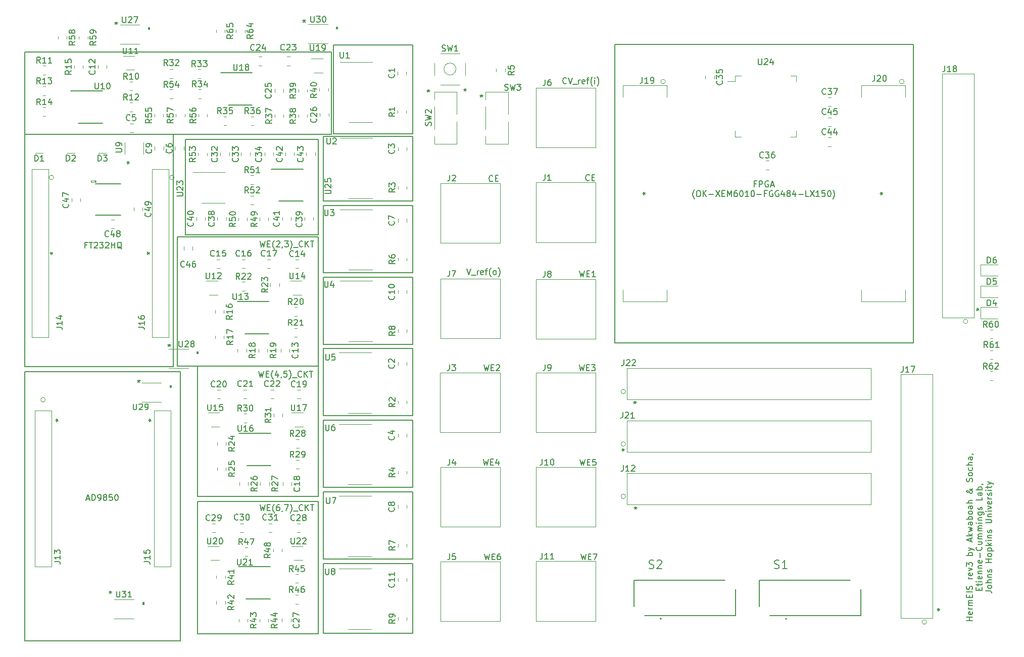
<source format=gto>
%TF.GenerationSoftware,KiCad,Pcbnew,(6.0.8-1)-1*%
%TF.CreationDate,2022-11-17T19:15:12-05:00*%
%TF.ProjectId,HermEIS,4865726d-4549-4532-9e6b-696361645f70,rev?*%
%TF.SameCoordinates,Original*%
%TF.FileFunction,Legend,Top*%
%TF.FilePolarity,Positive*%
%FSLAX46Y46*%
G04 Gerber Fmt 4.6, Leading zero omitted, Abs format (unit mm)*
G04 Created by KiCad (PCBNEW (6.0.8-1)-1) date 2022-11-17 19:15:12*
%MOMM*%
%LPD*%
G01*
G04 APERTURE LIST*
%ADD10C,0.150000*%
%ADD11C,0.200000*%
%ADD12C,0.078740*%
%ADD13C,0.120000*%
%ADD14C,0.100000*%
%ADD15C,0.127000*%
%ADD16C,0.152400*%
G04 APERTURE END LIST*
D10*
X82370000Y-67955000D02*
X97370000Y-67955000D01*
X97370000Y-67955000D02*
X97370000Y-79205000D01*
X97370000Y-79205000D02*
X82370000Y-79205000D01*
X82370000Y-79205000D02*
X82370000Y-67955000D01*
X82370000Y-115955000D02*
X97370000Y-115955000D01*
X97370000Y-115955000D02*
X97370000Y-127705000D01*
X97370000Y-127705000D02*
X82370000Y-127705000D01*
X82370000Y-127705000D02*
X82370000Y-115955000D01*
X82370000Y-91955000D02*
X97370000Y-91955000D01*
X97370000Y-91955000D02*
X97370000Y-103205000D01*
X97370000Y-103205000D02*
X82370000Y-103205000D01*
X82370000Y-103205000D02*
X82370000Y-91955000D01*
X84070000Y-29075000D02*
X97370000Y-29075000D01*
X97370000Y-29075000D02*
X97370000Y-43955000D01*
X97370000Y-43955000D02*
X84070000Y-43955000D01*
X84070000Y-43955000D02*
X84070000Y-29075000D01*
X59310000Y-44855000D02*
X81520000Y-44855000D01*
X81520000Y-44855000D02*
X81520000Y-60855000D01*
X81520000Y-60855000D02*
X59310000Y-60855000D01*
X59310000Y-60855000D02*
X59310000Y-44855000D01*
X32370000Y-82955000D02*
X57240000Y-82955000D01*
X57240000Y-82955000D02*
X57240000Y-44025000D01*
X57240000Y-44025000D02*
X32370000Y-44025000D01*
X32370000Y-44025000D02*
X32370000Y-82955000D01*
X131250000Y-28950000D02*
X181250000Y-28950000D01*
X181250000Y-28950000D02*
X181250000Y-78950000D01*
X181250000Y-78950000D02*
X131250000Y-78950000D01*
X131250000Y-78950000D02*
X131250000Y-28950000D01*
X82370000Y-79955000D02*
X97370000Y-79955000D01*
X97370000Y-79955000D02*
X97370000Y-91205000D01*
X97370000Y-91205000D02*
X82370000Y-91205000D01*
X82370000Y-91205000D02*
X82370000Y-79955000D01*
X61320000Y-105580000D02*
X81570000Y-105580000D01*
X81570000Y-105580000D02*
X81570000Y-127730000D01*
X81570000Y-127730000D02*
X61320000Y-127730000D01*
X61320000Y-127730000D02*
X61320000Y-105580000D01*
X57920000Y-61205000D02*
X81570000Y-61205000D01*
X81570000Y-61205000D02*
X81570000Y-82915000D01*
X81570000Y-82915000D02*
X57920000Y-82915000D01*
X57920000Y-82915000D02*
X57920000Y-61205000D01*
X32370000Y-30215000D02*
X83730000Y-30215000D01*
X83730000Y-30215000D02*
X83730000Y-44045000D01*
X83730000Y-44045000D02*
X32370000Y-44045000D01*
X32370000Y-44045000D02*
X32370000Y-30215000D01*
X32370000Y-128955000D02*
X58470000Y-128955000D01*
X58470000Y-128955000D02*
X58470000Y-83855000D01*
X58470000Y-83855000D02*
X32370000Y-83855000D01*
X32370000Y-83855000D02*
X32370000Y-128955000D01*
X61320000Y-82905000D02*
X81570000Y-82905000D01*
X81570000Y-82905000D02*
X81570000Y-104755000D01*
X81570000Y-104755000D02*
X61320000Y-104755000D01*
X61320000Y-104755000D02*
X61320000Y-82905000D01*
X82370000Y-44355000D02*
X97370000Y-44355000D01*
X97370000Y-44355000D02*
X97370000Y-55205000D01*
X97370000Y-55205000D02*
X82370000Y-55205000D01*
X82370000Y-55205000D02*
X82370000Y-44355000D01*
X82370000Y-103955000D02*
X97370000Y-103955000D01*
X97370000Y-103955000D02*
X97370000Y-115205000D01*
X97370000Y-115205000D02*
X82370000Y-115205000D01*
X82370000Y-115205000D02*
X82370000Y-103955000D01*
X82370000Y-55955000D02*
X97370000Y-55955000D01*
X97370000Y-55955000D02*
X97370000Y-67205000D01*
X97370000Y-67205000D02*
X82370000Y-67205000D01*
X82370000Y-67205000D02*
X82370000Y-55955000D01*
X123141428Y-35437142D02*
X123093809Y-35484761D01*
X122950952Y-35532380D01*
X122855714Y-35532380D01*
X122712857Y-35484761D01*
X122617619Y-35389523D01*
X122570000Y-35294285D01*
X122522380Y-35103809D01*
X122522380Y-34960952D01*
X122570000Y-34770476D01*
X122617619Y-34675238D01*
X122712857Y-34580000D01*
X122855714Y-34532380D01*
X122950952Y-34532380D01*
X123093809Y-34580000D01*
X123141428Y-34627619D01*
X123427142Y-34532380D02*
X123760476Y-35532380D01*
X124093809Y-34532380D01*
X124189047Y-35627619D02*
X124950952Y-35627619D01*
X125189047Y-35532380D02*
X125189047Y-34865714D01*
X125189047Y-35056190D02*
X125236666Y-34960952D01*
X125284285Y-34913333D01*
X125379523Y-34865714D01*
X125474761Y-34865714D01*
X126189047Y-35484761D02*
X126093809Y-35532380D01*
X125903333Y-35532380D01*
X125808095Y-35484761D01*
X125760476Y-35389523D01*
X125760476Y-35008571D01*
X125808095Y-34913333D01*
X125903333Y-34865714D01*
X126093809Y-34865714D01*
X126189047Y-34913333D01*
X126236666Y-35008571D01*
X126236666Y-35103809D01*
X125760476Y-35199047D01*
X126522380Y-34865714D02*
X126903333Y-34865714D01*
X126665238Y-35532380D02*
X126665238Y-34675238D01*
X126712857Y-34580000D01*
X126808095Y-34532380D01*
X126903333Y-34532380D01*
X127522380Y-35913333D02*
X127474761Y-35865714D01*
X127379523Y-35722857D01*
X127331904Y-35627619D01*
X127284285Y-35484761D01*
X127236666Y-35246666D01*
X127236666Y-35056190D01*
X127284285Y-34818095D01*
X127331904Y-34675238D01*
X127379523Y-34580000D01*
X127474761Y-34437142D01*
X127522380Y-34389523D01*
X127903333Y-35532380D02*
X127903333Y-34865714D01*
X127903333Y-34532380D02*
X127855714Y-34580000D01*
X127903333Y-34627619D01*
X127950952Y-34580000D01*
X127903333Y-34532380D01*
X127903333Y-34627619D01*
X128284285Y-35913333D02*
X128331904Y-35865714D01*
X128427142Y-35722857D01*
X128474761Y-35627619D01*
X128522380Y-35484761D01*
X128570000Y-35246666D01*
X128570000Y-35056190D01*
X128522380Y-34818095D01*
X128474761Y-34675238D01*
X128427142Y-34580000D01*
X128331904Y-34437142D01*
X128284285Y-34389523D01*
X42727142Y-105121666D02*
X43203333Y-105121666D01*
X42631904Y-105407380D02*
X42965238Y-104407380D01*
X43298571Y-105407380D01*
X43631904Y-105407380D02*
X43631904Y-104407380D01*
X43870000Y-104407380D01*
X44012857Y-104455000D01*
X44108095Y-104550238D01*
X44155714Y-104645476D01*
X44203333Y-104835952D01*
X44203333Y-104978809D01*
X44155714Y-105169285D01*
X44108095Y-105264523D01*
X44012857Y-105359761D01*
X43870000Y-105407380D01*
X43631904Y-105407380D01*
X44679523Y-105407380D02*
X44870000Y-105407380D01*
X44965238Y-105359761D01*
X45012857Y-105312142D01*
X45108095Y-105169285D01*
X45155714Y-104978809D01*
X45155714Y-104597857D01*
X45108095Y-104502619D01*
X45060476Y-104455000D01*
X44965238Y-104407380D01*
X44774761Y-104407380D01*
X44679523Y-104455000D01*
X44631904Y-104502619D01*
X44584285Y-104597857D01*
X44584285Y-104835952D01*
X44631904Y-104931190D01*
X44679523Y-104978809D01*
X44774761Y-105026428D01*
X44965238Y-105026428D01*
X45060476Y-104978809D01*
X45108095Y-104931190D01*
X45155714Y-104835952D01*
X45727142Y-104835952D02*
X45631904Y-104788333D01*
X45584285Y-104740714D01*
X45536666Y-104645476D01*
X45536666Y-104597857D01*
X45584285Y-104502619D01*
X45631904Y-104455000D01*
X45727142Y-104407380D01*
X45917619Y-104407380D01*
X46012857Y-104455000D01*
X46060476Y-104502619D01*
X46108095Y-104597857D01*
X46108095Y-104645476D01*
X46060476Y-104740714D01*
X46012857Y-104788333D01*
X45917619Y-104835952D01*
X45727142Y-104835952D01*
X45631904Y-104883571D01*
X45584285Y-104931190D01*
X45536666Y-105026428D01*
X45536666Y-105216904D01*
X45584285Y-105312142D01*
X45631904Y-105359761D01*
X45727142Y-105407380D01*
X45917619Y-105407380D01*
X46012857Y-105359761D01*
X46060476Y-105312142D01*
X46108095Y-105216904D01*
X46108095Y-105026428D01*
X46060476Y-104931190D01*
X46012857Y-104883571D01*
X45917619Y-104835952D01*
X47012857Y-104407380D02*
X46536666Y-104407380D01*
X46489047Y-104883571D01*
X46536666Y-104835952D01*
X46631904Y-104788333D01*
X46870000Y-104788333D01*
X46965238Y-104835952D01*
X47012857Y-104883571D01*
X47060476Y-104978809D01*
X47060476Y-105216904D01*
X47012857Y-105312142D01*
X46965238Y-105359761D01*
X46870000Y-105407380D01*
X46631904Y-105407380D01*
X46536666Y-105359761D01*
X46489047Y-105312142D01*
X47679523Y-104407380D02*
X47774761Y-104407380D01*
X47870000Y-104455000D01*
X47917619Y-104502619D01*
X47965238Y-104597857D01*
X48012857Y-104788333D01*
X48012857Y-105026428D01*
X47965238Y-105216904D01*
X47917619Y-105312142D01*
X47870000Y-105359761D01*
X47774761Y-105407380D01*
X47679523Y-105407380D01*
X47584285Y-105359761D01*
X47536666Y-105312142D01*
X47489047Y-105216904D01*
X47441428Y-105026428D01*
X47441428Y-104788333D01*
X47489047Y-104597857D01*
X47536666Y-104502619D01*
X47584285Y-104455000D01*
X47679523Y-104407380D01*
X125332857Y-66907380D02*
X125570952Y-67907380D01*
X125761428Y-67193095D01*
X125951904Y-67907380D01*
X126190000Y-66907380D01*
X126570952Y-67383571D02*
X126904285Y-67383571D01*
X127047142Y-67907380D02*
X126570952Y-67907380D01*
X126570952Y-66907380D01*
X127047142Y-66907380D01*
X127999523Y-67907380D02*
X127428095Y-67907380D01*
X127713809Y-67907380D02*
X127713809Y-66907380D01*
X127618571Y-67050238D01*
X127523333Y-67145476D01*
X127428095Y-67193095D01*
X125292857Y-82672380D02*
X125530952Y-83672380D01*
X125721428Y-82958095D01*
X125911904Y-83672380D01*
X126150000Y-82672380D01*
X126530952Y-83148571D02*
X126864285Y-83148571D01*
X127007142Y-83672380D02*
X126530952Y-83672380D01*
X126530952Y-82672380D01*
X127007142Y-82672380D01*
X127340476Y-82672380D02*
X127959523Y-82672380D01*
X127626190Y-83053333D01*
X127769047Y-83053333D01*
X127864285Y-83100952D01*
X127911904Y-83148571D01*
X127959523Y-83243809D01*
X127959523Y-83481904D01*
X127911904Y-83577142D01*
X127864285Y-83624761D01*
X127769047Y-83672380D01*
X127483333Y-83672380D01*
X127388095Y-83624761D01*
X127340476Y-83577142D01*
X125592857Y-114352380D02*
X125830952Y-115352380D01*
X126021428Y-114638095D01*
X126211904Y-115352380D01*
X126450000Y-114352380D01*
X126830952Y-114828571D02*
X127164285Y-114828571D01*
X127307142Y-115352380D02*
X126830952Y-115352380D01*
X126830952Y-114352380D01*
X127307142Y-114352380D01*
X127640476Y-114352380D02*
X128307142Y-114352380D01*
X127878571Y-115352380D01*
X109432857Y-114352380D02*
X109670952Y-115352380D01*
X109861428Y-114638095D01*
X110051904Y-115352380D01*
X110290000Y-114352380D01*
X110670952Y-114828571D02*
X111004285Y-114828571D01*
X111147142Y-115352380D02*
X110670952Y-115352380D01*
X110670952Y-114352380D01*
X111147142Y-114352380D01*
X112004285Y-114352380D02*
X111813809Y-114352380D01*
X111718571Y-114400000D01*
X111670952Y-114447619D01*
X111575714Y-114590476D01*
X111528095Y-114780952D01*
X111528095Y-115161904D01*
X111575714Y-115257142D01*
X111623333Y-115304761D01*
X111718571Y-115352380D01*
X111909047Y-115352380D01*
X112004285Y-115304761D01*
X112051904Y-115257142D01*
X112099523Y-115161904D01*
X112099523Y-114923809D01*
X112051904Y-114828571D01*
X112004285Y-114780952D01*
X111909047Y-114733333D01*
X111718571Y-114733333D01*
X111623333Y-114780952D01*
X111575714Y-114828571D01*
X111528095Y-114923809D01*
X109292857Y-82642380D02*
X109530952Y-83642380D01*
X109721428Y-82928095D01*
X109911904Y-83642380D01*
X110150000Y-82642380D01*
X110530952Y-83118571D02*
X110864285Y-83118571D01*
X111007142Y-83642380D02*
X110530952Y-83642380D01*
X110530952Y-82642380D01*
X111007142Y-82642380D01*
X111388095Y-82737619D02*
X111435714Y-82690000D01*
X111530952Y-82642380D01*
X111769047Y-82642380D01*
X111864285Y-82690000D01*
X111911904Y-82737619D01*
X111959523Y-82832857D01*
X111959523Y-82928095D01*
X111911904Y-83070952D01*
X111340476Y-83642380D01*
X111959523Y-83642380D01*
X125412857Y-98507380D02*
X125650952Y-99507380D01*
X125841428Y-98793095D01*
X126031904Y-99507380D01*
X126270000Y-98507380D01*
X126650952Y-98983571D02*
X126984285Y-98983571D01*
X127127142Y-99507380D02*
X126650952Y-99507380D01*
X126650952Y-98507380D01*
X127127142Y-98507380D01*
X128031904Y-98507380D02*
X127555714Y-98507380D01*
X127508095Y-98983571D01*
X127555714Y-98935952D01*
X127650952Y-98888333D01*
X127889047Y-98888333D01*
X127984285Y-98935952D01*
X128031904Y-98983571D01*
X128079523Y-99078809D01*
X128079523Y-99316904D01*
X128031904Y-99412142D01*
X127984285Y-99459761D01*
X127889047Y-99507380D01*
X127650952Y-99507380D01*
X127555714Y-99459761D01*
X127508095Y-99412142D01*
X154914285Y-52323571D02*
X154580952Y-52323571D01*
X154580952Y-52847380D02*
X154580952Y-51847380D01*
X155057142Y-51847380D01*
X155438095Y-52847380D02*
X155438095Y-51847380D01*
X155819047Y-51847380D01*
X155914285Y-51895000D01*
X155961904Y-51942619D01*
X156009523Y-52037857D01*
X156009523Y-52180714D01*
X155961904Y-52275952D01*
X155914285Y-52323571D01*
X155819047Y-52371190D01*
X155438095Y-52371190D01*
X156961904Y-51895000D02*
X156866666Y-51847380D01*
X156723809Y-51847380D01*
X156580952Y-51895000D01*
X156485714Y-51990238D01*
X156438095Y-52085476D01*
X156390476Y-52275952D01*
X156390476Y-52418809D01*
X156438095Y-52609285D01*
X156485714Y-52704523D01*
X156580952Y-52799761D01*
X156723809Y-52847380D01*
X156819047Y-52847380D01*
X156961904Y-52799761D01*
X157009523Y-52752142D01*
X157009523Y-52418809D01*
X156819047Y-52418809D01*
X157390476Y-52561666D02*
X157866666Y-52561666D01*
X157295238Y-52847380D02*
X157628571Y-51847380D01*
X157961904Y-52847380D01*
X144604761Y-54838333D02*
X144557142Y-54790714D01*
X144461904Y-54647857D01*
X144414285Y-54552619D01*
X144366666Y-54409761D01*
X144319047Y-54171666D01*
X144319047Y-53981190D01*
X144366666Y-53743095D01*
X144414285Y-53600238D01*
X144461904Y-53505000D01*
X144557142Y-53362142D01*
X144604761Y-53314523D01*
X145176190Y-53457380D02*
X145366666Y-53457380D01*
X145461904Y-53505000D01*
X145557142Y-53600238D01*
X145604761Y-53790714D01*
X145604761Y-54124047D01*
X145557142Y-54314523D01*
X145461904Y-54409761D01*
X145366666Y-54457380D01*
X145176190Y-54457380D01*
X145080952Y-54409761D01*
X144985714Y-54314523D01*
X144938095Y-54124047D01*
X144938095Y-53790714D01*
X144985714Y-53600238D01*
X145080952Y-53505000D01*
X145176190Y-53457380D01*
X146033333Y-54457380D02*
X146033333Y-53457380D01*
X146604761Y-54457380D02*
X146176190Y-53885952D01*
X146604761Y-53457380D02*
X146033333Y-54028809D01*
X147033333Y-54076428D02*
X147795238Y-54076428D01*
X148176190Y-53457380D02*
X148842857Y-54457380D01*
X148842857Y-53457380D02*
X148176190Y-54457380D01*
X149223809Y-53933571D02*
X149557142Y-53933571D01*
X149700000Y-54457380D02*
X149223809Y-54457380D01*
X149223809Y-53457380D01*
X149700000Y-53457380D01*
X150128571Y-54457380D02*
X150128571Y-53457380D01*
X150461904Y-54171666D01*
X150795238Y-53457380D01*
X150795238Y-54457380D01*
X151700000Y-53457380D02*
X151509523Y-53457380D01*
X151414285Y-53505000D01*
X151366666Y-53552619D01*
X151271428Y-53695476D01*
X151223809Y-53885952D01*
X151223809Y-54266904D01*
X151271428Y-54362142D01*
X151319047Y-54409761D01*
X151414285Y-54457380D01*
X151604761Y-54457380D01*
X151700000Y-54409761D01*
X151747619Y-54362142D01*
X151795238Y-54266904D01*
X151795238Y-54028809D01*
X151747619Y-53933571D01*
X151700000Y-53885952D01*
X151604761Y-53838333D01*
X151414285Y-53838333D01*
X151319047Y-53885952D01*
X151271428Y-53933571D01*
X151223809Y-54028809D01*
X152414285Y-53457380D02*
X152509523Y-53457380D01*
X152604761Y-53505000D01*
X152652380Y-53552619D01*
X152700000Y-53647857D01*
X152747619Y-53838333D01*
X152747619Y-54076428D01*
X152700000Y-54266904D01*
X152652380Y-54362142D01*
X152604761Y-54409761D01*
X152509523Y-54457380D01*
X152414285Y-54457380D01*
X152319047Y-54409761D01*
X152271428Y-54362142D01*
X152223809Y-54266904D01*
X152176190Y-54076428D01*
X152176190Y-53838333D01*
X152223809Y-53647857D01*
X152271428Y-53552619D01*
X152319047Y-53505000D01*
X152414285Y-53457380D01*
X153700000Y-54457380D02*
X153128571Y-54457380D01*
X153414285Y-54457380D02*
X153414285Y-53457380D01*
X153319047Y-53600238D01*
X153223809Y-53695476D01*
X153128571Y-53743095D01*
X154319047Y-53457380D02*
X154414285Y-53457380D01*
X154509523Y-53505000D01*
X154557142Y-53552619D01*
X154604761Y-53647857D01*
X154652380Y-53838333D01*
X154652380Y-54076428D01*
X154604761Y-54266904D01*
X154557142Y-54362142D01*
X154509523Y-54409761D01*
X154414285Y-54457380D01*
X154319047Y-54457380D01*
X154223809Y-54409761D01*
X154176190Y-54362142D01*
X154128571Y-54266904D01*
X154080952Y-54076428D01*
X154080952Y-53838333D01*
X154128571Y-53647857D01*
X154176190Y-53552619D01*
X154223809Y-53505000D01*
X154319047Y-53457380D01*
X155080952Y-54076428D02*
X155842857Y-54076428D01*
X156652380Y-53933571D02*
X156319047Y-53933571D01*
X156319047Y-54457380D02*
X156319047Y-53457380D01*
X156795238Y-53457380D01*
X157700000Y-53505000D02*
X157604761Y-53457380D01*
X157461904Y-53457380D01*
X157319047Y-53505000D01*
X157223809Y-53600238D01*
X157176190Y-53695476D01*
X157128571Y-53885952D01*
X157128571Y-54028809D01*
X157176190Y-54219285D01*
X157223809Y-54314523D01*
X157319047Y-54409761D01*
X157461904Y-54457380D01*
X157557142Y-54457380D01*
X157700000Y-54409761D01*
X157747619Y-54362142D01*
X157747619Y-54028809D01*
X157557142Y-54028809D01*
X158700000Y-53505000D02*
X158604761Y-53457380D01*
X158461904Y-53457380D01*
X158319047Y-53505000D01*
X158223809Y-53600238D01*
X158176190Y-53695476D01*
X158128571Y-53885952D01*
X158128571Y-54028809D01*
X158176190Y-54219285D01*
X158223809Y-54314523D01*
X158319047Y-54409761D01*
X158461904Y-54457380D01*
X158557142Y-54457380D01*
X158700000Y-54409761D01*
X158747619Y-54362142D01*
X158747619Y-54028809D01*
X158557142Y-54028809D01*
X159604761Y-53790714D02*
X159604761Y-54457380D01*
X159366666Y-53409761D02*
X159128571Y-54124047D01*
X159747619Y-54124047D01*
X160271428Y-53885952D02*
X160176190Y-53838333D01*
X160128571Y-53790714D01*
X160080952Y-53695476D01*
X160080952Y-53647857D01*
X160128571Y-53552619D01*
X160176190Y-53505000D01*
X160271428Y-53457380D01*
X160461904Y-53457380D01*
X160557142Y-53505000D01*
X160604761Y-53552619D01*
X160652380Y-53647857D01*
X160652380Y-53695476D01*
X160604761Y-53790714D01*
X160557142Y-53838333D01*
X160461904Y-53885952D01*
X160271428Y-53885952D01*
X160176190Y-53933571D01*
X160128571Y-53981190D01*
X160080952Y-54076428D01*
X160080952Y-54266904D01*
X160128571Y-54362142D01*
X160176190Y-54409761D01*
X160271428Y-54457380D01*
X160461904Y-54457380D01*
X160557142Y-54409761D01*
X160604761Y-54362142D01*
X160652380Y-54266904D01*
X160652380Y-54076428D01*
X160604761Y-53981190D01*
X160557142Y-53933571D01*
X160461904Y-53885952D01*
X161509523Y-53790714D02*
X161509523Y-54457380D01*
X161271428Y-53409761D02*
X161033333Y-54124047D01*
X161652380Y-54124047D01*
X162033333Y-54076428D02*
X162795238Y-54076428D01*
X163747619Y-54457380D02*
X163271428Y-54457380D01*
X163271428Y-53457380D01*
X163985714Y-53457380D02*
X164652380Y-54457380D01*
X164652380Y-53457380D02*
X163985714Y-54457380D01*
X165557142Y-54457380D02*
X164985714Y-54457380D01*
X165271428Y-54457380D02*
X165271428Y-53457380D01*
X165176190Y-53600238D01*
X165080952Y-53695476D01*
X164985714Y-53743095D01*
X166461904Y-53457380D02*
X165985714Y-53457380D01*
X165938095Y-53933571D01*
X165985714Y-53885952D01*
X166080952Y-53838333D01*
X166319047Y-53838333D01*
X166414285Y-53885952D01*
X166461904Y-53933571D01*
X166509523Y-54028809D01*
X166509523Y-54266904D01*
X166461904Y-54362142D01*
X166414285Y-54409761D01*
X166319047Y-54457380D01*
X166080952Y-54457380D01*
X165985714Y-54409761D01*
X165938095Y-54362142D01*
X167128571Y-53457380D02*
X167223809Y-53457380D01*
X167319047Y-53505000D01*
X167366666Y-53552619D01*
X167414285Y-53647857D01*
X167461904Y-53838333D01*
X167461904Y-54076428D01*
X167414285Y-54266904D01*
X167366666Y-54362142D01*
X167319047Y-54409761D01*
X167223809Y-54457380D01*
X167128571Y-54457380D01*
X167033333Y-54409761D01*
X166985714Y-54362142D01*
X166938095Y-54266904D01*
X166890476Y-54076428D01*
X166890476Y-53838333D01*
X166938095Y-53647857D01*
X166985714Y-53552619D01*
X167033333Y-53505000D01*
X167128571Y-53457380D01*
X167795238Y-54838333D02*
X167842857Y-54790714D01*
X167938095Y-54647857D01*
X167985714Y-54552619D01*
X168033333Y-54409761D01*
X168080952Y-54171666D01*
X168080952Y-53981190D01*
X168033333Y-53743095D01*
X167985714Y-53600238D01*
X167938095Y-53505000D01*
X167842857Y-53362142D01*
X167795238Y-53314523D01*
X109202857Y-98492380D02*
X109440952Y-99492380D01*
X109631428Y-98778095D01*
X109821904Y-99492380D01*
X110060000Y-98492380D01*
X110440952Y-98968571D02*
X110774285Y-98968571D01*
X110917142Y-99492380D02*
X110440952Y-99492380D01*
X110440952Y-98492380D01*
X110917142Y-98492380D01*
X111774285Y-98825714D02*
X111774285Y-99492380D01*
X111536190Y-98444761D02*
X111298095Y-99159047D01*
X111917142Y-99159047D01*
X110797142Y-51827142D02*
X110749523Y-51874761D01*
X110606666Y-51922380D01*
X110511428Y-51922380D01*
X110368571Y-51874761D01*
X110273333Y-51779523D01*
X110225714Y-51684285D01*
X110178095Y-51493809D01*
X110178095Y-51350952D01*
X110225714Y-51160476D01*
X110273333Y-51065238D01*
X110368571Y-50970000D01*
X110511428Y-50922380D01*
X110606666Y-50922380D01*
X110749523Y-50970000D01*
X110797142Y-51017619D01*
X111225714Y-51398571D02*
X111559047Y-51398571D01*
X111701904Y-51922380D02*
X111225714Y-51922380D01*
X111225714Y-50922380D01*
X111701904Y-50922380D01*
X71770000Y-61907380D02*
X72008095Y-62907380D01*
X72198571Y-62193095D01*
X72389047Y-62907380D01*
X72627142Y-61907380D01*
X73008095Y-62383571D02*
X73341428Y-62383571D01*
X73484285Y-62907380D02*
X73008095Y-62907380D01*
X73008095Y-61907380D01*
X73484285Y-61907380D01*
X74198571Y-63288333D02*
X74150952Y-63240714D01*
X74055714Y-63097857D01*
X74008095Y-63002619D01*
X73960476Y-62859761D01*
X73912857Y-62621666D01*
X73912857Y-62431190D01*
X73960476Y-62193095D01*
X74008095Y-62050238D01*
X74055714Y-61955000D01*
X74150952Y-61812142D01*
X74198571Y-61764523D01*
X74531904Y-62002619D02*
X74579523Y-61955000D01*
X74674761Y-61907380D01*
X74912857Y-61907380D01*
X75008095Y-61955000D01*
X75055714Y-62002619D01*
X75103333Y-62097857D01*
X75103333Y-62193095D01*
X75055714Y-62335952D01*
X74484285Y-62907380D01*
X75103333Y-62907380D01*
X75579523Y-62859761D02*
X75579523Y-62907380D01*
X75531904Y-63002619D01*
X75484285Y-63050238D01*
X75912857Y-61907380D02*
X76531904Y-61907380D01*
X76198571Y-62288333D01*
X76341428Y-62288333D01*
X76436666Y-62335952D01*
X76484285Y-62383571D01*
X76531904Y-62478809D01*
X76531904Y-62716904D01*
X76484285Y-62812142D01*
X76436666Y-62859761D01*
X76341428Y-62907380D01*
X76055714Y-62907380D01*
X75960476Y-62859761D01*
X75912857Y-62812142D01*
X76865238Y-63288333D02*
X76912857Y-63240714D01*
X77008095Y-63097857D01*
X77055714Y-63002619D01*
X77103333Y-62859761D01*
X77150952Y-62621666D01*
X77150952Y-62431190D01*
X77103333Y-62193095D01*
X77055714Y-62050238D01*
X77008095Y-61955000D01*
X76912857Y-61812142D01*
X76865238Y-61764523D01*
X77389047Y-63002619D02*
X78150952Y-63002619D01*
X78960476Y-62812142D02*
X78912857Y-62859761D01*
X78770000Y-62907380D01*
X78674761Y-62907380D01*
X78531904Y-62859761D01*
X78436666Y-62764523D01*
X78389047Y-62669285D01*
X78341428Y-62478809D01*
X78341428Y-62335952D01*
X78389047Y-62145476D01*
X78436666Y-62050238D01*
X78531904Y-61955000D01*
X78674761Y-61907380D01*
X78770000Y-61907380D01*
X78912857Y-61955000D01*
X78960476Y-62002619D01*
X79389047Y-62907380D02*
X79389047Y-61907380D01*
X79960476Y-62907380D02*
X79531904Y-62335952D01*
X79960476Y-61907380D02*
X79389047Y-62478809D01*
X80246190Y-61907380D02*
X80817619Y-61907380D01*
X80531904Y-62907380D02*
X80531904Y-61907380D01*
X106432857Y-66532380D02*
X106766190Y-67532380D01*
X107099523Y-66532380D01*
X107194761Y-67627619D02*
X107956666Y-67627619D01*
X108194761Y-67532380D02*
X108194761Y-66865714D01*
X108194761Y-67056190D02*
X108242380Y-66960952D01*
X108290000Y-66913333D01*
X108385238Y-66865714D01*
X108480476Y-66865714D01*
X109194761Y-67484761D02*
X109099523Y-67532380D01*
X108909047Y-67532380D01*
X108813809Y-67484761D01*
X108766190Y-67389523D01*
X108766190Y-67008571D01*
X108813809Y-66913333D01*
X108909047Y-66865714D01*
X109099523Y-66865714D01*
X109194761Y-66913333D01*
X109242380Y-67008571D01*
X109242380Y-67103809D01*
X108766190Y-67199047D01*
X109528095Y-66865714D02*
X109909047Y-66865714D01*
X109670952Y-67532380D02*
X109670952Y-66675238D01*
X109718571Y-66580000D01*
X109813809Y-66532380D01*
X109909047Y-66532380D01*
X110528095Y-67913333D02*
X110480476Y-67865714D01*
X110385238Y-67722857D01*
X110337619Y-67627619D01*
X110290000Y-67484761D01*
X110242380Y-67246666D01*
X110242380Y-67056190D01*
X110290000Y-66818095D01*
X110337619Y-66675238D01*
X110385238Y-66580000D01*
X110480476Y-66437142D01*
X110528095Y-66389523D01*
X111051904Y-67532380D02*
X110956666Y-67484761D01*
X110909047Y-67437142D01*
X110861428Y-67341904D01*
X110861428Y-67056190D01*
X110909047Y-66960952D01*
X110956666Y-66913333D01*
X111051904Y-66865714D01*
X111194761Y-66865714D01*
X111290000Y-66913333D01*
X111337619Y-66960952D01*
X111385238Y-67056190D01*
X111385238Y-67341904D01*
X111337619Y-67437142D01*
X111290000Y-67484761D01*
X111194761Y-67532380D01*
X111051904Y-67532380D01*
X111718571Y-67913333D02*
X111766190Y-67865714D01*
X111861428Y-67722857D01*
X111909047Y-67627619D01*
X111956666Y-67484761D01*
X112004285Y-67246666D01*
X112004285Y-67056190D01*
X111956666Y-66818095D01*
X111909047Y-66675238D01*
X111861428Y-66580000D01*
X111766190Y-66437142D01*
X111718571Y-66389523D01*
X71770000Y-106107380D02*
X72008095Y-107107380D01*
X72198571Y-106393095D01*
X72389047Y-107107380D01*
X72627142Y-106107380D01*
X73008095Y-106583571D02*
X73341428Y-106583571D01*
X73484285Y-107107380D02*
X73008095Y-107107380D01*
X73008095Y-106107380D01*
X73484285Y-106107380D01*
X74198571Y-107488333D02*
X74150952Y-107440714D01*
X74055714Y-107297857D01*
X74008095Y-107202619D01*
X73960476Y-107059761D01*
X73912857Y-106821666D01*
X73912857Y-106631190D01*
X73960476Y-106393095D01*
X74008095Y-106250238D01*
X74055714Y-106155000D01*
X74150952Y-106012142D01*
X74198571Y-105964523D01*
X75008095Y-106107380D02*
X74817619Y-106107380D01*
X74722380Y-106155000D01*
X74674761Y-106202619D01*
X74579523Y-106345476D01*
X74531904Y-106535952D01*
X74531904Y-106916904D01*
X74579523Y-107012142D01*
X74627142Y-107059761D01*
X74722380Y-107107380D01*
X74912857Y-107107380D01*
X75008095Y-107059761D01*
X75055714Y-107012142D01*
X75103333Y-106916904D01*
X75103333Y-106678809D01*
X75055714Y-106583571D01*
X75008095Y-106535952D01*
X74912857Y-106488333D01*
X74722380Y-106488333D01*
X74627142Y-106535952D01*
X74579523Y-106583571D01*
X74531904Y-106678809D01*
X75579523Y-107059761D02*
X75579523Y-107107380D01*
X75531904Y-107202619D01*
X75484285Y-107250238D01*
X75912857Y-106107380D02*
X76579523Y-106107380D01*
X76150952Y-107107380D01*
X76865238Y-107488333D02*
X76912857Y-107440714D01*
X77008095Y-107297857D01*
X77055714Y-107202619D01*
X77103333Y-107059761D01*
X77150952Y-106821666D01*
X77150952Y-106631190D01*
X77103333Y-106393095D01*
X77055714Y-106250238D01*
X77008095Y-106155000D01*
X76912857Y-106012142D01*
X76865238Y-105964523D01*
X77389047Y-107202619D02*
X78150952Y-107202619D01*
X78960476Y-107012142D02*
X78912857Y-107059761D01*
X78770000Y-107107380D01*
X78674761Y-107107380D01*
X78531904Y-107059761D01*
X78436666Y-106964523D01*
X78389047Y-106869285D01*
X78341428Y-106678809D01*
X78341428Y-106535952D01*
X78389047Y-106345476D01*
X78436666Y-106250238D01*
X78531904Y-106155000D01*
X78674761Y-106107380D01*
X78770000Y-106107380D01*
X78912857Y-106155000D01*
X78960476Y-106202619D01*
X79389047Y-107107380D02*
X79389047Y-106107380D01*
X79960476Y-107107380D02*
X79531904Y-106535952D01*
X79960476Y-106107380D02*
X79389047Y-106678809D01*
X80246190Y-106107380D02*
X80817619Y-106107380D01*
X80531904Y-107107380D02*
X80531904Y-106107380D01*
X71570000Y-83707380D02*
X71808095Y-84707380D01*
X71998571Y-83993095D01*
X72189047Y-84707380D01*
X72427142Y-83707380D01*
X72808095Y-84183571D02*
X73141428Y-84183571D01*
X73284285Y-84707380D02*
X72808095Y-84707380D01*
X72808095Y-83707380D01*
X73284285Y-83707380D01*
X73998571Y-85088333D02*
X73950952Y-85040714D01*
X73855714Y-84897857D01*
X73808095Y-84802619D01*
X73760476Y-84659761D01*
X73712857Y-84421666D01*
X73712857Y-84231190D01*
X73760476Y-83993095D01*
X73808095Y-83850238D01*
X73855714Y-83755000D01*
X73950952Y-83612142D01*
X73998571Y-83564523D01*
X74808095Y-84040714D02*
X74808095Y-84707380D01*
X74570000Y-83659761D02*
X74331904Y-84374047D01*
X74950952Y-84374047D01*
X75379523Y-84659761D02*
X75379523Y-84707380D01*
X75331904Y-84802619D01*
X75284285Y-84850238D01*
X76284285Y-83707380D02*
X75808095Y-83707380D01*
X75760476Y-84183571D01*
X75808095Y-84135952D01*
X75903333Y-84088333D01*
X76141428Y-84088333D01*
X76236666Y-84135952D01*
X76284285Y-84183571D01*
X76331904Y-84278809D01*
X76331904Y-84516904D01*
X76284285Y-84612142D01*
X76236666Y-84659761D01*
X76141428Y-84707380D01*
X75903333Y-84707380D01*
X75808095Y-84659761D01*
X75760476Y-84612142D01*
X76665238Y-85088333D02*
X76712857Y-85040714D01*
X76808095Y-84897857D01*
X76855714Y-84802619D01*
X76903333Y-84659761D01*
X76950952Y-84421666D01*
X76950952Y-84231190D01*
X76903333Y-83993095D01*
X76855714Y-83850238D01*
X76808095Y-83755000D01*
X76712857Y-83612142D01*
X76665238Y-83564523D01*
X77189047Y-84802619D02*
X77950952Y-84802619D01*
X78760476Y-84612142D02*
X78712857Y-84659761D01*
X78570000Y-84707380D01*
X78474761Y-84707380D01*
X78331904Y-84659761D01*
X78236666Y-84564523D01*
X78189047Y-84469285D01*
X78141428Y-84278809D01*
X78141428Y-84135952D01*
X78189047Y-83945476D01*
X78236666Y-83850238D01*
X78331904Y-83755000D01*
X78474761Y-83707380D01*
X78570000Y-83707380D01*
X78712857Y-83755000D01*
X78760476Y-83802619D01*
X79189047Y-84707380D02*
X79189047Y-83707380D01*
X79760476Y-84707380D02*
X79331904Y-84135952D01*
X79760476Y-83707380D02*
X79189047Y-84278809D01*
X80046190Y-83707380D02*
X80617619Y-83707380D01*
X80331904Y-84707380D02*
X80331904Y-83707380D01*
D11*
X191192380Y-125523571D02*
X190192380Y-125523571D01*
X190668571Y-125523571D02*
X190668571Y-124952142D01*
X191192380Y-124952142D02*
X190192380Y-124952142D01*
X191144761Y-124095000D02*
X191192380Y-124190238D01*
X191192380Y-124380714D01*
X191144761Y-124475952D01*
X191049523Y-124523571D01*
X190668571Y-124523571D01*
X190573333Y-124475952D01*
X190525714Y-124380714D01*
X190525714Y-124190238D01*
X190573333Y-124095000D01*
X190668571Y-124047380D01*
X190763809Y-124047380D01*
X190859047Y-124523571D01*
X191192380Y-123618809D02*
X190525714Y-123618809D01*
X190716190Y-123618809D02*
X190620952Y-123571190D01*
X190573333Y-123523571D01*
X190525714Y-123428333D01*
X190525714Y-123333095D01*
X191192380Y-122999761D02*
X190525714Y-122999761D01*
X190620952Y-122999761D02*
X190573333Y-122952142D01*
X190525714Y-122856904D01*
X190525714Y-122714047D01*
X190573333Y-122618809D01*
X190668571Y-122571190D01*
X191192380Y-122571190D01*
X190668571Y-122571190D02*
X190573333Y-122523571D01*
X190525714Y-122428333D01*
X190525714Y-122285476D01*
X190573333Y-122190238D01*
X190668571Y-122142619D01*
X191192380Y-122142619D01*
X190668571Y-121666428D02*
X190668571Y-121333095D01*
X191192380Y-121190238D02*
X191192380Y-121666428D01*
X190192380Y-121666428D01*
X190192380Y-121190238D01*
X191192380Y-120761666D02*
X190192380Y-120761666D01*
X191144761Y-120333095D02*
X191192380Y-120190238D01*
X191192380Y-119952142D01*
X191144761Y-119856904D01*
X191097142Y-119809285D01*
X191001904Y-119761666D01*
X190906666Y-119761666D01*
X190811428Y-119809285D01*
X190763809Y-119856904D01*
X190716190Y-119952142D01*
X190668571Y-120142619D01*
X190620952Y-120237857D01*
X190573333Y-120285476D01*
X190478095Y-120333095D01*
X190382857Y-120333095D01*
X190287619Y-120285476D01*
X190240000Y-120237857D01*
X190192380Y-120142619D01*
X190192380Y-119904523D01*
X190240000Y-119761666D01*
X191192380Y-118571190D02*
X190525714Y-118571190D01*
X190716190Y-118571190D02*
X190620952Y-118523571D01*
X190573333Y-118475952D01*
X190525714Y-118380714D01*
X190525714Y-118285476D01*
X191144761Y-117571190D02*
X191192380Y-117666428D01*
X191192380Y-117856904D01*
X191144761Y-117952142D01*
X191049523Y-117999761D01*
X190668571Y-117999761D01*
X190573333Y-117952142D01*
X190525714Y-117856904D01*
X190525714Y-117666428D01*
X190573333Y-117571190D01*
X190668571Y-117523571D01*
X190763809Y-117523571D01*
X190859047Y-117999761D01*
X190525714Y-117190238D02*
X191192380Y-116952142D01*
X190525714Y-116714047D01*
X190192380Y-116428333D02*
X190192380Y-115809285D01*
X190573333Y-116142619D01*
X190573333Y-115999761D01*
X190620952Y-115904523D01*
X190668571Y-115856904D01*
X190763809Y-115809285D01*
X191001904Y-115809285D01*
X191097142Y-115856904D01*
X191144761Y-115904523D01*
X191192380Y-115999761D01*
X191192380Y-116285476D01*
X191144761Y-116380714D01*
X191097142Y-116428333D01*
X191192380Y-114618809D02*
X190192380Y-114618809D01*
X190573333Y-114618809D02*
X190525714Y-114523571D01*
X190525714Y-114333095D01*
X190573333Y-114237857D01*
X190620952Y-114190238D01*
X190716190Y-114142619D01*
X191001904Y-114142619D01*
X191097142Y-114190238D01*
X191144761Y-114237857D01*
X191192380Y-114333095D01*
X191192380Y-114523571D01*
X191144761Y-114618809D01*
X190525714Y-113809285D02*
X191192380Y-113571190D01*
X190525714Y-113333095D02*
X191192380Y-113571190D01*
X191430476Y-113666428D01*
X191478095Y-113714047D01*
X191525714Y-113809285D01*
X190906666Y-112237857D02*
X190906666Y-111761666D01*
X191192380Y-112333095D02*
X190192380Y-111999761D01*
X191192380Y-111666428D01*
X191192380Y-111333095D02*
X190192380Y-111333095D01*
X190811428Y-111237857D02*
X191192380Y-110952142D01*
X190525714Y-110952142D02*
X190906666Y-111333095D01*
X190525714Y-110618809D02*
X191192380Y-110428333D01*
X190716190Y-110237857D01*
X191192380Y-110047380D01*
X190525714Y-109856904D01*
X191192380Y-109047380D02*
X190668571Y-109047380D01*
X190573333Y-109095000D01*
X190525714Y-109190238D01*
X190525714Y-109380714D01*
X190573333Y-109475952D01*
X191144761Y-109047380D02*
X191192380Y-109142619D01*
X191192380Y-109380714D01*
X191144761Y-109475952D01*
X191049523Y-109523571D01*
X190954285Y-109523571D01*
X190859047Y-109475952D01*
X190811428Y-109380714D01*
X190811428Y-109142619D01*
X190763809Y-109047380D01*
X191192380Y-108571190D02*
X190192380Y-108571190D01*
X190573333Y-108571190D02*
X190525714Y-108475952D01*
X190525714Y-108285476D01*
X190573333Y-108190238D01*
X190620952Y-108142619D01*
X190716190Y-108095000D01*
X191001904Y-108095000D01*
X191097142Y-108142619D01*
X191144761Y-108190238D01*
X191192380Y-108285476D01*
X191192380Y-108475952D01*
X191144761Y-108571190D01*
X191192380Y-107523571D02*
X191144761Y-107618809D01*
X191097142Y-107666428D01*
X191001904Y-107714047D01*
X190716190Y-107714047D01*
X190620952Y-107666428D01*
X190573333Y-107618809D01*
X190525714Y-107523571D01*
X190525714Y-107380714D01*
X190573333Y-107285476D01*
X190620952Y-107237857D01*
X190716190Y-107190238D01*
X191001904Y-107190238D01*
X191097142Y-107237857D01*
X191144761Y-107285476D01*
X191192380Y-107380714D01*
X191192380Y-107523571D01*
X191192380Y-106333095D02*
X190668571Y-106333095D01*
X190573333Y-106380714D01*
X190525714Y-106475952D01*
X190525714Y-106666428D01*
X190573333Y-106761666D01*
X191144761Y-106333095D02*
X191192380Y-106428333D01*
X191192380Y-106666428D01*
X191144761Y-106761666D01*
X191049523Y-106809285D01*
X190954285Y-106809285D01*
X190859047Y-106761666D01*
X190811428Y-106666428D01*
X190811428Y-106428333D01*
X190763809Y-106333095D01*
X191192380Y-105856904D02*
X190192380Y-105856904D01*
X191192380Y-105428333D02*
X190668571Y-105428333D01*
X190573333Y-105475952D01*
X190525714Y-105571190D01*
X190525714Y-105714047D01*
X190573333Y-105809285D01*
X190620952Y-105856904D01*
X191192380Y-103380714D02*
X191192380Y-103428333D01*
X191144761Y-103523571D01*
X191001904Y-103666428D01*
X190716190Y-103904523D01*
X190573333Y-103999761D01*
X190430476Y-104047380D01*
X190335238Y-104047380D01*
X190240000Y-103999761D01*
X190192380Y-103904523D01*
X190192380Y-103856904D01*
X190240000Y-103761666D01*
X190335238Y-103714047D01*
X190382857Y-103714047D01*
X190478095Y-103761666D01*
X190525714Y-103809285D01*
X190716190Y-104095000D01*
X190763809Y-104142619D01*
X190859047Y-104190238D01*
X191001904Y-104190238D01*
X191097142Y-104142619D01*
X191144761Y-104095000D01*
X191192380Y-103999761D01*
X191192380Y-103856904D01*
X191144761Y-103761666D01*
X191097142Y-103714047D01*
X190906666Y-103571190D01*
X190763809Y-103523571D01*
X190668571Y-103523571D01*
X191144761Y-102237857D02*
X191192380Y-102095000D01*
X191192380Y-101856904D01*
X191144761Y-101761666D01*
X191097142Y-101714047D01*
X191001904Y-101666428D01*
X190906666Y-101666428D01*
X190811428Y-101714047D01*
X190763809Y-101761666D01*
X190716190Y-101856904D01*
X190668571Y-102047380D01*
X190620952Y-102142619D01*
X190573333Y-102190238D01*
X190478095Y-102237857D01*
X190382857Y-102237857D01*
X190287619Y-102190238D01*
X190240000Y-102142619D01*
X190192380Y-102047380D01*
X190192380Y-101809285D01*
X190240000Y-101666428D01*
X191192380Y-101095000D02*
X191144761Y-101190238D01*
X191097142Y-101237857D01*
X191001904Y-101285476D01*
X190716190Y-101285476D01*
X190620952Y-101237857D01*
X190573333Y-101190238D01*
X190525714Y-101095000D01*
X190525714Y-100952142D01*
X190573333Y-100856904D01*
X190620952Y-100809285D01*
X190716190Y-100761666D01*
X191001904Y-100761666D01*
X191097142Y-100809285D01*
X191144761Y-100856904D01*
X191192380Y-100952142D01*
X191192380Y-101095000D01*
X191144761Y-99904523D02*
X191192380Y-99999761D01*
X191192380Y-100190238D01*
X191144761Y-100285476D01*
X191097142Y-100333095D01*
X191001904Y-100380714D01*
X190716190Y-100380714D01*
X190620952Y-100333095D01*
X190573333Y-100285476D01*
X190525714Y-100190238D01*
X190525714Y-99999761D01*
X190573333Y-99904523D01*
X191192380Y-99475952D02*
X190192380Y-99475952D01*
X191192380Y-99047380D02*
X190668571Y-99047380D01*
X190573333Y-99095000D01*
X190525714Y-99190238D01*
X190525714Y-99333095D01*
X190573333Y-99428333D01*
X190620952Y-99475952D01*
X191192380Y-98142619D02*
X190668571Y-98142619D01*
X190573333Y-98190238D01*
X190525714Y-98285476D01*
X190525714Y-98475952D01*
X190573333Y-98571190D01*
X191144761Y-98142619D02*
X191192380Y-98237857D01*
X191192380Y-98475952D01*
X191144761Y-98571190D01*
X191049523Y-98618809D01*
X190954285Y-98618809D01*
X190859047Y-98571190D01*
X190811428Y-98475952D01*
X190811428Y-98237857D01*
X190763809Y-98142619D01*
X191144761Y-97618809D02*
X191192380Y-97618809D01*
X191287619Y-97666428D01*
X191335238Y-97714047D01*
X192278571Y-120475952D02*
X192278571Y-120142619D01*
X192802380Y-119999761D02*
X192802380Y-120475952D01*
X191802380Y-120475952D01*
X191802380Y-119999761D01*
X192135714Y-119714047D02*
X192135714Y-119333095D01*
X191802380Y-119571190D02*
X192659523Y-119571190D01*
X192754761Y-119523571D01*
X192802380Y-119428333D01*
X192802380Y-119333095D01*
X192802380Y-118999761D02*
X192135714Y-118999761D01*
X191802380Y-118999761D02*
X191850000Y-119047380D01*
X191897619Y-118999761D01*
X191850000Y-118952142D01*
X191802380Y-118999761D01*
X191897619Y-118999761D01*
X192754761Y-118142619D02*
X192802380Y-118237857D01*
X192802380Y-118428333D01*
X192754761Y-118523571D01*
X192659523Y-118571190D01*
X192278571Y-118571190D01*
X192183333Y-118523571D01*
X192135714Y-118428333D01*
X192135714Y-118237857D01*
X192183333Y-118142619D01*
X192278571Y-118095000D01*
X192373809Y-118095000D01*
X192469047Y-118571190D01*
X192135714Y-117666428D02*
X192802380Y-117666428D01*
X192230952Y-117666428D02*
X192183333Y-117618809D01*
X192135714Y-117523571D01*
X192135714Y-117380714D01*
X192183333Y-117285476D01*
X192278571Y-117237857D01*
X192802380Y-117237857D01*
X192135714Y-116761666D02*
X192802380Y-116761666D01*
X192230952Y-116761666D02*
X192183333Y-116714047D01*
X192135714Y-116618809D01*
X192135714Y-116475952D01*
X192183333Y-116380714D01*
X192278571Y-116333095D01*
X192802380Y-116333095D01*
X192754761Y-115475952D02*
X192802380Y-115571190D01*
X192802380Y-115761666D01*
X192754761Y-115856904D01*
X192659523Y-115904523D01*
X192278571Y-115904523D01*
X192183333Y-115856904D01*
X192135714Y-115761666D01*
X192135714Y-115571190D01*
X192183333Y-115475952D01*
X192278571Y-115428333D01*
X192373809Y-115428333D01*
X192469047Y-115904523D01*
X192421428Y-114999761D02*
X192421428Y-114237857D01*
X192707142Y-113190238D02*
X192754761Y-113237857D01*
X192802380Y-113380714D01*
X192802380Y-113475952D01*
X192754761Y-113618809D01*
X192659523Y-113714047D01*
X192564285Y-113761666D01*
X192373809Y-113809285D01*
X192230952Y-113809285D01*
X192040476Y-113761666D01*
X191945238Y-113714047D01*
X191850000Y-113618809D01*
X191802380Y-113475952D01*
X191802380Y-113380714D01*
X191850000Y-113237857D01*
X191897619Y-113190238D01*
X192135714Y-112333095D02*
X192802380Y-112333095D01*
X192135714Y-112761666D02*
X192659523Y-112761666D01*
X192754761Y-112714047D01*
X192802380Y-112618809D01*
X192802380Y-112475952D01*
X192754761Y-112380714D01*
X192707142Y-112333095D01*
X192802380Y-111856904D02*
X192135714Y-111856904D01*
X192230952Y-111856904D02*
X192183333Y-111809285D01*
X192135714Y-111714047D01*
X192135714Y-111571190D01*
X192183333Y-111475952D01*
X192278571Y-111428333D01*
X192802380Y-111428333D01*
X192278571Y-111428333D02*
X192183333Y-111380714D01*
X192135714Y-111285476D01*
X192135714Y-111142619D01*
X192183333Y-111047380D01*
X192278571Y-110999761D01*
X192802380Y-110999761D01*
X192802380Y-110523571D02*
X192135714Y-110523571D01*
X192230952Y-110523571D02*
X192183333Y-110475952D01*
X192135714Y-110380714D01*
X192135714Y-110237857D01*
X192183333Y-110142619D01*
X192278571Y-110095000D01*
X192802380Y-110095000D01*
X192278571Y-110095000D02*
X192183333Y-110047380D01*
X192135714Y-109952142D01*
X192135714Y-109809285D01*
X192183333Y-109714047D01*
X192278571Y-109666428D01*
X192802380Y-109666428D01*
X192802380Y-109190238D02*
X192135714Y-109190238D01*
X191802380Y-109190238D02*
X191850000Y-109237857D01*
X191897619Y-109190238D01*
X191850000Y-109142619D01*
X191802380Y-109190238D01*
X191897619Y-109190238D01*
X192135714Y-108714047D02*
X192802380Y-108714047D01*
X192230952Y-108714047D02*
X192183333Y-108666428D01*
X192135714Y-108571190D01*
X192135714Y-108428333D01*
X192183333Y-108333095D01*
X192278571Y-108285476D01*
X192802380Y-108285476D01*
X192135714Y-107380714D02*
X192945238Y-107380714D01*
X193040476Y-107428333D01*
X193088095Y-107475952D01*
X193135714Y-107571190D01*
X193135714Y-107714047D01*
X193088095Y-107809285D01*
X192754761Y-107380714D02*
X192802380Y-107475952D01*
X192802380Y-107666428D01*
X192754761Y-107761666D01*
X192707142Y-107809285D01*
X192611904Y-107856904D01*
X192326190Y-107856904D01*
X192230952Y-107809285D01*
X192183333Y-107761666D01*
X192135714Y-107666428D01*
X192135714Y-107475952D01*
X192183333Y-107380714D01*
X192754761Y-106952142D02*
X192802380Y-106856904D01*
X192802380Y-106666428D01*
X192754761Y-106571190D01*
X192659523Y-106523571D01*
X192611904Y-106523571D01*
X192516666Y-106571190D01*
X192469047Y-106666428D01*
X192469047Y-106809285D01*
X192421428Y-106904523D01*
X192326190Y-106952142D01*
X192278571Y-106952142D01*
X192183333Y-106904523D01*
X192135714Y-106809285D01*
X192135714Y-106666428D01*
X192183333Y-106571190D01*
X192802380Y-104856904D02*
X192802380Y-105333095D01*
X191802380Y-105333095D01*
X192802380Y-104095000D02*
X192278571Y-104095000D01*
X192183333Y-104142619D01*
X192135714Y-104237857D01*
X192135714Y-104428333D01*
X192183333Y-104523571D01*
X192754761Y-104095000D02*
X192802380Y-104190238D01*
X192802380Y-104428333D01*
X192754761Y-104523571D01*
X192659523Y-104571190D01*
X192564285Y-104571190D01*
X192469047Y-104523571D01*
X192421428Y-104428333D01*
X192421428Y-104190238D01*
X192373809Y-104095000D01*
X192802380Y-103618809D02*
X191802380Y-103618809D01*
X192183333Y-103618809D02*
X192135714Y-103523571D01*
X192135714Y-103333095D01*
X192183333Y-103237857D01*
X192230952Y-103190238D01*
X192326190Y-103142619D01*
X192611904Y-103142619D01*
X192707142Y-103190238D01*
X192754761Y-103237857D01*
X192802380Y-103333095D01*
X192802380Y-103523571D01*
X192754761Y-103618809D01*
X192754761Y-102666428D02*
X192802380Y-102666428D01*
X192897619Y-102714047D01*
X192945238Y-102761666D01*
X193412380Y-120547380D02*
X194126666Y-120547380D01*
X194269523Y-120595000D01*
X194364761Y-120690238D01*
X194412380Y-120833095D01*
X194412380Y-120928333D01*
X194412380Y-119928333D02*
X194364761Y-120023571D01*
X194317142Y-120071190D01*
X194221904Y-120118809D01*
X193936190Y-120118809D01*
X193840952Y-120071190D01*
X193793333Y-120023571D01*
X193745714Y-119928333D01*
X193745714Y-119785476D01*
X193793333Y-119690238D01*
X193840952Y-119642619D01*
X193936190Y-119595000D01*
X194221904Y-119595000D01*
X194317142Y-119642619D01*
X194364761Y-119690238D01*
X194412380Y-119785476D01*
X194412380Y-119928333D01*
X194412380Y-119166428D02*
X193412380Y-119166428D01*
X194412380Y-118737857D02*
X193888571Y-118737857D01*
X193793333Y-118785476D01*
X193745714Y-118880714D01*
X193745714Y-119023571D01*
X193793333Y-119118809D01*
X193840952Y-119166428D01*
X193745714Y-118261666D02*
X194412380Y-118261666D01*
X193840952Y-118261666D02*
X193793333Y-118214047D01*
X193745714Y-118118809D01*
X193745714Y-117975952D01*
X193793333Y-117880714D01*
X193888571Y-117833095D01*
X194412380Y-117833095D01*
X194364761Y-117404523D02*
X194412380Y-117309285D01*
X194412380Y-117118809D01*
X194364761Y-117023571D01*
X194269523Y-116975952D01*
X194221904Y-116975952D01*
X194126666Y-117023571D01*
X194079047Y-117118809D01*
X194079047Y-117261666D01*
X194031428Y-117356904D01*
X193936190Y-117404523D01*
X193888571Y-117404523D01*
X193793333Y-117356904D01*
X193745714Y-117261666D01*
X193745714Y-117118809D01*
X193793333Y-117023571D01*
X194412380Y-115785476D02*
X193412380Y-115785476D01*
X193888571Y-115785476D02*
X193888571Y-115214047D01*
X194412380Y-115214047D02*
X193412380Y-115214047D01*
X194412380Y-114595000D02*
X194364761Y-114690238D01*
X194317142Y-114737857D01*
X194221904Y-114785476D01*
X193936190Y-114785476D01*
X193840952Y-114737857D01*
X193793333Y-114690238D01*
X193745714Y-114595000D01*
X193745714Y-114452142D01*
X193793333Y-114356904D01*
X193840952Y-114309285D01*
X193936190Y-114261666D01*
X194221904Y-114261666D01*
X194317142Y-114309285D01*
X194364761Y-114356904D01*
X194412380Y-114452142D01*
X194412380Y-114595000D01*
X193745714Y-113833095D02*
X194745714Y-113833095D01*
X193793333Y-113833095D02*
X193745714Y-113737857D01*
X193745714Y-113547380D01*
X193793333Y-113452142D01*
X193840952Y-113404523D01*
X193936190Y-113356904D01*
X194221904Y-113356904D01*
X194317142Y-113404523D01*
X194364761Y-113452142D01*
X194412380Y-113547380D01*
X194412380Y-113737857D01*
X194364761Y-113833095D01*
X194412380Y-112928333D02*
X193412380Y-112928333D01*
X194031428Y-112833095D02*
X194412380Y-112547380D01*
X193745714Y-112547380D02*
X194126666Y-112928333D01*
X194412380Y-112118809D02*
X193745714Y-112118809D01*
X193412380Y-112118809D02*
X193460000Y-112166428D01*
X193507619Y-112118809D01*
X193460000Y-112071190D01*
X193412380Y-112118809D01*
X193507619Y-112118809D01*
X193745714Y-111642619D02*
X194412380Y-111642619D01*
X193840952Y-111642619D02*
X193793333Y-111595000D01*
X193745714Y-111499761D01*
X193745714Y-111356904D01*
X193793333Y-111261666D01*
X193888571Y-111214047D01*
X194412380Y-111214047D01*
X194364761Y-110785476D02*
X194412380Y-110690238D01*
X194412380Y-110499761D01*
X194364761Y-110404523D01*
X194269523Y-110356904D01*
X194221904Y-110356904D01*
X194126666Y-110404523D01*
X194079047Y-110499761D01*
X194079047Y-110642619D01*
X194031428Y-110737857D01*
X193936190Y-110785476D01*
X193888571Y-110785476D01*
X193793333Y-110737857D01*
X193745714Y-110642619D01*
X193745714Y-110499761D01*
X193793333Y-110404523D01*
X193412380Y-109166428D02*
X194221904Y-109166428D01*
X194317142Y-109118809D01*
X194364761Y-109071190D01*
X194412380Y-108975952D01*
X194412380Y-108785476D01*
X194364761Y-108690238D01*
X194317142Y-108642619D01*
X194221904Y-108595000D01*
X193412380Y-108595000D01*
X193745714Y-108118809D02*
X194412380Y-108118809D01*
X193840952Y-108118809D02*
X193793333Y-108071190D01*
X193745714Y-107975952D01*
X193745714Y-107833095D01*
X193793333Y-107737857D01*
X193888571Y-107690238D01*
X194412380Y-107690238D01*
X194412380Y-107214047D02*
X193745714Y-107214047D01*
X193412380Y-107214047D02*
X193460000Y-107261666D01*
X193507619Y-107214047D01*
X193460000Y-107166428D01*
X193412380Y-107214047D01*
X193507619Y-107214047D01*
X193745714Y-106833095D02*
X194412380Y-106595000D01*
X193745714Y-106356904D01*
X194364761Y-105595000D02*
X194412380Y-105690238D01*
X194412380Y-105880714D01*
X194364761Y-105975952D01*
X194269523Y-106023571D01*
X193888571Y-106023571D01*
X193793333Y-105975952D01*
X193745714Y-105880714D01*
X193745714Y-105690238D01*
X193793333Y-105595000D01*
X193888571Y-105547380D01*
X193983809Y-105547380D01*
X194079047Y-106023571D01*
X194412380Y-105118809D02*
X193745714Y-105118809D01*
X193936190Y-105118809D02*
X193840952Y-105071190D01*
X193793333Y-105023571D01*
X193745714Y-104928333D01*
X193745714Y-104833095D01*
X194364761Y-104547380D02*
X194412380Y-104452142D01*
X194412380Y-104261666D01*
X194364761Y-104166428D01*
X194269523Y-104118809D01*
X194221904Y-104118809D01*
X194126666Y-104166428D01*
X194079047Y-104261666D01*
X194079047Y-104404523D01*
X194031428Y-104499761D01*
X193936190Y-104547380D01*
X193888571Y-104547380D01*
X193793333Y-104499761D01*
X193745714Y-104404523D01*
X193745714Y-104261666D01*
X193793333Y-104166428D01*
X194412380Y-103690238D02*
X193745714Y-103690238D01*
X193412380Y-103690238D02*
X193460000Y-103737857D01*
X193507619Y-103690238D01*
X193460000Y-103642619D01*
X193412380Y-103690238D01*
X193507619Y-103690238D01*
X193745714Y-103356904D02*
X193745714Y-102975952D01*
X193412380Y-103214047D02*
X194269523Y-103214047D01*
X194364761Y-103166428D01*
X194412380Y-103071190D01*
X194412380Y-102975952D01*
X193745714Y-102737857D02*
X194412380Y-102499761D01*
X193745714Y-102261666D02*
X194412380Y-102499761D01*
X194650476Y-102595000D01*
X194698095Y-102642619D01*
X194745714Y-102737857D01*
D10*
X42755714Y-62583571D02*
X42422380Y-62583571D01*
X42422380Y-63107380D02*
X42422380Y-62107380D01*
X42898571Y-62107380D01*
X43136666Y-62107380D02*
X43708095Y-62107380D01*
X43422380Y-63107380D02*
X43422380Y-62107380D01*
X43993809Y-62202619D02*
X44041428Y-62155000D01*
X44136666Y-62107380D01*
X44374761Y-62107380D01*
X44470000Y-62155000D01*
X44517619Y-62202619D01*
X44565238Y-62297857D01*
X44565238Y-62393095D01*
X44517619Y-62535952D01*
X43946190Y-63107380D01*
X44565238Y-63107380D01*
X44898571Y-62107380D02*
X45517619Y-62107380D01*
X45184285Y-62488333D01*
X45327142Y-62488333D01*
X45422380Y-62535952D01*
X45470000Y-62583571D01*
X45517619Y-62678809D01*
X45517619Y-62916904D01*
X45470000Y-63012142D01*
X45422380Y-63059761D01*
X45327142Y-63107380D01*
X45041428Y-63107380D01*
X44946190Y-63059761D01*
X44898571Y-63012142D01*
X45898571Y-62202619D02*
X45946190Y-62155000D01*
X46041428Y-62107380D01*
X46279523Y-62107380D01*
X46374761Y-62155000D01*
X46422380Y-62202619D01*
X46470000Y-62297857D01*
X46470000Y-62393095D01*
X46422380Y-62535952D01*
X45850952Y-63107380D01*
X46470000Y-63107380D01*
X46898571Y-63107380D02*
X46898571Y-62107380D01*
X46898571Y-62583571D02*
X47470000Y-62583571D01*
X47470000Y-63107380D02*
X47470000Y-62107380D01*
X48612857Y-63202619D02*
X48517619Y-63155000D01*
X48422380Y-63059761D01*
X48279523Y-62916904D01*
X48184285Y-62869285D01*
X48089047Y-62869285D01*
X48136666Y-63107380D02*
X48041428Y-63059761D01*
X47946190Y-62964523D01*
X47898571Y-62774047D01*
X47898571Y-62440714D01*
X47946190Y-62250238D01*
X48041428Y-62155000D01*
X48136666Y-62107380D01*
X48327142Y-62107380D01*
X48422380Y-62155000D01*
X48517619Y-62250238D01*
X48565238Y-62440714D01*
X48565238Y-62774047D01*
X48517619Y-62964523D01*
X48422380Y-63059761D01*
X48327142Y-63107380D01*
X48136666Y-63107380D01*
X126987142Y-51677142D02*
X126939523Y-51724761D01*
X126796666Y-51772380D01*
X126701428Y-51772380D01*
X126558571Y-51724761D01*
X126463333Y-51629523D01*
X126415714Y-51534285D01*
X126368095Y-51343809D01*
X126368095Y-51200952D01*
X126415714Y-51010476D01*
X126463333Y-50915238D01*
X126558571Y-50820000D01*
X126701428Y-50772380D01*
X126796666Y-50772380D01*
X126939523Y-50820000D01*
X126987142Y-50867619D01*
X127415714Y-51248571D02*
X127749047Y-51248571D01*
X127891904Y-51772380D02*
X127415714Y-51772380D01*
X127415714Y-50772380D01*
X127891904Y-50772380D01*
%TO.C,U3*%
X82608095Y-56657380D02*
X82608095Y-57466904D01*
X82655714Y-57562142D01*
X82703333Y-57609761D01*
X82798571Y-57657380D01*
X82989047Y-57657380D01*
X83084285Y-57609761D01*
X83131904Y-57562142D01*
X83179523Y-57466904D01*
X83179523Y-56657380D01*
X83560476Y-56657380D02*
X84179523Y-56657380D01*
X83846190Y-57038333D01*
X83989047Y-57038333D01*
X84084285Y-57085952D01*
X84131904Y-57133571D01*
X84179523Y-57228809D01*
X84179523Y-57466904D01*
X84131904Y-57562142D01*
X84084285Y-57609761D01*
X83989047Y-57657380D01*
X83703333Y-57657380D01*
X83608095Y-57609761D01*
X83560476Y-57562142D01*
%TO.C,J2*%
X103566666Y-50852380D02*
X103566666Y-51566666D01*
X103519047Y-51709523D01*
X103423809Y-51804761D01*
X103280952Y-51852380D01*
X103185714Y-51852380D01*
X103995238Y-50947619D02*
X104042857Y-50900000D01*
X104138095Y-50852380D01*
X104376190Y-50852380D01*
X104471428Y-50900000D01*
X104519047Y-50947619D01*
X104566666Y-51042857D01*
X104566666Y-51138095D01*
X104519047Y-51280952D01*
X103947619Y-51852380D01*
X104566666Y-51852380D01*
%TO.C,U9*%
X47622380Y-46966904D02*
X48431904Y-46966904D01*
X48527142Y-46919285D01*
X48574761Y-46871666D01*
X48622380Y-46776428D01*
X48622380Y-46585952D01*
X48574761Y-46490714D01*
X48527142Y-46443095D01*
X48431904Y-46395476D01*
X47622380Y-46395476D01*
X48622380Y-45871666D02*
X48622380Y-45681190D01*
X48574761Y-45585952D01*
X48527142Y-45538333D01*
X48384285Y-45443095D01*
X48193809Y-45395476D01*
X47812857Y-45395476D01*
X47717619Y-45443095D01*
X47670000Y-45490714D01*
X47622380Y-45585952D01*
X47622380Y-45776428D01*
X47670000Y-45871666D01*
X47717619Y-45919285D01*
X47812857Y-45966904D01*
X48050952Y-45966904D01*
X48146190Y-45919285D01*
X48193809Y-45871666D01*
X48241428Y-45776428D01*
X48241428Y-45585952D01*
X48193809Y-45490714D01*
X48146190Y-45443095D01*
X48050952Y-45395476D01*
X49462380Y-48745000D02*
X49700476Y-48745000D01*
X49605238Y-48983095D02*
X49700476Y-48745000D01*
X49605238Y-48506904D01*
X49890952Y-48887857D02*
X49700476Y-48745000D01*
X49890952Y-48602142D01*
%TO.C,J7*%
X103566666Y-66852380D02*
X103566666Y-67566666D01*
X103519047Y-67709523D01*
X103423809Y-67804761D01*
X103280952Y-67852380D01*
X103185714Y-67852380D01*
X103947619Y-66852380D02*
X104614285Y-66852380D01*
X104185714Y-67852380D01*
%TO.C,R46*%
X77327142Y-120807380D02*
X76993809Y-120331190D01*
X76755714Y-120807380D02*
X76755714Y-119807380D01*
X77136666Y-119807380D01*
X77231904Y-119855000D01*
X77279523Y-119902619D01*
X77327142Y-119997857D01*
X77327142Y-120140714D01*
X77279523Y-120235952D01*
X77231904Y-120283571D01*
X77136666Y-120331190D01*
X76755714Y-120331190D01*
X78184285Y-120140714D02*
X78184285Y-120807380D01*
X77946190Y-119759761D02*
X77708095Y-120474047D01*
X78327142Y-120474047D01*
X79136666Y-119807380D02*
X78946190Y-119807380D01*
X78850952Y-119855000D01*
X78803333Y-119902619D01*
X78708095Y-120045476D01*
X78660476Y-120235952D01*
X78660476Y-120616904D01*
X78708095Y-120712142D01*
X78755714Y-120759761D01*
X78850952Y-120807380D01*
X79041428Y-120807380D01*
X79136666Y-120759761D01*
X79184285Y-120712142D01*
X79231904Y-120616904D01*
X79231904Y-120378809D01*
X79184285Y-120283571D01*
X79136666Y-120235952D01*
X79041428Y-120188333D01*
X78850952Y-120188333D01*
X78755714Y-120235952D01*
X78708095Y-120283571D01*
X78660476Y-120378809D01*
%TO.C,C12*%
X44047142Y-33347857D02*
X44094761Y-33395476D01*
X44142380Y-33538333D01*
X44142380Y-33633571D01*
X44094761Y-33776428D01*
X43999523Y-33871666D01*
X43904285Y-33919285D01*
X43713809Y-33966904D01*
X43570952Y-33966904D01*
X43380476Y-33919285D01*
X43285238Y-33871666D01*
X43190000Y-33776428D01*
X43142380Y-33633571D01*
X43142380Y-33538333D01*
X43190000Y-33395476D01*
X43237619Y-33347857D01*
X44142380Y-32395476D02*
X44142380Y-32966904D01*
X44142380Y-32681190D02*
X43142380Y-32681190D01*
X43285238Y-32776428D01*
X43380476Y-32871666D01*
X43428095Y-32966904D01*
X43237619Y-32014523D02*
X43190000Y-31966904D01*
X43142380Y-31871666D01*
X43142380Y-31633571D01*
X43190000Y-31538333D01*
X43237619Y-31490714D01*
X43332857Y-31443095D01*
X43428095Y-31443095D01*
X43570952Y-31490714D01*
X44142380Y-32062142D01*
X44142380Y-31443095D01*
%TO.C,C15*%
X64127142Y-64362142D02*
X64079523Y-64409761D01*
X63936666Y-64457380D01*
X63841428Y-64457380D01*
X63698571Y-64409761D01*
X63603333Y-64314523D01*
X63555714Y-64219285D01*
X63508095Y-64028809D01*
X63508095Y-63885952D01*
X63555714Y-63695476D01*
X63603333Y-63600238D01*
X63698571Y-63505000D01*
X63841428Y-63457380D01*
X63936666Y-63457380D01*
X64079523Y-63505000D01*
X64127142Y-63552619D01*
X65079523Y-64457380D02*
X64508095Y-64457380D01*
X64793809Y-64457380D02*
X64793809Y-63457380D01*
X64698571Y-63600238D01*
X64603333Y-63695476D01*
X64508095Y-63743095D01*
X65984285Y-63457380D02*
X65508095Y-63457380D01*
X65460476Y-63933571D01*
X65508095Y-63885952D01*
X65603333Y-63838333D01*
X65841428Y-63838333D01*
X65936666Y-63885952D01*
X65984285Y-63933571D01*
X66031904Y-64028809D01*
X66031904Y-64266904D01*
X65984285Y-64362142D01*
X65936666Y-64409761D01*
X65841428Y-64457380D01*
X65603333Y-64457380D01*
X65508095Y-64409761D01*
X65460476Y-64362142D01*
%TO.C,J19*%
X135840476Y-34452380D02*
X135840476Y-35166666D01*
X135792857Y-35309523D01*
X135697619Y-35404761D01*
X135554761Y-35452380D01*
X135459523Y-35452380D01*
X136840476Y-35452380D02*
X136269047Y-35452380D01*
X136554761Y-35452380D02*
X136554761Y-34452380D01*
X136459523Y-34595238D01*
X136364285Y-34690476D01*
X136269047Y-34738095D01*
X137316666Y-35452380D02*
X137507142Y-35452380D01*
X137602380Y-35404761D01*
X137650000Y-35357142D01*
X137745238Y-35214285D01*
X137792857Y-35023809D01*
X137792857Y-34642857D01*
X137745238Y-34547619D01*
X137697619Y-34500000D01*
X137602380Y-34452380D01*
X137411904Y-34452380D01*
X137316666Y-34500000D01*
X137269047Y-34547619D01*
X137221428Y-34642857D01*
X137221428Y-34880952D01*
X137269047Y-34976190D01*
X137316666Y-35023809D01*
X137411904Y-35071428D01*
X137602380Y-35071428D01*
X137697619Y-35023809D01*
X137745238Y-34976190D01*
X137792857Y-34880952D01*
X135922380Y-53955000D02*
X136160476Y-53955000D01*
X136065238Y-54193095D02*
X136160476Y-53955000D01*
X136065238Y-53716904D01*
X136350952Y-54097857D02*
X136160476Y-53955000D01*
X136350952Y-53812142D01*
%TO.C,C9*%
X53547142Y-46521666D02*
X53594761Y-46569285D01*
X53642380Y-46712142D01*
X53642380Y-46807380D01*
X53594761Y-46950238D01*
X53499523Y-47045476D01*
X53404285Y-47093095D01*
X53213809Y-47140714D01*
X53070952Y-47140714D01*
X52880476Y-47093095D01*
X52785238Y-47045476D01*
X52690000Y-46950238D01*
X52642380Y-46807380D01*
X52642380Y-46712142D01*
X52690000Y-46569285D01*
X52737619Y-46521666D01*
X53642380Y-46045476D02*
X53642380Y-45855000D01*
X53594761Y-45759761D01*
X53547142Y-45712142D01*
X53404285Y-45616904D01*
X53213809Y-45569285D01*
X52832857Y-45569285D01*
X52737619Y-45616904D01*
X52690000Y-45664523D01*
X52642380Y-45759761D01*
X52642380Y-45950238D01*
X52690000Y-46045476D01*
X52737619Y-46093095D01*
X52832857Y-46140714D01*
X53070952Y-46140714D01*
X53166190Y-46093095D01*
X53213809Y-46045476D01*
X53261428Y-45950238D01*
X53261428Y-45759761D01*
X53213809Y-45664523D01*
X53166190Y-45616904D01*
X53070952Y-45569285D01*
%TO.C,U14*%
X76781904Y-67207380D02*
X76781904Y-68016904D01*
X76829523Y-68112142D01*
X76877142Y-68159761D01*
X76972380Y-68207380D01*
X77162857Y-68207380D01*
X77258095Y-68159761D01*
X77305714Y-68112142D01*
X77353333Y-68016904D01*
X77353333Y-67207380D01*
X78353333Y-68207380D02*
X77781904Y-68207380D01*
X78067619Y-68207380D02*
X78067619Y-67207380D01*
X77972380Y-67350238D01*
X77877142Y-67445476D01*
X77781904Y-67493095D01*
X79210476Y-67540714D02*
X79210476Y-68207380D01*
X78972380Y-67159761D02*
X78734285Y-67874047D01*
X79353333Y-67874047D01*
%TO.C,C46*%
X59097142Y-66192142D02*
X59049523Y-66239761D01*
X58906666Y-66287380D01*
X58811428Y-66287380D01*
X58668571Y-66239761D01*
X58573333Y-66144523D01*
X58525714Y-66049285D01*
X58478095Y-65858809D01*
X58478095Y-65715952D01*
X58525714Y-65525476D01*
X58573333Y-65430238D01*
X58668571Y-65335000D01*
X58811428Y-65287380D01*
X58906666Y-65287380D01*
X59049523Y-65335000D01*
X59097142Y-65382619D01*
X59954285Y-65620714D02*
X59954285Y-66287380D01*
X59716190Y-65239761D02*
X59478095Y-65954047D01*
X60097142Y-65954047D01*
X60906666Y-65287380D02*
X60716190Y-65287380D01*
X60620952Y-65335000D01*
X60573333Y-65382619D01*
X60478095Y-65525476D01*
X60430476Y-65715952D01*
X60430476Y-66096904D01*
X60478095Y-66192142D01*
X60525714Y-66239761D01*
X60620952Y-66287380D01*
X60811428Y-66287380D01*
X60906666Y-66239761D01*
X60954285Y-66192142D01*
X61001904Y-66096904D01*
X61001904Y-65858809D01*
X60954285Y-65763571D01*
X60906666Y-65715952D01*
X60811428Y-65668333D01*
X60620952Y-65668333D01*
X60525714Y-65715952D01*
X60478095Y-65763571D01*
X60430476Y-65858809D01*
%TO.C,J18*%
X186560476Y-32507380D02*
X186560476Y-33221666D01*
X186512857Y-33364523D01*
X186417619Y-33459761D01*
X186274761Y-33507380D01*
X186179523Y-33507380D01*
X187560476Y-33507380D02*
X186989047Y-33507380D01*
X187274761Y-33507380D02*
X187274761Y-32507380D01*
X187179523Y-32650238D01*
X187084285Y-32745476D01*
X186989047Y-32793095D01*
X188131904Y-32935952D02*
X188036666Y-32888333D01*
X187989047Y-32840714D01*
X187941428Y-32745476D01*
X187941428Y-32697857D01*
X187989047Y-32602619D01*
X188036666Y-32555000D01*
X188131904Y-32507380D01*
X188322380Y-32507380D01*
X188417619Y-32555000D01*
X188465238Y-32602619D01*
X188512857Y-32697857D01*
X188512857Y-32745476D01*
X188465238Y-32840714D01*
X188417619Y-32888333D01*
X188322380Y-32935952D01*
X188131904Y-32935952D01*
X188036666Y-32983571D01*
X187989047Y-33031190D01*
X187941428Y-33126428D01*
X187941428Y-33316904D01*
X187989047Y-33412142D01*
X188036666Y-33459761D01*
X188131904Y-33507380D01*
X188322380Y-33507380D01*
X188417619Y-33459761D01*
X188465238Y-33412142D01*
X188512857Y-33316904D01*
X188512857Y-33126428D01*
X188465238Y-33031190D01*
X188417619Y-32983571D01*
X188322380Y-32935952D01*
X191852380Y-73365000D02*
X192090476Y-73365000D01*
X191995238Y-73603095D02*
X192090476Y-73365000D01*
X191995238Y-73126904D01*
X192280952Y-73507857D02*
X192090476Y-73365000D01*
X192280952Y-73222142D01*
%TO.C,R3*%
X94422380Y-53121666D02*
X93946190Y-53455000D01*
X94422380Y-53693095D02*
X93422380Y-53693095D01*
X93422380Y-53312142D01*
X93470000Y-53216904D01*
X93517619Y-53169285D01*
X93612857Y-53121666D01*
X93755714Y-53121666D01*
X93850952Y-53169285D01*
X93898571Y-53216904D01*
X93946190Y-53312142D01*
X93946190Y-53693095D01*
X93422380Y-52788333D02*
X93422380Y-52169285D01*
X93803333Y-52502619D01*
X93803333Y-52359761D01*
X93850952Y-52264523D01*
X93898571Y-52216904D01*
X93993809Y-52169285D01*
X94231904Y-52169285D01*
X94327142Y-52216904D01*
X94374761Y-52264523D01*
X94422380Y-52359761D01*
X94422380Y-52645476D01*
X94374761Y-52740714D01*
X94327142Y-52788333D01*
%TO.C,R30*%
X68677142Y-90407380D02*
X68343809Y-89931190D01*
X68105714Y-90407380D02*
X68105714Y-89407380D01*
X68486666Y-89407380D01*
X68581904Y-89455000D01*
X68629523Y-89502619D01*
X68677142Y-89597857D01*
X68677142Y-89740714D01*
X68629523Y-89835952D01*
X68581904Y-89883571D01*
X68486666Y-89931190D01*
X68105714Y-89931190D01*
X69010476Y-89407380D02*
X69629523Y-89407380D01*
X69296190Y-89788333D01*
X69439047Y-89788333D01*
X69534285Y-89835952D01*
X69581904Y-89883571D01*
X69629523Y-89978809D01*
X69629523Y-90216904D01*
X69581904Y-90312142D01*
X69534285Y-90359761D01*
X69439047Y-90407380D01*
X69153333Y-90407380D01*
X69058095Y-90359761D01*
X69010476Y-90312142D01*
X70248571Y-89407380D02*
X70343809Y-89407380D01*
X70439047Y-89455000D01*
X70486666Y-89502619D01*
X70534285Y-89597857D01*
X70581904Y-89788333D01*
X70581904Y-90026428D01*
X70534285Y-90216904D01*
X70486666Y-90312142D01*
X70439047Y-90359761D01*
X70343809Y-90407380D01*
X70248571Y-90407380D01*
X70153333Y-90359761D01*
X70105714Y-90312142D01*
X70058095Y-90216904D01*
X70010476Y-90026428D01*
X70010476Y-89788333D01*
X70058095Y-89597857D01*
X70105714Y-89502619D01*
X70153333Y-89455000D01*
X70248571Y-89407380D01*
%TO.C,C34*%
X71947142Y-47997857D02*
X71994761Y-48045476D01*
X72042380Y-48188333D01*
X72042380Y-48283571D01*
X71994761Y-48426428D01*
X71899523Y-48521666D01*
X71804285Y-48569285D01*
X71613809Y-48616904D01*
X71470952Y-48616904D01*
X71280476Y-48569285D01*
X71185238Y-48521666D01*
X71090000Y-48426428D01*
X71042380Y-48283571D01*
X71042380Y-48188333D01*
X71090000Y-48045476D01*
X71137619Y-47997857D01*
X71042380Y-47664523D02*
X71042380Y-47045476D01*
X71423333Y-47378809D01*
X71423333Y-47235952D01*
X71470952Y-47140714D01*
X71518571Y-47093095D01*
X71613809Y-47045476D01*
X71851904Y-47045476D01*
X71947142Y-47093095D01*
X71994761Y-47140714D01*
X72042380Y-47235952D01*
X72042380Y-47521666D01*
X71994761Y-47616904D01*
X71947142Y-47664523D01*
X71375714Y-46188333D02*
X72042380Y-46188333D01*
X70994761Y-46426428D02*
X71709047Y-46664523D01*
X71709047Y-46045476D01*
%TO.C,C30*%
X68077142Y-108612142D02*
X68029523Y-108659761D01*
X67886666Y-108707380D01*
X67791428Y-108707380D01*
X67648571Y-108659761D01*
X67553333Y-108564523D01*
X67505714Y-108469285D01*
X67458095Y-108278809D01*
X67458095Y-108135952D01*
X67505714Y-107945476D01*
X67553333Y-107850238D01*
X67648571Y-107755000D01*
X67791428Y-107707380D01*
X67886666Y-107707380D01*
X68029523Y-107755000D01*
X68077142Y-107802619D01*
X68410476Y-107707380D02*
X69029523Y-107707380D01*
X68696190Y-108088333D01*
X68839047Y-108088333D01*
X68934285Y-108135952D01*
X68981904Y-108183571D01*
X69029523Y-108278809D01*
X69029523Y-108516904D01*
X68981904Y-108612142D01*
X68934285Y-108659761D01*
X68839047Y-108707380D01*
X68553333Y-108707380D01*
X68458095Y-108659761D01*
X68410476Y-108612142D01*
X69648571Y-107707380D02*
X69743809Y-107707380D01*
X69839047Y-107755000D01*
X69886666Y-107802619D01*
X69934285Y-107897857D01*
X69981904Y-108088333D01*
X69981904Y-108326428D01*
X69934285Y-108516904D01*
X69886666Y-108612142D01*
X69839047Y-108659761D01*
X69743809Y-108707380D01*
X69648571Y-108707380D01*
X69553333Y-108659761D01*
X69505714Y-108612142D01*
X69458095Y-108516904D01*
X69410476Y-108326428D01*
X69410476Y-108088333D01*
X69458095Y-107897857D01*
X69505714Y-107802619D01*
X69553333Y-107755000D01*
X69648571Y-107707380D01*
%TO.C,U31*%
X47731904Y-120607380D02*
X47731904Y-121416904D01*
X47779523Y-121512142D01*
X47827142Y-121559761D01*
X47922380Y-121607380D01*
X48112857Y-121607380D01*
X48208095Y-121559761D01*
X48255714Y-121512142D01*
X48303333Y-121416904D01*
X48303333Y-120607380D01*
X48684285Y-120607380D02*
X49303333Y-120607380D01*
X48970000Y-120988333D01*
X49112857Y-120988333D01*
X49208095Y-121035952D01*
X49255714Y-121083571D01*
X49303333Y-121178809D01*
X49303333Y-121416904D01*
X49255714Y-121512142D01*
X49208095Y-121559761D01*
X49112857Y-121607380D01*
X48827142Y-121607380D01*
X48731904Y-121559761D01*
X48684285Y-121512142D01*
X50255714Y-121607380D02*
X49684285Y-121607380D01*
X49970000Y-121607380D02*
X49970000Y-120607380D01*
X49874761Y-120750238D01*
X49779523Y-120845476D01*
X49684285Y-120893095D01*
X46701300Y-120594180D02*
X46701300Y-120832276D01*
X46463204Y-120737038D02*
X46701300Y-120832276D01*
X46939395Y-120737038D01*
X46558442Y-121022752D02*
X46701300Y-120832276D01*
X46844157Y-121022752D01*
%TO.C,R18*%
X70972380Y-80897857D02*
X70496190Y-81231190D01*
X70972380Y-81469285D02*
X69972380Y-81469285D01*
X69972380Y-81088333D01*
X70020000Y-80993095D01*
X70067619Y-80945476D01*
X70162857Y-80897857D01*
X70305714Y-80897857D01*
X70400952Y-80945476D01*
X70448571Y-80993095D01*
X70496190Y-81088333D01*
X70496190Y-81469285D01*
X70972380Y-79945476D02*
X70972380Y-80516904D01*
X70972380Y-80231190D02*
X69972380Y-80231190D01*
X70115238Y-80326428D01*
X70210476Y-80421666D01*
X70258095Y-80516904D01*
X70400952Y-79374047D02*
X70353333Y-79469285D01*
X70305714Y-79516904D01*
X70210476Y-79564523D01*
X70162857Y-79564523D01*
X70067619Y-79516904D01*
X70020000Y-79469285D01*
X69972380Y-79374047D01*
X69972380Y-79183571D01*
X70020000Y-79088333D01*
X70067619Y-79040714D01*
X70162857Y-78993095D01*
X70210476Y-78993095D01*
X70305714Y-79040714D01*
X70353333Y-79088333D01*
X70400952Y-79183571D01*
X70400952Y-79374047D01*
X70448571Y-79469285D01*
X70496190Y-79516904D01*
X70591428Y-79564523D01*
X70781904Y-79564523D01*
X70877142Y-79516904D01*
X70924761Y-79469285D01*
X70972380Y-79374047D01*
X70972380Y-79183571D01*
X70924761Y-79088333D01*
X70877142Y-79040714D01*
X70781904Y-78993095D01*
X70591428Y-78993095D01*
X70496190Y-79040714D01*
X70448571Y-79088333D01*
X70400952Y-79183571D01*
%TO.C,C28*%
X77577142Y-108682142D02*
X77529523Y-108729761D01*
X77386666Y-108777380D01*
X77291428Y-108777380D01*
X77148571Y-108729761D01*
X77053333Y-108634523D01*
X77005714Y-108539285D01*
X76958095Y-108348809D01*
X76958095Y-108205952D01*
X77005714Y-108015476D01*
X77053333Y-107920238D01*
X77148571Y-107825000D01*
X77291428Y-107777380D01*
X77386666Y-107777380D01*
X77529523Y-107825000D01*
X77577142Y-107872619D01*
X77958095Y-107872619D02*
X78005714Y-107825000D01*
X78100952Y-107777380D01*
X78339047Y-107777380D01*
X78434285Y-107825000D01*
X78481904Y-107872619D01*
X78529523Y-107967857D01*
X78529523Y-108063095D01*
X78481904Y-108205952D01*
X77910476Y-108777380D01*
X78529523Y-108777380D01*
X79100952Y-108205952D02*
X79005714Y-108158333D01*
X78958095Y-108110714D01*
X78910476Y-108015476D01*
X78910476Y-107967857D01*
X78958095Y-107872619D01*
X79005714Y-107825000D01*
X79100952Y-107777380D01*
X79291428Y-107777380D01*
X79386666Y-107825000D01*
X79434285Y-107872619D01*
X79481904Y-107967857D01*
X79481904Y-108015476D01*
X79434285Y-108110714D01*
X79386666Y-108158333D01*
X79291428Y-108205952D01*
X79100952Y-108205952D01*
X79005714Y-108253571D01*
X78958095Y-108301190D01*
X78910476Y-108396428D01*
X78910476Y-108586904D01*
X78958095Y-108682142D01*
X79005714Y-108729761D01*
X79100952Y-108777380D01*
X79291428Y-108777380D01*
X79386666Y-108729761D01*
X79434285Y-108682142D01*
X79481904Y-108586904D01*
X79481904Y-108396428D01*
X79434285Y-108301190D01*
X79386666Y-108253571D01*
X79291428Y-108205952D01*
%TO.C,J17*%
X179560476Y-82907380D02*
X179560476Y-83621666D01*
X179512857Y-83764523D01*
X179417619Y-83859761D01*
X179274761Y-83907380D01*
X179179523Y-83907380D01*
X180560476Y-83907380D02*
X179989047Y-83907380D01*
X180274761Y-83907380D02*
X180274761Y-82907380D01*
X180179523Y-83050238D01*
X180084285Y-83145476D01*
X179989047Y-83193095D01*
X180893809Y-82907380D02*
X181560476Y-82907380D01*
X181131904Y-83907380D01*
X185252380Y-123715000D02*
X185490476Y-123715000D01*
X185395238Y-123953095D02*
X185490476Y-123715000D01*
X185395238Y-123476904D01*
X185680952Y-123857857D02*
X185490476Y-123715000D01*
X185680952Y-123572142D01*
%TO.C,R25*%
X67522380Y-100747857D02*
X67046190Y-101081190D01*
X67522380Y-101319285D02*
X66522380Y-101319285D01*
X66522380Y-100938333D01*
X66570000Y-100843095D01*
X66617619Y-100795476D01*
X66712857Y-100747857D01*
X66855714Y-100747857D01*
X66950952Y-100795476D01*
X66998571Y-100843095D01*
X67046190Y-100938333D01*
X67046190Y-101319285D01*
X66617619Y-100366904D02*
X66570000Y-100319285D01*
X66522380Y-100224047D01*
X66522380Y-99985952D01*
X66570000Y-99890714D01*
X66617619Y-99843095D01*
X66712857Y-99795476D01*
X66808095Y-99795476D01*
X66950952Y-99843095D01*
X67522380Y-100414523D01*
X67522380Y-99795476D01*
X66522380Y-98890714D02*
X66522380Y-99366904D01*
X66998571Y-99414523D01*
X66950952Y-99366904D01*
X66903333Y-99271666D01*
X66903333Y-99033571D01*
X66950952Y-98938333D01*
X66998571Y-98890714D01*
X67093809Y-98843095D01*
X67331904Y-98843095D01*
X67427142Y-98890714D01*
X67474761Y-98938333D01*
X67522380Y-99033571D01*
X67522380Y-99271666D01*
X67474761Y-99366904D01*
X67427142Y-99414523D01*
%TO.C,SW2*%
X100424761Y-42548333D02*
X100472380Y-42405476D01*
X100472380Y-42167380D01*
X100424761Y-42072142D01*
X100377142Y-42024523D01*
X100281904Y-41976904D01*
X100186666Y-41976904D01*
X100091428Y-42024523D01*
X100043809Y-42072142D01*
X99996190Y-42167380D01*
X99948571Y-42357857D01*
X99900952Y-42453095D01*
X99853333Y-42500714D01*
X99758095Y-42548333D01*
X99662857Y-42548333D01*
X99567619Y-42500714D01*
X99520000Y-42453095D01*
X99472380Y-42357857D01*
X99472380Y-42119761D01*
X99520000Y-41976904D01*
X99472380Y-41643571D02*
X100472380Y-41405476D01*
X99758095Y-41215000D01*
X100472380Y-41024523D01*
X99472380Y-40786428D01*
X99567619Y-40453095D02*
X99520000Y-40405476D01*
X99472380Y-40310238D01*
X99472380Y-40072142D01*
X99520000Y-39976904D01*
X99567619Y-39929285D01*
X99662857Y-39881666D01*
X99758095Y-39881666D01*
X99900952Y-39929285D01*
X100472380Y-40500714D01*
X100472380Y-39881666D01*
X99999800Y-36505580D02*
X99999800Y-36743676D01*
X99761704Y-36648438D02*
X99999800Y-36743676D01*
X100237895Y-36648438D01*
X99856942Y-36934152D02*
X99999800Y-36743676D01*
X100142657Y-36934152D01*
%TO.C,C20*%
X64214642Y-86282142D02*
X64167023Y-86329761D01*
X64024166Y-86377380D01*
X63928928Y-86377380D01*
X63786071Y-86329761D01*
X63690833Y-86234523D01*
X63643214Y-86139285D01*
X63595595Y-85948809D01*
X63595595Y-85805952D01*
X63643214Y-85615476D01*
X63690833Y-85520238D01*
X63786071Y-85425000D01*
X63928928Y-85377380D01*
X64024166Y-85377380D01*
X64167023Y-85425000D01*
X64214642Y-85472619D01*
X64595595Y-85472619D02*
X64643214Y-85425000D01*
X64738452Y-85377380D01*
X64976547Y-85377380D01*
X65071785Y-85425000D01*
X65119404Y-85472619D01*
X65167023Y-85567857D01*
X65167023Y-85663095D01*
X65119404Y-85805952D01*
X64547976Y-86377380D01*
X65167023Y-86377380D01*
X65786071Y-85377380D02*
X65881309Y-85377380D01*
X65976547Y-85425000D01*
X66024166Y-85472619D01*
X66071785Y-85567857D01*
X66119404Y-85758333D01*
X66119404Y-85996428D01*
X66071785Y-86186904D01*
X66024166Y-86282142D01*
X65976547Y-86329761D01*
X65881309Y-86377380D01*
X65786071Y-86377380D01*
X65690833Y-86329761D01*
X65643214Y-86282142D01*
X65595595Y-86186904D01*
X65547976Y-85996428D01*
X65547976Y-85758333D01*
X65595595Y-85567857D01*
X65643214Y-85472619D01*
X65690833Y-85425000D01*
X65786071Y-85377380D01*
%TO.C,R9*%
X94422380Y-125371666D02*
X93946190Y-125705000D01*
X94422380Y-125943095D02*
X93422380Y-125943095D01*
X93422380Y-125562142D01*
X93470000Y-125466904D01*
X93517619Y-125419285D01*
X93612857Y-125371666D01*
X93755714Y-125371666D01*
X93850952Y-125419285D01*
X93898571Y-125466904D01*
X93946190Y-125562142D01*
X93946190Y-125943095D01*
X94422380Y-124895476D02*
X94422380Y-124705000D01*
X94374761Y-124609761D01*
X94327142Y-124562142D01*
X94184285Y-124466904D01*
X93993809Y-124419285D01*
X93612857Y-124419285D01*
X93517619Y-124466904D01*
X93470000Y-124514523D01*
X93422380Y-124609761D01*
X93422380Y-124800238D01*
X93470000Y-124895476D01*
X93517619Y-124943095D01*
X93612857Y-124990714D01*
X93850952Y-124990714D01*
X93946190Y-124943095D01*
X93993809Y-124895476D01*
X94041428Y-124800238D01*
X94041428Y-124609761D01*
X93993809Y-124514523D01*
X93946190Y-124466904D01*
X93850952Y-124419285D01*
%TO.C,J16*%
X51422380Y-76364523D02*
X52136666Y-76364523D01*
X52279523Y-76412142D01*
X52374761Y-76507380D01*
X52422380Y-76650238D01*
X52422380Y-76745476D01*
X52422380Y-75364523D02*
X52422380Y-75935952D01*
X52422380Y-75650238D02*
X51422380Y-75650238D01*
X51565238Y-75745476D01*
X51660476Y-75840714D01*
X51708095Y-75935952D01*
X51422380Y-74507380D02*
X51422380Y-74697857D01*
X51470000Y-74793095D01*
X51517619Y-74840714D01*
X51660476Y-74935952D01*
X51850952Y-74983571D01*
X52231904Y-74983571D01*
X52327142Y-74935952D01*
X52374761Y-74888333D01*
X52422380Y-74793095D01*
X52422380Y-74602619D01*
X52374761Y-74507380D01*
X52327142Y-74459761D01*
X52231904Y-74412142D01*
X51993809Y-74412142D01*
X51898571Y-74459761D01*
X51850952Y-74507380D01*
X51803333Y-74602619D01*
X51803333Y-74793095D01*
X51850952Y-74888333D01*
X51898571Y-74935952D01*
X51993809Y-74983571D01*
X52822380Y-63955000D02*
X53060476Y-63955000D01*
X52965238Y-64193095D02*
X53060476Y-63955000D01*
X52965238Y-63716904D01*
X53250952Y-64097857D02*
X53060476Y-63955000D01*
X53250952Y-63812142D01*
%TO.C,R34*%
X61077142Y-36057380D02*
X60743809Y-35581190D01*
X60505714Y-36057380D02*
X60505714Y-35057380D01*
X60886666Y-35057380D01*
X60981904Y-35105000D01*
X61029523Y-35152619D01*
X61077142Y-35247857D01*
X61077142Y-35390714D01*
X61029523Y-35485952D01*
X60981904Y-35533571D01*
X60886666Y-35581190D01*
X60505714Y-35581190D01*
X61410476Y-35057380D02*
X62029523Y-35057380D01*
X61696190Y-35438333D01*
X61839047Y-35438333D01*
X61934285Y-35485952D01*
X61981904Y-35533571D01*
X62029523Y-35628809D01*
X62029523Y-35866904D01*
X61981904Y-35962142D01*
X61934285Y-36009761D01*
X61839047Y-36057380D01*
X61553333Y-36057380D01*
X61458095Y-36009761D01*
X61410476Y-35962142D01*
X62886666Y-35390714D02*
X62886666Y-36057380D01*
X62648571Y-35009761D02*
X62410476Y-35724047D01*
X63029523Y-35724047D01*
%TO.C,U21*%
X67981904Y-115207380D02*
X67981904Y-116016904D01*
X68029523Y-116112142D01*
X68077142Y-116159761D01*
X68172380Y-116207380D01*
X68362857Y-116207380D01*
X68458095Y-116159761D01*
X68505714Y-116112142D01*
X68553333Y-116016904D01*
X68553333Y-115207380D01*
X68981904Y-115302619D02*
X69029523Y-115255000D01*
X69124761Y-115207380D01*
X69362857Y-115207380D01*
X69458095Y-115255000D01*
X69505714Y-115302619D01*
X69553333Y-115397857D01*
X69553333Y-115493095D01*
X69505714Y-115635952D01*
X68934285Y-116207380D01*
X69553333Y-116207380D01*
X70505714Y-116207380D02*
X69934285Y-116207380D01*
X70220000Y-116207380D02*
X70220000Y-115207380D01*
X70124761Y-115350238D01*
X70029523Y-115445476D01*
X69934285Y-115493095D01*
%TO.C,R53*%
X60972380Y-47997857D02*
X60496190Y-48331190D01*
X60972380Y-48569285D02*
X59972380Y-48569285D01*
X59972380Y-48188333D01*
X60020000Y-48093095D01*
X60067619Y-48045476D01*
X60162857Y-47997857D01*
X60305714Y-47997857D01*
X60400952Y-48045476D01*
X60448571Y-48093095D01*
X60496190Y-48188333D01*
X60496190Y-48569285D01*
X59972380Y-47093095D02*
X59972380Y-47569285D01*
X60448571Y-47616904D01*
X60400952Y-47569285D01*
X60353333Y-47474047D01*
X60353333Y-47235952D01*
X60400952Y-47140714D01*
X60448571Y-47093095D01*
X60543809Y-47045476D01*
X60781904Y-47045476D01*
X60877142Y-47093095D01*
X60924761Y-47140714D01*
X60972380Y-47235952D01*
X60972380Y-47474047D01*
X60924761Y-47569285D01*
X60877142Y-47616904D01*
X59972380Y-46712142D02*
X59972380Y-46093095D01*
X60353333Y-46426428D01*
X60353333Y-46283571D01*
X60400952Y-46188333D01*
X60448571Y-46140714D01*
X60543809Y-46093095D01*
X60781904Y-46093095D01*
X60877142Y-46140714D01*
X60924761Y-46188333D01*
X60972380Y-46283571D01*
X60972380Y-46569285D01*
X60924761Y-46664523D01*
X60877142Y-46712142D01*
%TO.C,J20*%
X174790476Y-34127380D02*
X174790476Y-34841666D01*
X174742857Y-34984523D01*
X174647619Y-35079761D01*
X174504761Y-35127380D01*
X174409523Y-35127380D01*
X175219047Y-34222619D02*
X175266666Y-34175000D01*
X175361904Y-34127380D01*
X175600000Y-34127380D01*
X175695238Y-34175000D01*
X175742857Y-34222619D01*
X175790476Y-34317857D01*
X175790476Y-34413095D01*
X175742857Y-34555952D01*
X175171428Y-35127380D01*
X175790476Y-35127380D01*
X176409523Y-34127380D02*
X176504761Y-34127380D01*
X176600000Y-34175000D01*
X176647619Y-34222619D01*
X176695238Y-34317857D01*
X176742857Y-34508333D01*
X176742857Y-34746428D01*
X176695238Y-34936904D01*
X176647619Y-35032142D01*
X176600000Y-35079761D01*
X176504761Y-35127380D01*
X176409523Y-35127380D01*
X176314285Y-35079761D01*
X176266666Y-35032142D01*
X176219047Y-34936904D01*
X176171428Y-34746428D01*
X176171428Y-34508333D01*
X176219047Y-34317857D01*
X176266666Y-34222619D01*
X176314285Y-34175000D01*
X176409523Y-34127380D01*
X175702380Y-53950000D02*
X175940476Y-53950000D01*
X175845238Y-54188095D02*
X175940476Y-53950000D01*
X175845238Y-53711904D01*
X176130952Y-54092857D02*
X175940476Y-53950000D01*
X176130952Y-53807142D01*
%TO.C,U5*%
X82798095Y-80877380D02*
X82798095Y-81686904D01*
X82845714Y-81782142D01*
X82893333Y-81829761D01*
X82988571Y-81877380D01*
X83179047Y-81877380D01*
X83274285Y-81829761D01*
X83321904Y-81782142D01*
X83369523Y-81686904D01*
X83369523Y-80877380D01*
X84321904Y-80877380D02*
X83845714Y-80877380D01*
X83798095Y-81353571D01*
X83845714Y-81305952D01*
X83940952Y-81258333D01*
X84179047Y-81258333D01*
X84274285Y-81305952D01*
X84321904Y-81353571D01*
X84369523Y-81448809D01*
X84369523Y-81686904D01*
X84321904Y-81782142D01*
X84274285Y-81829761D01*
X84179047Y-81877380D01*
X83940952Y-81877380D01*
X83845714Y-81829761D01*
X83798095Y-81782142D01*
%TO.C,R56*%
X61022380Y-41497857D02*
X60546190Y-41831190D01*
X61022380Y-42069285D02*
X60022380Y-42069285D01*
X60022380Y-41688333D01*
X60070000Y-41593095D01*
X60117619Y-41545476D01*
X60212857Y-41497857D01*
X60355714Y-41497857D01*
X60450952Y-41545476D01*
X60498571Y-41593095D01*
X60546190Y-41688333D01*
X60546190Y-42069285D01*
X60022380Y-40593095D02*
X60022380Y-41069285D01*
X60498571Y-41116904D01*
X60450952Y-41069285D01*
X60403333Y-40974047D01*
X60403333Y-40735952D01*
X60450952Y-40640714D01*
X60498571Y-40593095D01*
X60593809Y-40545476D01*
X60831904Y-40545476D01*
X60927142Y-40593095D01*
X60974761Y-40640714D01*
X61022380Y-40735952D01*
X61022380Y-40974047D01*
X60974761Y-41069285D01*
X60927142Y-41116904D01*
X60022380Y-39688333D02*
X60022380Y-39878809D01*
X60070000Y-39974047D01*
X60117619Y-40021666D01*
X60260476Y-40116904D01*
X60450952Y-40164523D01*
X60831904Y-40164523D01*
X60927142Y-40116904D01*
X60974761Y-40069285D01*
X61022380Y-39974047D01*
X61022380Y-39783571D01*
X60974761Y-39688333D01*
X60927142Y-39640714D01*
X60831904Y-39593095D01*
X60593809Y-39593095D01*
X60498571Y-39640714D01*
X60450952Y-39688333D01*
X60403333Y-39783571D01*
X60403333Y-39974047D01*
X60450952Y-40069285D01*
X60498571Y-40116904D01*
X60593809Y-40164523D01*
%TO.C,R33*%
X60977142Y-32657380D02*
X60643809Y-32181190D01*
X60405714Y-32657380D02*
X60405714Y-31657380D01*
X60786666Y-31657380D01*
X60881904Y-31705000D01*
X60929523Y-31752619D01*
X60977142Y-31847857D01*
X60977142Y-31990714D01*
X60929523Y-32085952D01*
X60881904Y-32133571D01*
X60786666Y-32181190D01*
X60405714Y-32181190D01*
X61310476Y-31657380D02*
X61929523Y-31657380D01*
X61596190Y-32038333D01*
X61739047Y-32038333D01*
X61834285Y-32085952D01*
X61881904Y-32133571D01*
X61929523Y-32228809D01*
X61929523Y-32466904D01*
X61881904Y-32562142D01*
X61834285Y-32609761D01*
X61739047Y-32657380D01*
X61453333Y-32657380D01*
X61358095Y-32609761D01*
X61310476Y-32562142D01*
X62262857Y-31657380D02*
X62881904Y-31657380D01*
X62548571Y-32038333D01*
X62691428Y-32038333D01*
X62786666Y-32085952D01*
X62834285Y-32133571D01*
X62881904Y-32228809D01*
X62881904Y-32466904D01*
X62834285Y-32562142D01*
X62786666Y-32609761D01*
X62691428Y-32657380D01*
X62405714Y-32657380D01*
X62310476Y-32609761D01*
X62262857Y-32562142D01*
%TO.C,R23*%
X73072380Y-69897857D02*
X72596190Y-70231190D01*
X73072380Y-70469285D02*
X72072380Y-70469285D01*
X72072380Y-70088333D01*
X72120000Y-69993095D01*
X72167619Y-69945476D01*
X72262857Y-69897857D01*
X72405714Y-69897857D01*
X72500952Y-69945476D01*
X72548571Y-69993095D01*
X72596190Y-70088333D01*
X72596190Y-70469285D01*
X72167619Y-69516904D02*
X72120000Y-69469285D01*
X72072380Y-69374047D01*
X72072380Y-69135952D01*
X72120000Y-69040714D01*
X72167619Y-68993095D01*
X72262857Y-68945476D01*
X72358095Y-68945476D01*
X72500952Y-68993095D01*
X73072380Y-69564523D01*
X73072380Y-68945476D01*
X72072380Y-68612142D02*
X72072380Y-67993095D01*
X72453333Y-68326428D01*
X72453333Y-68183571D01*
X72500952Y-68088333D01*
X72548571Y-68040714D01*
X72643809Y-67993095D01*
X72881904Y-67993095D01*
X72977142Y-68040714D01*
X73024761Y-68088333D01*
X73072380Y-68183571D01*
X73072380Y-68469285D01*
X73024761Y-68564523D01*
X72977142Y-68612142D01*
%TO.C,R12*%
X49527142Y-38257380D02*
X49193809Y-37781190D01*
X48955714Y-38257380D02*
X48955714Y-37257380D01*
X49336666Y-37257380D01*
X49431904Y-37305000D01*
X49479523Y-37352619D01*
X49527142Y-37447857D01*
X49527142Y-37590714D01*
X49479523Y-37685952D01*
X49431904Y-37733571D01*
X49336666Y-37781190D01*
X48955714Y-37781190D01*
X50479523Y-38257380D02*
X49908095Y-38257380D01*
X50193809Y-38257380D02*
X50193809Y-37257380D01*
X50098571Y-37400238D01*
X50003333Y-37495476D01*
X49908095Y-37543095D01*
X50860476Y-37352619D02*
X50908095Y-37305000D01*
X51003333Y-37257380D01*
X51241428Y-37257380D01*
X51336666Y-37305000D01*
X51384285Y-37352619D01*
X51431904Y-37447857D01*
X51431904Y-37543095D01*
X51384285Y-37685952D01*
X50812857Y-38257380D01*
X51431904Y-38257380D01*
%TO.C,J6*%
X119566666Y-34852380D02*
X119566666Y-35566666D01*
X119519047Y-35709523D01*
X119423809Y-35804761D01*
X119280952Y-35852380D01*
X119185714Y-35852380D01*
X120471428Y-34852380D02*
X120280952Y-34852380D01*
X120185714Y-34900000D01*
X120138095Y-34947619D01*
X120042857Y-35090476D01*
X119995238Y-35280952D01*
X119995238Y-35661904D01*
X120042857Y-35757142D01*
X120090476Y-35804761D01*
X120185714Y-35852380D01*
X120376190Y-35852380D01*
X120471428Y-35804761D01*
X120519047Y-35757142D01*
X120566666Y-35661904D01*
X120566666Y-35423809D01*
X120519047Y-35328571D01*
X120471428Y-35280952D01*
X120376190Y-35233333D01*
X120185714Y-35233333D01*
X120090476Y-35280952D01*
X120042857Y-35328571D01*
X119995238Y-35423809D01*
%TO.C,U10*%
X44131904Y-35407380D02*
X44131904Y-36216904D01*
X44179523Y-36312142D01*
X44227142Y-36359761D01*
X44322380Y-36407380D01*
X44512857Y-36407380D01*
X44608095Y-36359761D01*
X44655714Y-36312142D01*
X44703333Y-36216904D01*
X44703333Y-35407380D01*
X45703333Y-36407380D02*
X45131904Y-36407380D01*
X45417619Y-36407380D02*
X45417619Y-35407380D01*
X45322380Y-35550238D01*
X45227142Y-35645476D01*
X45131904Y-35693095D01*
X46322380Y-35407380D02*
X46417619Y-35407380D01*
X46512857Y-35455000D01*
X46560476Y-35502619D01*
X46608095Y-35597857D01*
X46655714Y-35788333D01*
X46655714Y-36026428D01*
X46608095Y-36216904D01*
X46560476Y-36312142D01*
X46512857Y-36359761D01*
X46417619Y-36407380D01*
X46322380Y-36407380D01*
X46227142Y-36359761D01*
X46179523Y-36312142D01*
X46131904Y-36216904D01*
X46084285Y-36026428D01*
X46084285Y-35788333D01*
X46131904Y-35597857D01*
X46179523Y-35502619D01*
X46227142Y-35455000D01*
X46322380Y-35407380D01*
%TO.C,R16*%
X67122380Y-74397857D02*
X66646190Y-74731190D01*
X67122380Y-74969285D02*
X66122380Y-74969285D01*
X66122380Y-74588333D01*
X66170000Y-74493095D01*
X66217619Y-74445476D01*
X66312857Y-74397857D01*
X66455714Y-74397857D01*
X66550952Y-74445476D01*
X66598571Y-74493095D01*
X66646190Y-74588333D01*
X66646190Y-74969285D01*
X67122380Y-73445476D02*
X67122380Y-74016904D01*
X67122380Y-73731190D02*
X66122380Y-73731190D01*
X66265238Y-73826428D01*
X66360476Y-73921666D01*
X66408095Y-74016904D01*
X66122380Y-72588333D02*
X66122380Y-72778809D01*
X66170000Y-72874047D01*
X66217619Y-72921666D01*
X66360476Y-73016904D01*
X66550952Y-73064523D01*
X66931904Y-73064523D01*
X67027142Y-73016904D01*
X67074761Y-72969285D01*
X67122380Y-72874047D01*
X67122380Y-72683571D01*
X67074761Y-72588333D01*
X67027142Y-72540714D01*
X66931904Y-72493095D01*
X66693809Y-72493095D01*
X66598571Y-72540714D01*
X66550952Y-72588333D01*
X66503333Y-72683571D01*
X66503333Y-72874047D01*
X66550952Y-72969285D01*
X66598571Y-73016904D01*
X66693809Y-73064523D01*
%TO.C,R17*%
X67222380Y-78647857D02*
X66746190Y-78981190D01*
X67222380Y-79219285D02*
X66222380Y-79219285D01*
X66222380Y-78838333D01*
X66270000Y-78743095D01*
X66317619Y-78695476D01*
X66412857Y-78647857D01*
X66555714Y-78647857D01*
X66650952Y-78695476D01*
X66698571Y-78743095D01*
X66746190Y-78838333D01*
X66746190Y-79219285D01*
X67222380Y-77695476D02*
X67222380Y-78266904D01*
X67222380Y-77981190D02*
X66222380Y-77981190D01*
X66365238Y-78076428D01*
X66460476Y-78171666D01*
X66508095Y-78266904D01*
X66222380Y-77362142D02*
X66222380Y-76695476D01*
X67222380Y-77124047D01*
%TO.C,R47*%
X68827142Y-112807380D02*
X68493809Y-112331190D01*
X68255714Y-112807380D02*
X68255714Y-111807380D01*
X68636666Y-111807380D01*
X68731904Y-111855000D01*
X68779523Y-111902619D01*
X68827142Y-111997857D01*
X68827142Y-112140714D01*
X68779523Y-112235952D01*
X68731904Y-112283571D01*
X68636666Y-112331190D01*
X68255714Y-112331190D01*
X69684285Y-112140714D02*
X69684285Y-112807380D01*
X69446190Y-111759761D02*
X69208095Y-112474047D01*
X69827142Y-112474047D01*
X70112857Y-111807380D02*
X70779523Y-111807380D01*
X70350952Y-112807380D01*
%TO.C,R24*%
X67522380Y-96497857D02*
X67046190Y-96831190D01*
X67522380Y-97069285D02*
X66522380Y-97069285D01*
X66522380Y-96688333D01*
X66570000Y-96593095D01*
X66617619Y-96545476D01*
X66712857Y-96497857D01*
X66855714Y-96497857D01*
X66950952Y-96545476D01*
X66998571Y-96593095D01*
X67046190Y-96688333D01*
X67046190Y-97069285D01*
X66617619Y-96116904D02*
X66570000Y-96069285D01*
X66522380Y-95974047D01*
X66522380Y-95735952D01*
X66570000Y-95640714D01*
X66617619Y-95593095D01*
X66712857Y-95545476D01*
X66808095Y-95545476D01*
X66950952Y-95593095D01*
X67522380Y-96164523D01*
X67522380Y-95545476D01*
X66855714Y-94688333D02*
X67522380Y-94688333D01*
X66474761Y-94926428D02*
X67189047Y-95164523D01*
X67189047Y-94545476D01*
%TO.C,C48*%
X46427142Y-61092142D02*
X46379523Y-61139761D01*
X46236666Y-61187380D01*
X46141428Y-61187380D01*
X45998571Y-61139761D01*
X45903333Y-61044523D01*
X45855714Y-60949285D01*
X45808095Y-60758809D01*
X45808095Y-60615952D01*
X45855714Y-60425476D01*
X45903333Y-60330238D01*
X45998571Y-60235000D01*
X46141428Y-60187380D01*
X46236666Y-60187380D01*
X46379523Y-60235000D01*
X46427142Y-60282619D01*
X47284285Y-60520714D02*
X47284285Y-61187380D01*
X47046190Y-60139761D02*
X46808095Y-60854047D01*
X47427142Y-60854047D01*
X47950952Y-60615952D02*
X47855714Y-60568333D01*
X47808095Y-60520714D01*
X47760476Y-60425476D01*
X47760476Y-60377857D01*
X47808095Y-60282619D01*
X47855714Y-60235000D01*
X47950952Y-60187380D01*
X48141428Y-60187380D01*
X48236666Y-60235000D01*
X48284285Y-60282619D01*
X48331904Y-60377857D01*
X48331904Y-60425476D01*
X48284285Y-60520714D01*
X48236666Y-60568333D01*
X48141428Y-60615952D01*
X47950952Y-60615952D01*
X47855714Y-60663571D01*
X47808095Y-60711190D01*
X47760476Y-60806428D01*
X47760476Y-60996904D01*
X47808095Y-61092142D01*
X47855714Y-61139761D01*
X47950952Y-61187380D01*
X48141428Y-61187380D01*
X48236666Y-61139761D01*
X48284285Y-61092142D01*
X48331904Y-60996904D01*
X48331904Y-60806428D01*
X48284285Y-60711190D01*
X48236666Y-60663571D01*
X48141428Y-60615952D01*
%TO.C,C13*%
X78057142Y-80897857D02*
X78104761Y-80945476D01*
X78152380Y-81088333D01*
X78152380Y-81183571D01*
X78104761Y-81326428D01*
X78009523Y-81421666D01*
X77914285Y-81469285D01*
X77723809Y-81516904D01*
X77580952Y-81516904D01*
X77390476Y-81469285D01*
X77295238Y-81421666D01*
X77200000Y-81326428D01*
X77152380Y-81183571D01*
X77152380Y-81088333D01*
X77200000Y-80945476D01*
X77247619Y-80897857D01*
X78152380Y-79945476D02*
X78152380Y-80516904D01*
X78152380Y-80231190D02*
X77152380Y-80231190D01*
X77295238Y-80326428D01*
X77390476Y-80421666D01*
X77438095Y-80516904D01*
X77152380Y-79612142D02*
X77152380Y-78993095D01*
X77533333Y-79326428D01*
X77533333Y-79183571D01*
X77580952Y-79088333D01*
X77628571Y-79040714D01*
X77723809Y-78993095D01*
X77961904Y-78993095D01*
X78057142Y-79040714D01*
X78104761Y-79088333D01*
X78152380Y-79183571D01*
X78152380Y-79469285D01*
X78104761Y-79564523D01*
X78057142Y-79612142D01*
%TO.C,R28*%
X77427142Y-94657380D02*
X77093809Y-94181190D01*
X76855714Y-94657380D02*
X76855714Y-93657380D01*
X77236666Y-93657380D01*
X77331904Y-93705000D01*
X77379523Y-93752619D01*
X77427142Y-93847857D01*
X77427142Y-93990714D01*
X77379523Y-94085952D01*
X77331904Y-94133571D01*
X77236666Y-94181190D01*
X76855714Y-94181190D01*
X77808095Y-93752619D02*
X77855714Y-93705000D01*
X77950952Y-93657380D01*
X78189047Y-93657380D01*
X78284285Y-93705000D01*
X78331904Y-93752619D01*
X78379523Y-93847857D01*
X78379523Y-93943095D01*
X78331904Y-94085952D01*
X77760476Y-94657380D01*
X78379523Y-94657380D01*
X78950952Y-94085952D02*
X78855714Y-94038333D01*
X78808095Y-93990714D01*
X78760476Y-93895476D01*
X78760476Y-93847857D01*
X78808095Y-93752619D01*
X78855714Y-93705000D01*
X78950952Y-93657380D01*
X79141428Y-93657380D01*
X79236666Y-93705000D01*
X79284285Y-93752619D01*
X79331904Y-93847857D01*
X79331904Y-93895476D01*
X79284285Y-93990714D01*
X79236666Y-94038333D01*
X79141428Y-94085952D01*
X78950952Y-94085952D01*
X78855714Y-94133571D01*
X78808095Y-94181190D01*
X78760476Y-94276428D01*
X78760476Y-94466904D01*
X78808095Y-94562142D01*
X78855714Y-94609761D01*
X78950952Y-94657380D01*
X79141428Y-94657380D01*
X79236666Y-94609761D01*
X79284285Y-94562142D01*
X79331904Y-94466904D01*
X79331904Y-94276428D01*
X79284285Y-94181190D01*
X79236666Y-94133571D01*
X79141428Y-94085952D01*
%TO.C,R20*%
X77127142Y-72557380D02*
X76793809Y-72081190D01*
X76555714Y-72557380D02*
X76555714Y-71557380D01*
X76936666Y-71557380D01*
X77031904Y-71605000D01*
X77079523Y-71652619D01*
X77127142Y-71747857D01*
X77127142Y-71890714D01*
X77079523Y-71985952D01*
X77031904Y-72033571D01*
X76936666Y-72081190D01*
X76555714Y-72081190D01*
X77508095Y-71652619D02*
X77555714Y-71605000D01*
X77650952Y-71557380D01*
X77889047Y-71557380D01*
X77984285Y-71605000D01*
X78031904Y-71652619D01*
X78079523Y-71747857D01*
X78079523Y-71843095D01*
X78031904Y-71985952D01*
X77460476Y-72557380D01*
X78079523Y-72557380D01*
X78698571Y-71557380D02*
X78793809Y-71557380D01*
X78889047Y-71605000D01*
X78936666Y-71652619D01*
X78984285Y-71747857D01*
X79031904Y-71938333D01*
X79031904Y-72176428D01*
X78984285Y-72366904D01*
X78936666Y-72462142D01*
X78889047Y-72509761D01*
X78793809Y-72557380D01*
X78698571Y-72557380D01*
X78603333Y-72509761D01*
X78555714Y-72462142D01*
X78508095Y-72366904D01*
X78460476Y-72176428D01*
X78460476Y-71938333D01*
X78508095Y-71747857D01*
X78555714Y-71652619D01*
X78603333Y-71605000D01*
X78698571Y-71557380D01*
%TO.C,C25*%
X73577142Y-37347857D02*
X73624761Y-37395476D01*
X73672380Y-37538333D01*
X73672380Y-37633571D01*
X73624761Y-37776428D01*
X73529523Y-37871666D01*
X73434285Y-37919285D01*
X73243809Y-37966904D01*
X73100952Y-37966904D01*
X72910476Y-37919285D01*
X72815238Y-37871666D01*
X72720000Y-37776428D01*
X72672380Y-37633571D01*
X72672380Y-37538333D01*
X72720000Y-37395476D01*
X72767619Y-37347857D01*
X72767619Y-36966904D02*
X72720000Y-36919285D01*
X72672380Y-36824047D01*
X72672380Y-36585952D01*
X72720000Y-36490714D01*
X72767619Y-36443095D01*
X72862857Y-36395476D01*
X72958095Y-36395476D01*
X73100952Y-36443095D01*
X73672380Y-37014523D01*
X73672380Y-36395476D01*
X72672380Y-35490714D02*
X72672380Y-35966904D01*
X73148571Y-36014523D01*
X73100952Y-35966904D01*
X73053333Y-35871666D01*
X73053333Y-35633571D01*
X73100952Y-35538333D01*
X73148571Y-35490714D01*
X73243809Y-35443095D01*
X73481904Y-35443095D01*
X73577142Y-35490714D01*
X73624761Y-35538333D01*
X73672380Y-35633571D01*
X73672380Y-35871666D01*
X73624761Y-35966904D01*
X73577142Y-36014523D01*
%TO.C,R49*%
X71272380Y-58897857D02*
X70796190Y-59231190D01*
X71272380Y-59469285D02*
X70272380Y-59469285D01*
X70272380Y-59088333D01*
X70320000Y-58993095D01*
X70367619Y-58945476D01*
X70462857Y-58897857D01*
X70605714Y-58897857D01*
X70700952Y-58945476D01*
X70748571Y-58993095D01*
X70796190Y-59088333D01*
X70796190Y-59469285D01*
X70605714Y-58040714D02*
X71272380Y-58040714D01*
X70224761Y-58278809D02*
X70939047Y-58516904D01*
X70939047Y-57897857D01*
X71272380Y-57469285D02*
X71272380Y-57278809D01*
X71224761Y-57183571D01*
X71177142Y-57135952D01*
X71034285Y-57040714D01*
X70843809Y-56993095D01*
X70462857Y-56993095D01*
X70367619Y-57040714D01*
X70320000Y-57088333D01*
X70272380Y-57183571D01*
X70272380Y-57374047D01*
X70320000Y-57469285D01*
X70367619Y-57516904D01*
X70462857Y-57564523D01*
X70700952Y-57564523D01*
X70796190Y-57516904D01*
X70843809Y-57469285D01*
X70891428Y-57374047D01*
X70891428Y-57183571D01*
X70843809Y-57088333D01*
X70796190Y-57040714D01*
X70700952Y-56993095D01*
%TO.C,R60*%
X193637142Y-76348380D02*
X193303809Y-75872190D01*
X193065714Y-76348380D02*
X193065714Y-75348380D01*
X193446666Y-75348380D01*
X193541904Y-75396000D01*
X193589523Y-75443619D01*
X193637142Y-75538857D01*
X193637142Y-75681714D01*
X193589523Y-75776952D01*
X193541904Y-75824571D01*
X193446666Y-75872190D01*
X193065714Y-75872190D01*
X194494285Y-75348380D02*
X194303809Y-75348380D01*
X194208571Y-75396000D01*
X194160952Y-75443619D01*
X194065714Y-75586476D01*
X194018095Y-75776952D01*
X194018095Y-76157904D01*
X194065714Y-76253142D01*
X194113333Y-76300761D01*
X194208571Y-76348380D01*
X194399047Y-76348380D01*
X194494285Y-76300761D01*
X194541904Y-76253142D01*
X194589523Y-76157904D01*
X194589523Y-75919809D01*
X194541904Y-75824571D01*
X194494285Y-75776952D01*
X194399047Y-75729333D01*
X194208571Y-75729333D01*
X194113333Y-75776952D01*
X194065714Y-75824571D01*
X194018095Y-75919809D01*
X195208571Y-75348380D02*
X195303809Y-75348380D01*
X195399047Y-75396000D01*
X195446666Y-75443619D01*
X195494285Y-75538857D01*
X195541904Y-75729333D01*
X195541904Y-75967428D01*
X195494285Y-76157904D01*
X195446666Y-76253142D01*
X195399047Y-76300761D01*
X195303809Y-76348380D01*
X195208571Y-76348380D01*
X195113333Y-76300761D01*
X195065714Y-76253142D01*
X195018095Y-76157904D01*
X194970476Y-75967428D01*
X194970476Y-75729333D01*
X195018095Y-75538857D01*
X195065714Y-75443619D01*
X195113333Y-75396000D01*
X195208571Y-75348380D01*
%TO.C,J21*%
X132560476Y-90607380D02*
X132560476Y-91321666D01*
X132512857Y-91464523D01*
X132417619Y-91559761D01*
X132274761Y-91607380D01*
X132179523Y-91607380D01*
X132989047Y-90702619D02*
X133036666Y-90655000D01*
X133131904Y-90607380D01*
X133370000Y-90607380D01*
X133465238Y-90655000D01*
X133512857Y-90702619D01*
X133560476Y-90797857D01*
X133560476Y-90893095D01*
X133512857Y-91035952D01*
X132941428Y-91607380D01*
X133560476Y-91607380D01*
X134512857Y-91607380D02*
X133941428Y-91607380D01*
X134227142Y-91607380D02*
X134227142Y-90607380D01*
X134131904Y-90750238D01*
X134036666Y-90845476D01*
X133941428Y-90893095D01*
X132640000Y-96677380D02*
X132640000Y-96915476D01*
X132401904Y-96820238D02*
X132640000Y-96915476D01*
X132878095Y-96820238D01*
X132497142Y-97105952D02*
X132640000Y-96915476D01*
X132782857Y-97105952D01*
%TO.C,C17*%
X72627142Y-64362142D02*
X72579523Y-64409761D01*
X72436666Y-64457380D01*
X72341428Y-64457380D01*
X72198571Y-64409761D01*
X72103333Y-64314523D01*
X72055714Y-64219285D01*
X72008095Y-64028809D01*
X72008095Y-63885952D01*
X72055714Y-63695476D01*
X72103333Y-63600238D01*
X72198571Y-63505000D01*
X72341428Y-63457380D01*
X72436666Y-63457380D01*
X72579523Y-63505000D01*
X72627142Y-63552619D01*
X73579523Y-64457380D02*
X73008095Y-64457380D01*
X73293809Y-64457380D02*
X73293809Y-63457380D01*
X73198571Y-63600238D01*
X73103333Y-63695476D01*
X73008095Y-63743095D01*
X73912857Y-63457380D02*
X74579523Y-63457380D01*
X74150952Y-64457380D01*
%TO.C,C42*%
X75447142Y-47997857D02*
X75494761Y-48045476D01*
X75542380Y-48188333D01*
X75542380Y-48283571D01*
X75494761Y-48426428D01*
X75399523Y-48521666D01*
X75304285Y-48569285D01*
X75113809Y-48616904D01*
X74970952Y-48616904D01*
X74780476Y-48569285D01*
X74685238Y-48521666D01*
X74590000Y-48426428D01*
X74542380Y-48283571D01*
X74542380Y-48188333D01*
X74590000Y-48045476D01*
X74637619Y-47997857D01*
X74875714Y-47140714D02*
X75542380Y-47140714D01*
X74494761Y-47378809D02*
X75209047Y-47616904D01*
X75209047Y-46997857D01*
X74637619Y-46664523D02*
X74590000Y-46616904D01*
X74542380Y-46521666D01*
X74542380Y-46283571D01*
X74590000Y-46188333D01*
X74637619Y-46140714D01*
X74732857Y-46093095D01*
X74828095Y-46093095D01*
X74970952Y-46140714D01*
X75542380Y-46712142D01*
X75542380Y-46093095D01*
%TO.C,R52*%
X69827142Y-53857380D02*
X69493809Y-53381190D01*
X69255714Y-53857380D02*
X69255714Y-52857380D01*
X69636666Y-52857380D01*
X69731904Y-52905000D01*
X69779523Y-52952619D01*
X69827142Y-53047857D01*
X69827142Y-53190714D01*
X69779523Y-53285952D01*
X69731904Y-53333571D01*
X69636666Y-53381190D01*
X69255714Y-53381190D01*
X70731904Y-52857380D02*
X70255714Y-52857380D01*
X70208095Y-53333571D01*
X70255714Y-53285952D01*
X70350952Y-53238333D01*
X70589047Y-53238333D01*
X70684285Y-53285952D01*
X70731904Y-53333571D01*
X70779523Y-53428809D01*
X70779523Y-53666904D01*
X70731904Y-53762142D01*
X70684285Y-53809761D01*
X70589047Y-53857380D01*
X70350952Y-53857380D01*
X70255714Y-53809761D01*
X70208095Y-53762142D01*
X71160476Y-52952619D02*
X71208095Y-52905000D01*
X71303333Y-52857380D01*
X71541428Y-52857380D01*
X71636666Y-52905000D01*
X71684285Y-52952619D01*
X71731904Y-53047857D01*
X71731904Y-53143095D01*
X71684285Y-53285952D01*
X71112857Y-53857380D01*
X71731904Y-53857380D01*
%TO.C,C4*%
X94227142Y-94621666D02*
X94274761Y-94669285D01*
X94322380Y-94812142D01*
X94322380Y-94907380D01*
X94274761Y-95050238D01*
X94179523Y-95145476D01*
X94084285Y-95193095D01*
X93893809Y-95240714D01*
X93750952Y-95240714D01*
X93560476Y-95193095D01*
X93465238Y-95145476D01*
X93370000Y-95050238D01*
X93322380Y-94907380D01*
X93322380Y-94812142D01*
X93370000Y-94669285D01*
X93417619Y-94621666D01*
X93655714Y-93764523D02*
X94322380Y-93764523D01*
X93274761Y-94002619D02*
X93989047Y-94240714D01*
X93989047Y-93621666D01*
%TO.C,R6*%
X94422380Y-65121666D02*
X93946190Y-65455000D01*
X94422380Y-65693095D02*
X93422380Y-65693095D01*
X93422380Y-65312142D01*
X93470000Y-65216904D01*
X93517619Y-65169285D01*
X93612857Y-65121666D01*
X93755714Y-65121666D01*
X93850952Y-65169285D01*
X93898571Y-65216904D01*
X93946190Y-65312142D01*
X93946190Y-65693095D01*
X93422380Y-64264523D02*
X93422380Y-64455000D01*
X93470000Y-64550238D01*
X93517619Y-64597857D01*
X93660476Y-64693095D01*
X93850952Y-64740714D01*
X94231904Y-64740714D01*
X94327142Y-64693095D01*
X94374761Y-64645476D01*
X94422380Y-64550238D01*
X94422380Y-64359761D01*
X94374761Y-64264523D01*
X94327142Y-64216904D01*
X94231904Y-64169285D01*
X93993809Y-64169285D01*
X93898571Y-64216904D01*
X93850952Y-64264523D01*
X93803333Y-64359761D01*
X93803333Y-64550238D01*
X93850952Y-64645476D01*
X93898571Y-64693095D01*
X93993809Y-64740714D01*
%TO.C,R42*%
X67422380Y-123147857D02*
X66946190Y-123481190D01*
X67422380Y-123719285D02*
X66422380Y-123719285D01*
X66422380Y-123338333D01*
X66470000Y-123243095D01*
X66517619Y-123195476D01*
X66612857Y-123147857D01*
X66755714Y-123147857D01*
X66850952Y-123195476D01*
X66898571Y-123243095D01*
X66946190Y-123338333D01*
X66946190Y-123719285D01*
X66755714Y-122290714D02*
X67422380Y-122290714D01*
X66374761Y-122528809D02*
X67089047Y-122766904D01*
X67089047Y-122147857D01*
X66517619Y-121814523D02*
X66470000Y-121766904D01*
X66422380Y-121671666D01*
X66422380Y-121433571D01*
X66470000Y-121338333D01*
X66517619Y-121290714D01*
X66612857Y-121243095D01*
X66708095Y-121243095D01*
X66850952Y-121290714D01*
X67422380Y-121862142D01*
X67422380Y-121243095D01*
%TO.C,C3*%
X94227142Y-46621666D02*
X94274761Y-46669285D01*
X94322380Y-46812142D01*
X94322380Y-46907380D01*
X94274761Y-47050238D01*
X94179523Y-47145476D01*
X94084285Y-47193095D01*
X93893809Y-47240714D01*
X93750952Y-47240714D01*
X93560476Y-47193095D01*
X93465238Y-47145476D01*
X93370000Y-47050238D01*
X93322380Y-46907380D01*
X93322380Y-46812142D01*
X93370000Y-46669285D01*
X93417619Y-46621666D01*
X93322380Y-46288333D02*
X93322380Y-45669285D01*
X93703333Y-46002619D01*
X93703333Y-45859761D01*
X93750952Y-45764523D01*
X93798571Y-45716904D01*
X93893809Y-45669285D01*
X94131904Y-45669285D01*
X94227142Y-45716904D01*
X94274761Y-45764523D01*
X94322380Y-45859761D01*
X94322380Y-46145476D01*
X94274761Y-46240714D01*
X94227142Y-46288333D01*
%TO.C,C8*%
X94227142Y-106621666D02*
X94274761Y-106669285D01*
X94322380Y-106812142D01*
X94322380Y-106907380D01*
X94274761Y-107050238D01*
X94179523Y-107145476D01*
X94084285Y-107193095D01*
X93893809Y-107240714D01*
X93750952Y-107240714D01*
X93560476Y-107193095D01*
X93465238Y-107145476D01*
X93370000Y-107050238D01*
X93322380Y-106907380D01*
X93322380Y-106812142D01*
X93370000Y-106669285D01*
X93417619Y-106621666D01*
X93750952Y-106050238D02*
X93703333Y-106145476D01*
X93655714Y-106193095D01*
X93560476Y-106240714D01*
X93512857Y-106240714D01*
X93417619Y-106193095D01*
X93370000Y-106145476D01*
X93322380Y-106050238D01*
X93322380Y-105859761D01*
X93370000Y-105764523D01*
X93417619Y-105716904D01*
X93512857Y-105669285D01*
X93560476Y-105669285D01*
X93655714Y-105716904D01*
X93703333Y-105764523D01*
X93750952Y-105859761D01*
X93750952Y-106050238D01*
X93798571Y-106145476D01*
X93846190Y-106193095D01*
X93941428Y-106240714D01*
X94131904Y-106240714D01*
X94227142Y-106193095D01*
X94274761Y-106145476D01*
X94322380Y-106050238D01*
X94322380Y-105859761D01*
X94274761Y-105764523D01*
X94227142Y-105716904D01*
X94131904Y-105669285D01*
X93941428Y-105669285D01*
X93846190Y-105716904D01*
X93798571Y-105764523D01*
X93750952Y-105859761D01*
%TO.C,SW1*%
X102286666Y-30029761D02*
X102429523Y-30077380D01*
X102667619Y-30077380D01*
X102762857Y-30029761D01*
X102810476Y-29982142D01*
X102858095Y-29886904D01*
X102858095Y-29791666D01*
X102810476Y-29696428D01*
X102762857Y-29648809D01*
X102667619Y-29601190D01*
X102477142Y-29553571D01*
X102381904Y-29505952D01*
X102334285Y-29458333D01*
X102286666Y-29363095D01*
X102286666Y-29267857D01*
X102334285Y-29172619D01*
X102381904Y-29125000D01*
X102477142Y-29077380D01*
X102715238Y-29077380D01*
X102858095Y-29125000D01*
X103191428Y-29077380D02*
X103429523Y-30077380D01*
X103620000Y-29363095D01*
X103810476Y-30077380D01*
X104048571Y-29077380D01*
X104953333Y-30077380D02*
X104381904Y-30077380D01*
X104667619Y-30077380D02*
X104667619Y-29077380D01*
X104572380Y-29220238D01*
X104477142Y-29315476D01*
X104381904Y-29363095D01*
X106160000Y-36337380D02*
X106160000Y-36575476D01*
X105921904Y-36480238D02*
X106160000Y-36575476D01*
X106398095Y-36480238D01*
X106017142Y-36765952D02*
X106160000Y-36575476D01*
X106302857Y-36765952D01*
%TO.C,R10*%
X49527142Y-34757380D02*
X49193809Y-34281190D01*
X48955714Y-34757380D02*
X48955714Y-33757380D01*
X49336666Y-33757380D01*
X49431904Y-33805000D01*
X49479523Y-33852619D01*
X49527142Y-33947857D01*
X49527142Y-34090714D01*
X49479523Y-34185952D01*
X49431904Y-34233571D01*
X49336666Y-34281190D01*
X48955714Y-34281190D01*
X50479523Y-34757380D02*
X49908095Y-34757380D01*
X50193809Y-34757380D02*
X50193809Y-33757380D01*
X50098571Y-33900238D01*
X50003333Y-33995476D01*
X49908095Y-34043095D01*
X51098571Y-33757380D02*
X51193809Y-33757380D01*
X51289047Y-33805000D01*
X51336666Y-33852619D01*
X51384285Y-33947857D01*
X51431904Y-34138333D01*
X51431904Y-34376428D01*
X51384285Y-34566904D01*
X51336666Y-34662142D01*
X51289047Y-34709761D01*
X51193809Y-34757380D01*
X51098571Y-34757380D01*
X51003333Y-34709761D01*
X50955714Y-34662142D01*
X50908095Y-34566904D01*
X50860476Y-34376428D01*
X50860476Y-34138333D01*
X50908095Y-33947857D01*
X50955714Y-33852619D01*
X51003333Y-33805000D01*
X51098571Y-33757380D01*
%TO.C,R35*%
X65277142Y-40557380D02*
X64943809Y-40081190D01*
X64705714Y-40557380D02*
X64705714Y-39557380D01*
X65086666Y-39557380D01*
X65181904Y-39605000D01*
X65229523Y-39652619D01*
X65277142Y-39747857D01*
X65277142Y-39890714D01*
X65229523Y-39985952D01*
X65181904Y-40033571D01*
X65086666Y-40081190D01*
X64705714Y-40081190D01*
X65610476Y-39557380D02*
X66229523Y-39557380D01*
X65896190Y-39938333D01*
X66039047Y-39938333D01*
X66134285Y-39985952D01*
X66181904Y-40033571D01*
X66229523Y-40128809D01*
X66229523Y-40366904D01*
X66181904Y-40462142D01*
X66134285Y-40509761D01*
X66039047Y-40557380D01*
X65753333Y-40557380D01*
X65658095Y-40509761D01*
X65610476Y-40462142D01*
X67134285Y-39557380D02*
X66658095Y-39557380D01*
X66610476Y-40033571D01*
X66658095Y-39985952D01*
X66753333Y-39938333D01*
X66991428Y-39938333D01*
X67086666Y-39985952D01*
X67134285Y-40033571D01*
X67181904Y-40128809D01*
X67181904Y-40366904D01*
X67134285Y-40462142D01*
X67086666Y-40509761D01*
X66991428Y-40557380D01*
X66753333Y-40557380D01*
X66658095Y-40509761D01*
X66610476Y-40462142D01*
%TO.C,U12*%
X62731904Y-67207380D02*
X62731904Y-68016904D01*
X62779523Y-68112142D01*
X62827142Y-68159761D01*
X62922380Y-68207380D01*
X63112857Y-68207380D01*
X63208095Y-68159761D01*
X63255714Y-68112142D01*
X63303333Y-68016904D01*
X63303333Y-67207380D01*
X64303333Y-68207380D02*
X63731904Y-68207380D01*
X64017619Y-68207380D02*
X64017619Y-67207380D01*
X63922380Y-67350238D01*
X63827142Y-67445476D01*
X63731904Y-67493095D01*
X64684285Y-67302619D02*
X64731904Y-67255000D01*
X64827142Y-67207380D01*
X65065238Y-67207380D01*
X65160476Y-67255000D01*
X65208095Y-67302619D01*
X65255714Y-67397857D01*
X65255714Y-67493095D01*
X65208095Y-67635952D01*
X64636666Y-68207380D01*
X65255714Y-68207380D01*
%TO.C,U11*%
X48831904Y-29507380D02*
X48831904Y-30316904D01*
X48879523Y-30412142D01*
X48927142Y-30459761D01*
X49022380Y-30507380D01*
X49212857Y-30507380D01*
X49308095Y-30459761D01*
X49355714Y-30412142D01*
X49403333Y-30316904D01*
X49403333Y-29507380D01*
X50403333Y-30507380D02*
X49831904Y-30507380D01*
X50117619Y-30507380D02*
X50117619Y-29507380D01*
X50022380Y-29650238D01*
X49927142Y-29745476D01*
X49831904Y-29793095D01*
X51355714Y-30507380D02*
X50784285Y-30507380D01*
X51070000Y-30507380D02*
X51070000Y-29507380D01*
X50974761Y-29650238D01*
X50879523Y-29745476D01*
X50784285Y-29793095D01*
%TO.C,U8*%
X82738095Y-116817380D02*
X82738095Y-117626904D01*
X82785714Y-117722142D01*
X82833333Y-117769761D01*
X82928571Y-117817380D01*
X83119047Y-117817380D01*
X83214285Y-117769761D01*
X83261904Y-117722142D01*
X83309523Y-117626904D01*
X83309523Y-116817380D01*
X83928571Y-117245952D02*
X83833333Y-117198333D01*
X83785714Y-117150714D01*
X83738095Y-117055476D01*
X83738095Y-117007857D01*
X83785714Y-116912619D01*
X83833333Y-116865000D01*
X83928571Y-116817380D01*
X84119047Y-116817380D01*
X84214285Y-116865000D01*
X84261904Y-116912619D01*
X84309523Y-117007857D01*
X84309523Y-117055476D01*
X84261904Y-117150714D01*
X84214285Y-117198333D01*
X84119047Y-117245952D01*
X83928571Y-117245952D01*
X83833333Y-117293571D01*
X83785714Y-117341190D01*
X83738095Y-117436428D01*
X83738095Y-117626904D01*
X83785714Y-117722142D01*
X83833333Y-117769761D01*
X83928571Y-117817380D01*
X84119047Y-117817380D01*
X84214285Y-117769761D01*
X84261904Y-117722142D01*
X84309523Y-117626904D01*
X84309523Y-117436428D01*
X84261904Y-117341190D01*
X84214285Y-117293571D01*
X84119047Y-117245952D01*
%TO.C,J22*%
X132770476Y-81807380D02*
X132770476Y-82521666D01*
X132722857Y-82664523D01*
X132627619Y-82759761D01*
X132484761Y-82807380D01*
X132389523Y-82807380D01*
X133199047Y-81902619D02*
X133246666Y-81855000D01*
X133341904Y-81807380D01*
X133580000Y-81807380D01*
X133675238Y-81855000D01*
X133722857Y-81902619D01*
X133770476Y-81997857D01*
X133770476Y-82093095D01*
X133722857Y-82235952D01*
X133151428Y-82807380D01*
X133770476Y-82807380D01*
X134151428Y-81902619D02*
X134199047Y-81855000D01*
X134294285Y-81807380D01*
X134532380Y-81807380D01*
X134627619Y-81855000D01*
X134675238Y-81902619D01*
X134722857Y-81997857D01*
X134722857Y-82093095D01*
X134675238Y-82235952D01*
X134103809Y-82807380D01*
X134722857Y-82807380D01*
X134610000Y-88717380D02*
X134610000Y-88955476D01*
X134371904Y-88860238D02*
X134610000Y-88955476D01*
X134848095Y-88860238D01*
X134467142Y-89145952D02*
X134610000Y-88955476D01*
X134752857Y-89145952D01*
%TO.C,J11*%
X119090476Y-114252380D02*
X119090476Y-114966666D01*
X119042857Y-115109523D01*
X118947619Y-115204761D01*
X118804761Y-115252380D01*
X118709523Y-115252380D01*
X120090476Y-115252380D02*
X119519047Y-115252380D01*
X119804761Y-115252380D02*
X119804761Y-114252380D01*
X119709523Y-114395238D01*
X119614285Y-114490476D01*
X119519047Y-114538095D01*
X121042857Y-115252380D02*
X120471428Y-115252380D01*
X120757142Y-115252380D02*
X120757142Y-114252380D01*
X120661904Y-114395238D01*
X120566666Y-114490476D01*
X120471428Y-114538095D01*
%TO.C,J5*%
X103576666Y-114332380D02*
X103576666Y-115046666D01*
X103529047Y-115189523D01*
X103433809Y-115284761D01*
X103290952Y-115332380D01*
X103195714Y-115332380D01*
X104529047Y-114332380D02*
X104052857Y-114332380D01*
X104005238Y-114808571D01*
X104052857Y-114760952D01*
X104148095Y-114713333D01*
X104386190Y-114713333D01*
X104481428Y-114760952D01*
X104529047Y-114808571D01*
X104576666Y-114903809D01*
X104576666Y-115141904D01*
X104529047Y-115237142D01*
X104481428Y-115284761D01*
X104386190Y-115332380D01*
X104148095Y-115332380D01*
X104052857Y-115284761D01*
X104005238Y-115237142D01*
%TO.C,R1*%
X94372380Y-40421666D02*
X93896190Y-40755000D01*
X94372380Y-40993095D02*
X93372380Y-40993095D01*
X93372380Y-40612142D01*
X93420000Y-40516904D01*
X93467619Y-40469285D01*
X93562857Y-40421666D01*
X93705714Y-40421666D01*
X93800952Y-40469285D01*
X93848571Y-40516904D01*
X93896190Y-40612142D01*
X93896190Y-40993095D01*
X94372380Y-39469285D02*
X94372380Y-40040714D01*
X94372380Y-39755000D02*
X93372380Y-39755000D01*
X93515238Y-39850238D01*
X93610476Y-39945476D01*
X93658095Y-40040714D01*
%TO.C,C19*%
X77639642Y-86282142D02*
X77592023Y-86329761D01*
X77449166Y-86377380D01*
X77353928Y-86377380D01*
X77211071Y-86329761D01*
X77115833Y-86234523D01*
X77068214Y-86139285D01*
X77020595Y-85948809D01*
X77020595Y-85805952D01*
X77068214Y-85615476D01*
X77115833Y-85520238D01*
X77211071Y-85425000D01*
X77353928Y-85377380D01*
X77449166Y-85377380D01*
X77592023Y-85425000D01*
X77639642Y-85472619D01*
X78592023Y-86377380D02*
X78020595Y-86377380D01*
X78306309Y-86377380D02*
X78306309Y-85377380D01*
X78211071Y-85520238D01*
X78115833Y-85615476D01*
X78020595Y-85663095D01*
X79068214Y-86377380D02*
X79258690Y-86377380D01*
X79353928Y-86329761D01*
X79401547Y-86282142D01*
X79496785Y-86139285D01*
X79544404Y-85948809D01*
X79544404Y-85567857D01*
X79496785Y-85472619D01*
X79449166Y-85425000D01*
X79353928Y-85377380D01*
X79163452Y-85377380D01*
X79068214Y-85425000D01*
X79020595Y-85472619D01*
X78972976Y-85567857D01*
X78972976Y-85805952D01*
X79020595Y-85901190D01*
X79068214Y-85948809D01*
X79163452Y-85996428D01*
X79353928Y-85996428D01*
X79449166Y-85948809D01*
X79496785Y-85901190D01*
X79544404Y-85805952D01*
%TO.C,R54*%
X56277142Y-36107380D02*
X55943809Y-35631190D01*
X55705714Y-36107380D02*
X55705714Y-35107380D01*
X56086666Y-35107380D01*
X56181904Y-35155000D01*
X56229523Y-35202619D01*
X56277142Y-35297857D01*
X56277142Y-35440714D01*
X56229523Y-35535952D01*
X56181904Y-35583571D01*
X56086666Y-35631190D01*
X55705714Y-35631190D01*
X57181904Y-35107380D02*
X56705714Y-35107380D01*
X56658095Y-35583571D01*
X56705714Y-35535952D01*
X56800952Y-35488333D01*
X57039047Y-35488333D01*
X57134285Y-35535952D01*
X57181904Y-35583571D01*
X57229523Y-35678809D01*
X57229523Y-35916904D01*
X57181904Y-36012142D01*
X57134285Y-36059761D01*
X57039047Y-36107380D01*
X56800952Y-36107380D01*
X56705714Y-36059761D01*
X56658095Y-36012142D01*
X58086666Y-35440714D02*
X58086666Y-36107380D01*
X57848571Y-35059761D02*
X57610476Y-35774047D01*
X58229523Y-35774047D01*
%TO.C,U17*%
X77031904Y-89307380D02*
X77031904Y-90116904D01*
X77079523Y-90212142D01*
X77127142Y-90259761D01*
X77222380Y-90307380D01*
X77412857Y-90307380D01*
X77508095Y-90259761D01*
X77555714Y-90212142D01*
X77603333Y-90116904D01*
X77603333Y-89307380D01*
X78603333Y-90307380D02*
X78031904Y-90307380D01*
X78317619Y-90307380D02*
X78317619Y-89307380D01*
X78222380Y-89450238D01*
X78127142Y-89545476D01*
X78031904Y-89593095D01*
X78936666Y-89307380D02*
X79603333Y-89307380D01*
X79174761Y-90307380D01*
%TO.C,D2*%
X39331904Y-48507380D02*
X39331904Y-47507380D01*
X39570000Y-47507380D01*
X39712857Y-47555000D01*
X39808095Y-47650238D01*
X39855714Y-47745476D01*
X39903333Y-47935952D01*
X39903333Y-48078809D01*
X39855714Y-48269285D01*
X39808095Y-48364523D01*
X39712857Y-48459761D01*
X39570000Y-48507380D01*
X39331904Y-48507380D01*
X40284285Y-47602619D02*
X40331904Y-47555000D01*
X40427142Y-47507380D01*
X40665238Y-47507380D01*
X40760476Y-47555000D01*
X40808095Y-47602619D01*
X40855714Y-47697857D01*
X40855714Y-47793095D01*
X40808095Y-47935952D01*
X40236666Y-48507380D01*
X40855714Y-48507380D01*
%TO.C,U1*%
X85208095Y-30207380D02*
X85208095Y-31016904D01*
X85255714Y-31112142D01*
X85303333Y-31159761D01*
X85398571Y-31207380D01*
X85589047Y-31207380D01*
X85684285Y-31159761D01*
X85731904Y-31112142D01*
X85779523Y-31016904D01*
X85779523Y-30207380D01*
X86779523Y-31207380D02*
X86208095Y-31207380D01*
X86493809Y-31207380D02*
X86493809Y-30207380D01*
X86398571Y-30350238D01*
X86303333Y-30445476D01*
X86208095Y-30493095D01*
%TO.C,R4*%
X94422380Y-100871666D02*
X93946190Y-101205000D01*
X94422380Y-101443095D02*
X93422380Y-101443095D01*
X93422380Y-101062142D01*
X93470000Y-100966904D01*
X93517619Y-100919285D01*
X93612857Y-100871666D01*
X93755714Y-100871666D01*
X93850952Y-100919285D01*
X93898571Y-100966904D01*
X93946190Y-101062142D01*
X93946190Y-101443095D01*
X93755714Y-100014523D02*
X94422380Y-100014523D01*
X93374761Y-100252619D02*
X94089047Y-100490714D01*
X94089047Y-99871666D01*
%TO.C,C35*%
X149207142Y-35067857D02*
X149254761Y-35115476D01*
X149302380Y-35258333D01*
X149302380Y-35353571D01*
X149254761Y-35496428D01*
X149159523Y-35591666D01*
X149064285Y-35639285D01*
X148873809Y-35686904D01*
X148730952Y-35686904D01*
X148540476Y-35639285D01*
X148445238Y-35591666D01*
X148350000Y-35496428D01*
X148302380Y-35353571D01*
X148302380Y-35258333D01*
X148350000Y-35115476D01*
X148397619Y-35067857D01*
X148302380Y-34734523D02*
X148302380Y-34115476D01*
X148683333Y-34448809D01*
X148683333Y-34305952D01*
X148730952Y-34210714D01*
X148778571Y-34163095D01*
X148873809Y-34115476D01*
X149111904Y-34115476D01*
X149207142Y-34163095D01*
X149254761Y-34210714D01*
X149302380Y-34305952D01*
X149302380Y-34591666D01*
X149254761Y-34686904D01*
X149207142Y-34734523D01*
X148302380Y-33210714D02*
X148302380Y-33686904D01*
X148778571Y-33734523D01*
X148730952Y-33686904D01*
X148683333Y-33591666D01*
X148683333Y-33353571D01*
X148730952Y-33258333D01*
X148778571Y-33210714D01*
X148873809Y-33163095D01*
X149111904Y-33163095D01*
X149207142Y-33210714D01*
X149254761Y-33258333D01*
X149302380Y-33353571D01*
X149302380Y-33591666D01*
X149254761Y-33686904D01*
X149207142Y-33734523D01*
%TO.C,R5*%
X114372380Y-33441666D02*
X113896190Y-33775000D01*
X114372380Y-34013095D02*
X113372380Y-34013095D01*
X113372380Y-33632142D01*
X113420000Y-33536904D01*
X113467619Y-33489285D01*
X113562857Y-33441666D01*
X113705714Y-33441666D01*
X113800952Y-33489285D01*
X113848571Y-33536904D01*
X113896190Y-33632142D01*
X113896190Y-34013095D01*
X113372380Y-32536904D02*
X113372380Y-33013095D01*
X113848571Y-33060714D01*
X113800952Y-33013095D01*
X113753333Y-32917857D01*
X113753333Y-32679761D01*
X113800952Y-32584523D01*
X113848571Y-32536904D01*
X113943809Y-32489285D01*
X114181904Y-32489285D01*
X114277142Y-32536904D01*
X114324761Y-32584523D01*
X114372380Y-32679761D01*
X114372380Y-32917857D01*
X114324761Y-33013095D01*
X114277142Y-33060714D01*
%TO.C,R48*%
X73522380Y-114397857D02*
X73046190Y-114731190D01*
X73522380Y-114969285D02*
X72522380Y-114969285D01*
X72522380Y-114588333D01*
X72570000Y-114493095D01*
X72617619Y-114445476D01*
X72712857Y-114397857D01*
X72855714Y-114397857D01*
X72950952Y-114445476D01*
X72998571Y-114493095D01*
X73046190Y-114588333D01*
X73046190Y-114969285D01*
X72855714Y-113540714D02*
X73522380Y-113540714D01*
X72474761Y-113778809D02*
X73189047Y-114016904D01*
X73189047Y-113397857D01*
X72950952Y-112874047D02*
X72903333Y-112969285D01*
X72855714Y-113016904D01*
X72760476Y-113064523D01*
X72712857Y-113064523D01*
X72617619Y-113016904D01*
X72570000Y-112969285D01*
X72522380Y-112874047D01*
X72522380Y-112683571D01*
X72570000Y-112588333D01*
X72617619Y-112540714D01*
X72712857Y-112493095D01*
X72760476Y-112493095D01*
X72855714Y-112540714D01*
X72903333Y-112588333D01*
X72950952Y-112683571D01*
X72950952Y-112874047D01*
X72998571Y-112969285D01*
X73046190Y-113016904D01*
X73141428Y-113064523D01*
X73331904Y-113064523D01*
X73427142Y-113016904D01*
X73474761Y-112969285D01*
X73522380Y-112874047D01*
X73522380Y-112683571D01*
X73474761Y-112588333D01*
X73427142Y-112540714D01*
X73331904Y-112493095D01*
X73141428Y-112493095D01*
X73046190Y-112540714D01*
X72998571Y-112588333D01*
X72950952Y-112683571D01*
%TO.C,R43*%
X71172380Y-126147857D02*
X70696190Y-126481190D01*
X71172380Y-126719285D02*
X70172380Y-126719285D01*
X70172380Y-126338333D01*
X70220000Y-126243095D01*
X70267619Y-126195476D01*
X70362857Y-126147857D01*
X70505714Y-126147857D01*
X70600952Y-126195476D01*
X70648571Y-126243095D01*
X70696190Y-126338333D01*
X70696190Y-126719285D01*
X70505714Y-125290714D02*
X71172380Y-125290714D01*
X70124761Y-125528809D02*
X70839047Y-125766904D01*
X70839047Y-125147857D01*
X70172380Y-124862142D02*
X70172380Y-124243095D01*
X70553333Y-124576428D01*
X70553333Y-124433571D01*
X70600952Y-124338333D01*
X70648571Y-124290714D01*
X70743809Y-124243095D01*
X70981904Y-124243095D01*
X71077142Y-124290714D01*
X71124761Y-124338333D01*
X71172380Y-124433571D01*
X71172380Y-124719285D01*
X71124761Y-124814523D01*
X71077142Y-124862142D01*
%TO.C,C39*%
X78727142Y-58897857D02*
X78774761Y-58945476D01*
X78822380Y-59088333D01*
X78822380Y-59183571D01*
X78774761Y-59326428D01*
X78679523Y-59421666D01*
X78584285Y-59469285D01*
X78393809Y-59516904D01*
X78250952Y-59516904D01*
X78060476Y-59469285D01*
X77965238Y-59421666D01*
X77870000Y-59326428D01*
X77822380Y-59183571D01*
X77822380Y-59088333D01*
X77870000Y-58945476D01*
X77917619Y-58897857D01*
X77822380Y-58564523D02*
X77822380Y-57945476D01*
X78203333Y-58278809D01*
X78203333Y-58135952D01*
X78250952Y-58040714D01*
X78298571Y-57993095D01*
X78393809Y-57945476D01*
X78631904Y-57945476D01*
X78727142Y-57993095D01*
X78774761Y-58040714D01*
X78822380Y-58135952D01*
X78822380Y-58421666D01*
X78774761Y-58516904D01*
X78727142Y-58564523D01*
X78822380Y-57469285D02*
X78822380Y-57278809D01*
X78774761Y-57183571D01*
X78727142Y-57135952D01*
X78584285Y-57040714D01*
X78393809Y-56993095D01*
X78012857Y-56993095D01*
X77917619Y-57040714D01*
X77870000Y-57088333D01*
X77822380Y-57183571D01*
X77822380Y-57374047D01*
X77870000Y-57469285D01*
X77917619Y-57516904D01*
X78012857Y-57564523D01*
X78250952Y-57564523D01*
X78346190Y-57516904D01*
X78393809Y-57469285D01*
X78441428Y-57374047D01*
X78441428Y-57183571D01*
X78393809Y-57088333D01*
X78346190Y-57040714D01*
X78250952Y-56993095D01*
%TO.C,R11*%
X34977142Y-32057380D02*
X34643809Y-31581190D01*
X34405714Y-32057380D02*
X34405714Y-31057380D01*
X34786666Y-31057380D01*
X34881904Y-31105000D01*
X34929523Y-31152619D01*
X34977142Y-31247857D01*
X34977142Y-31390714D01*
X34929523Y-31485952D01*
X34881904Y-31533571D01*
X34786666Y-31581190D01*
X34405714Y-31581190D01*
X35929523Y-32057380D02*
X35358095Y-32057380D01*
X35643809Y-32057380D02*
X35643809Y-31057380D01*
X35548571Y-31200238D01*
X35453333Y-31295476D01*
X35358095Y-31343095D01*
X36881904Y-32057380D02*
X36310476Y-32057380D01*
X36596190Y-32057380D02*
X36596190Y-31057380D01*
X36500952Y-31200238D01*
X36405714Y-31295476D01*
X36310476Y-31343095D01*
%TO.C,U19*%
X80221904Y-28992380D02*
X80221904Y-29801904D01*
X80269523Y-29897142D01*
X80317142Y-29944761D01*
X80412380Y-29992380D01*
X80602857Y-29992380D01*
X80698095Y-29944761D01*
X80745714Y-29897142D01*
X80793333Y-29801904D01*
X80793333Y-28992380D01*
X81793333Y-29992380D02*
X81221904Y-29992380D01*
X81507619Y-29992380D02*
X81507619Y-28992380D01*
X81412380Y-29135238D01*
X81317142Y-29230476D01*
X81221904Y-29278095D01*
X82269523Y-29992380D02*
X82460000Y-29992380D01*
X82555238Y-29944761D01*
X82602857Y-29897142D01*
X82698095Y-29754285D01*
X82745714Y-29563809D01*
X82745714Y-29182857D01*
X82698095Y-29087619D01*
X82650476Y-29040000D01*
X82555238Y-28992380D01*
X82364761Y-28992380D01*
X82269523Y-29040000D01*
X82221904Y-29087619D01*
X82174285Y-29182857D01*
X82174285Y-29420952D01*
X82221904Y-29516190D01*
X82269523Y-29563809D01*
X82364761Y-29611428D01*
X82555238Y-29611428D01*
X82650476Y-29563809D01*
X82698095Y-29516190D01*
X82745714Y-29420952D01*
%TO.C,U6*%
X82778095Y-92687380D02*
X82778095Y-93496904D01*
X82825714Y-93592142D01*
X82873333Y-93639761D01*
X82968571Y-93687380D01*
X83159047Y-93687380D01*
X83254285Y-93639761D01*
X83301904Y-93592142D01*
X83349523Y-93496904D01*
X83349523Y-92687380D01*
X84254285Y-92687380D02*
X84063809Y-92687380D01*
X83968571Y-92735000D01*
X83920952Y-92782619D01*
X83825714Y-92925476D01*
X83778095Y-93115952D01*
X83778095Y-93496904D01*
X83825714Y-93592142D01*
X83873333Y-93639761D01*
X83968571Y-93687380D01*
X84159047Y-93687380D01*
X84254285Y-93639761D01*
X84301904Y-93592142D01*
X84349523Y-93496904D01*
X84349523Y-93258809D01*
X84301904Y-93163571D01*
X84254285Y-93115952D01*
X84159047Y-93068333D01*
X83968571Y-93068333D01*
X83873333Y-93115952D01*
X83825714Y-93163571D01*
X83778095Y-93258809D01*
%TO.C,R38*%
X77772380Y-41597857D02*
X77296190Y-41931190D01*
X77772380Y-42169285D02*
X76772380Y-42169285D01*
X76772380Y-41788333D01*
X76820000Y-41693095D01*
X76867619Y-41645476D01*
X76962857Y-41597857D01*
X77105714Y-41597857D01*
X77200952Y-41645476D01*
X77248571Y-41693095D01*
X77296190Y-41788333D01*
X77296190Y-42169285D01*
X76772380Y-41264523D02*
X76772380Y-40645476D01*
X77153333Y-40978809D01*
X77153333Y-40835952D01*
X77200952Y-40740714D01*
X77248571Y-40693095D01*
X77343809Y-40645476D01*
X77581904Y-40645476D01*
X77677142Y-40693095D01*
X77724761Y-40740714D01*
X77772380Y-40835952D01*
X77772380Y-41121666D01*
X77724761Y-41216904D01*
X77677142Y-41264523D01*
X77200952Y-40074047D02*
X77153333Y-40169285D01*
X77105714Y-40216904D01*
X77010476Y-40264523D01*
X76962857Y-40264523D01*
X76867619Y-40216904D01*
X76820000Y-40169285D01*
X76772380Y-40074047D01*
X76772380Y-39883571D01*
X76820000Y-39788333D01*
X76867619Y-39740714D01*
X76962857Y-39693095D01*
X77010476Y-39693095D01*
X77105714Y-39740714D01*
X77153333Y-39788333D01*
X77200952Y-39883571D01*
X77200952Y-40074047D01*
X77248571Y-40169285D01*
X77296190Y-40216904D01*
X77391428Y-40264523D01*
X77581904Y-40264523D01*
X77677142Y-40216904D01*
X77724761Y-40169285D01*
X77772380Y-40074047D01*
X77772380Y-39883571D01*
X77724761Y-39788333D01*
X77677142Y-39740714D01*
X77581904Y-39693095D01*
X77391428Y-39693095D01*
X77296190Y-39740714D01*
X77248571Y-39788333D01*
X77200952Y-39883571D01*
%TO.C,C26*%
X81177142Y-41397857D02*
X81224761Y-41445476D01*
X81272380Y-41588333D01*
X81272380Y-41683571D01*
X81224761Y-41826428D01*
X81129523Y-41921666D01*
X81034285Y-41969285D01*
X80843809Y-42016904D01*
X80700952Y-42016904D01*
X80510476Y-41969285D01*
X80415238Y-41921666D01*
X80320000Y-41826428D01*
X80272380Y-41683571D01*
X80272380Y-41588333D01*
X80320000Y-41445476D01*
X80367619Y-41397857D01*
X80367619Y-41016904D02*
X80320000Y-40969285D01*
X80272380Y-40874047D01*
X80272380Y-40635952D01*
X80320000Y-40540714D01*
X80367619Y-40493095D01*
X80462857Y-40445476D01*
X80558095Y-40445476D01*
X80700952Y-40493095D01*
X81272380Y-41064523D01*
X81272380Y-40445476D01*
X80272380Y-39588333D02*
X80272380Y-39778809D01*
X80320000Y-39874047D01*
X80367619Y-39921666D01*
X80510476Y-40016904D01*
X80700952Y-40064523D01*
X81081904Y-40064523D01*
X81177142Y-40016904D01*
X81224761Y-39969285D01*
X81272380Y-39874047D01*
X81272380Y-39683571D01*
X81224761Y-39588333D01*
X81177142Y-39540714D01*
X81081904Y-39493095D01*
X80843809Y-39493095D01*
X80748571Y-39540714D01*
X80700952Y-39588333D01*
X80653333Y-39683571D01*
X80653333Y-39874047D01*
X80700952Y-39969285D01*
X80748571Y-40016904D01*
X80843809Y-40064523D01*
%TO.C,R44*%
X74672380Y-126147857D02*
X74196190Y-126481190D01*
X74672380Y-126719285D02*
X73672380Y-126719285D01*
X73672380Y-126338333D01*
X73720000Y-126243095D01*
X73767619Y-126195476D01*
X73862857Y-126147857D01*
X74005714Y-126147857D01*
X74100952Y-126195476D01*
X74148571Y-126243095D01*
X74196190Y-126338333D01*
X74196190Y-126719285D01*
X74005714Y-125290714D02*
X74672380Y-125290714D01*
X73624761Y-125528809D02*
X74339047Y-125766904D01*
X74339047Y-125147857D01*
X74005714Y-124338333D02*
X74672380Y-124338333D01*
X73624761Y-124576428D02*
X74339047Y-124814523D01*
X74339047Y-124195476D01*
%TO.C,R62*%
X193647142Y-83362380D02*
X193313809Y-82886190D01*
X193075714Y-83362380D02*
X193075714Y-82362380D01*
X193456666Y-82362380D01*
X193551904Y-82410000D01*
X193599523Y-82457619D01*
X193647142Y-82552857D01*
X193647142Y-82695714D01*
X193599523Y-82790952D01*
X193551904Y-82838571D01*
X193456666Y-82886190D01*
X193075714Y-82886190D01*
X194504285Y-82362380D02*
X194313809Y-82362380D01*
X194218571Y-82410000D01*
X194170952Y-82457619D01*
X194075714Y-82600476D01*
X194028095Y-82790952D01*
X194028095Y-83171904D01*
X194075714Y-83267142D01*
X194123333Y-83314761D01*
X194218571Y-83362380D01*
X194409047Y-83362380D01*
X194504285Y-83314761D01*
X194551904Y-83267142D01*
X194599523Y-83171904D01*
X194599523Y-82933809D01*
X194551904Y-82838571D01*
X194504285Y-82790952D01*
X194409047Y-82743333D01*
X194218571Y-82743333D01*
X194123333Y-82790952D01*
X194075714Y-82838571D01*
X194028095Y-82933809D01*
X194980476Y-82457619D02*
X195028095Y-82410000D01*
X195123333Y-82362380D01*
X195361428Y-82362380D01*
X195456666Y-82410000D01*
X195504285Y-82457619D01*
X195551904Y-82552857D01*
X195551904Y-82648095D01*
X195504285Y-82790952D01*
X194932857Y-83362380D01*
X195551904Y-83362380D01*
%TO.C,U22*%
X76981904Y-111707380D02*
X76981904Y-112516904D01*
X77029523Y-112612142D01*
X77077142Y-112659761D01*
X77172380Y-112707380D01*
X77362857Y-112707380D01*
X77458095Y-112659761D01*
X77505714Y-112612142D01*
X77553333Y-112516904D01*
X77553333Y-111707380D01*
X77981904Y-111802619D02*
X78029523Y-111755000D01*
X78124761Y-111707380D01*
X78362857Y-111707380D01*
X78458095Y-111755000D01*
X78505714Y-111802619D01*
X78553333Y-111897857D01*
X78553333Y-111993095D01*
X78505714Y-112135952D01*
X77934285Y-112707380D01*
X78553333Y-112707380D01*
X78934285Y-111802619D02*
X78981904Y-111755000D01*
X79077142Y-111707380D01*
X79315238Y-111707380D01*
X79410476Y-111755000D01*
X79458095Y-111802619D01*
X79505714Y-111897857D01*
X79505714Y-111993095D01*
X79458095Y-112135952D01*
X78886666Y-112707380D01*
X79505714Y-112707380D01*
%TO.C,U25*%
X82682380Y-53953095D02*
X83491904Y-53953095D01*
X83587142Y-53905476D01*
X83634761Y-53857857D01*
X83682380Y-53762619D01*
X83682380Y-53572142D01*
X83634761Y-53476904D01*
X83587142Y-53429285D01*
X83491904Y-53381666D01*
X82682380Y-53381666D01*
X82777619Y-52953095D02*
X82730000Y-52905476D01*
X82682380Y-52810238D01*
X82682380Y-52572142D01*
X82730000Y-52476904D01*
X82777619Y-52429285D01*
X82872857Y-52381666D01*
X82968095Y-52381666D01*
X83110952Y-52429285D01*
X83682380Y-53000714D01*
X83682380Y-52381666D01*
X82682380Y-51476904D02*
X82682380Y-51953095D01*
X83158571Y-52000714D01*
X83110952Y-51953095D01*
X83063333Y-51857857D01*
X83063333Y-51619761D01*
X83110952Y-51524523D01*
X83158571Y-51476904D01*
X83253809Y-51429285D01*
X83491904Y-51429285D01*
X83587142Y-51476904D01*
X83634761Y-51524523D01*
X83682380Y-51619761D01*
X83682380Y-51857857D01*
X83634761Y-51953095D01*
X83587142Y-52000714D01*
%TO.C,C44*%
X166607142Y-43977142D02*
X166559523Y-44024761D01*
X166416666Y-44072380D01*
X166321428Y-44072380D01*
X166178571Y-44024761D01*
X166083333Y-43929523D01*
X166035714Y-43834285D01*
X165988095Y-43643809D01*
X165988095Y-43500952D01*
X166035714Y-43310476D01*
X166083333Y-43215238D01*
X166178571Y-43120000D01*
X166321428Y-43072380D01*
X166416666Y-43072380D01*
X166559523Y-43120000D01*
X166607142Y-43167619D01*
X167464285Y-43405714D02*
X167464285Y-44072380D01*
X167226190Y-43024761D02*
X166988095Y-43739047D01*
X167607142Y-43739047D01*
X168416666Y-43405714D02*
X168416666Y-44072380D01*
X168178571Y-43024761D02*
X167940476Y-43739047D01*
X168559523Y-43739047D01*
%TO.C,R51*%
X69827142Y-50457380D02*
X69493809Y-49981190D01*
X69255714Y-50457380D02*
X69255714Y-49457380D01*
X69636666Y-49457380D01*
X69731904Y-49505000D01*
X69779523Y-49552619D01*
X69827142Y-49647857D01*
X69827142Y-49790714D01*
X69779523Y-49885952D01*
X69731904Y-49933571D01*
X69636666Y-49981190D01*
X69255714Y-49981190D01*
X70731904Y-49457380D02*
X70255714Y-49457380D01*
X70208095Y-49933571D01*
X70255714Y-49885952D01*
X70350952Y-49838333D01*
X70589047Y-49838333D01*
X70684285Y-49885952D01*
X70731904Y-49933571D01*
X70779523Y-50028809D01*
X70779523Y-50266904D01*
X70731904Y-50362142D01*
X70684285Y-50409761D01*
X70589047Y-50457380D01*
X70350952Y-50457380D01*
X70255714Y-50409761D01*
X70208095Y-50362142D01*
X71731904Y-50457380D02*
X71160476Y-50457380D01*
X71446190Y-50457380D02*
X71446190Y-49457380D01*
X71350952Y-49600238D01*
X71255714Y-49695476D01*
X71160476Y-49743095D01*
%TO.C,R8*%
X94422380Y-77121666D02*
X93946190Y-77455000D01*
X94422380Y-77693095D02*
X93422380Y-77693095D01*
X93422380Y-77312142D01*
X93470000Y-77216904D01*
X93517619Y-77169285D01*
X93612857Y-77121666D01*
X93755714Y-77121666D01*
X93850952Y-77169285D01*
X93898571Y-77216904D01*
X93946190Y-77312142D01*
X93946190Y-77693095D01*
X93850952Y-76550238D02*
X93803333Y-76645476D01*
X93755714Y-76693095D01*
X93660476Y-76740714D01*
X93612857Y-76740714D01*
X93517619Y-76693095D01*
X93470000Y-76645476D01*
X93422380Y-76550238D01*
X93422380Y-76359761D01*
X93470000Y-76264523D01*
X93517619Y-76216904D01*
X93612857Y-76169285D01*
X93660476Y-76169285D01*
X93755714Y-76216904D01*
X93803333Y-76264523D01*
X93850952Y-76359761D01*
X93850952Y-76550238D01*
X93898571Y-76645476D01*
X93946190Y-76693095D01*
X94041428Y-76740714D01*
X94231904Y-76740714D01*
X94327142Y-76693095D01*
X94374761Y-76645476D01*
X94422380Y-76550238D01*
X94422380Y-76359761D01*
X94374761Y-76264523D01*
X94327142Y-76216904D01*
X94231904Y-76169285D01*
X94041428Y-76169285D01*
X93946190Y-76216904D01*
X93898571Y-76264523D01*
X93850952Y-76359761D01*
%TO.C,J15*%
X52322380Y-115664523D02*
X53036666Y-115664523D01*
X53179523Y-115712142D01*
X53274761Y-115807380D01*
X53322380Y-115950238D01*
X53322380Y-116045476D01*
X53322380Y-114664523D02*
X53322380Y-115235952D01*
X53322380Y-114950238D02*
X52322380Y-114950238D01*
X52465238Y-115045476D01*
X52560476Y-115140714D01*
X52608095Y-115235952D01*
X52322380Y-113759761D02*
X52322380Y-114235952D01*
X52798571Y-114283571D01*
X52750952Y-114235952D01*
X52703333Y-114140714D01*
X52703333Y-113902619D01*
X52750952Y-113807380D01*
X52798571Y-113759761D01*
X52893809Y-113712142D01*
X53131904Y-113712142D01*
X53227142Y-113759761D01*
X53274761Y-113807380D01*
X53322380Y-113902619D01*
X53322380Y-114140714D01*
X53274761Y-114235952D01*
X53227142Y-114283571D01*
X53122380Y-91955000D02*
X53360476Y-91955000D01*
X53265238Y-92193095D02*
X53360476Y-91955000D01*
X53265238Y-91716904D01*
X53550952Y-92097857D02*
X53360476Y-91955000D01*
X53550952Y-91812142D01*
%TO.C,J10*%
X119090476Y-98472380D02*
X119090476Y-99186666D01*
X119042857Y-99329523D01*
X118947619Y-99424761D01*
X118804761Y-99472380D01*
X118709523Y-99472380D01*
X120090476Y-99472380D02*
X119519047Y-99472380D01*
X119804761Y-99472380D02*
X119804761Y-98472380D01*
X119709523Y-98615238D01*
X119614285Y-98710476D01*
X119519047Y-98758095D01*
X120709523Y-98472380D02*
X120804761Y-98472380D01*
X120900000Y-98520000D01*
X120947619Y-98567619D01*
X120995238Y-98662857D01*
X121042857Y-98853333D01*
X121042857Y-99091428D01*
X120995238Y-99281904D01*
X120947619Y-99377142D01*
X120900000Y-99424761D01*
X120804761Y-99472380D01*
X120709523Y-99472380D01*
X120614285Y-99424761D01*
X120566666Y-99377142D01*
X120519047Y-99281904D01*
X120471428Y-99091428D01*
X120471428Y-98853333D01*
X120519047Y-98662857D01*
X120566666Y-98567619D01*
X120614285Y-98520000D01*
X120709523Y-98472380D01*
%TO.C,C11*%
X94227142Y-119347857D02*
X94274761Y-119395476D01*
X94322380Y-119538333D01*
X94322380Y-119633571D01*
X94274761Y-119776428D01*
X94179523Y-119871666D01*
X94084285Y-119919285D01*
X93893809Y-119966904D01*
X93750952Y-119966904D01*
X93560476Y-119919285D01*
X93465238Y-119871666D01*
X93370000Y-119776428D01*
X93322380Y-119633571D01*
X93322380Y-119538333D01*
X93370000Y-119395476D01*
X93417619Y-119347857D01*
X94322380Y-118395476D02*
X94322380Y-118966904D01*
X94322380Y-118681190D02*
X93322380Y-118681190D01*
X93465238Y-118776428D01*
X93560476Y-118871666D01*
X93608095Y-118966904D01*
X94322380Y-117443095D02*
X94322380Y-118014523D01*
X94322380Y-117728809D02*
X93322380Y-117728809D01*
X93465238Y-117824047D01*
X93560476Y-117919285D01*
X93608095Y-118014523D01*
%TO.C,R14*%
X34977142Y-39057380D02*
X34643809Y-38581190D01*
X34405714Y-39057380D02*
X34405714Y-38057380D01*
X34786666Y-38057380D01*
X34881904Y-38105000D01*
X34929523Y-38152619D01*
X34977142Y-38247857D01*
X34977142Y-38390714D01*
X34929523Y-38485952D01*
X34881904Y-38533571D01*
X34786666Y-38581190D01*
X34405714Y-38581190D01*
X35929523Y-39057380D02*
X35358095Y-39057380D01*
X35643809Y-39057380D02*
X35643809Y-38057380D01*
X35548571Y-38200238D01*
X35453333Y-38295476D01*
X35358095Y-38343095D01*
X36786666Y-38390714D02*
X36786666Y-39057380D01*
X36548571Y-38009761D02*
X36310476Y-38724047D01*
X36929523Y-38724047D01*
%TO.C,J1*%
X119566666Y-50752380D02*
X119566666Y-51466666D01*
X119519047Y-51609523D01*
X119423809Y-51704761D01*
X119280952Y-51752380D01*
X119185714Y-51752380D01*
X120566666Y-51752380D02*
X119995238Y-51752380D01*
X120280952Y-51752380D02*
X120280952Y-50752380D01*
X120185714Y-50895238D01*
X120090476Y-50990476D01*
X119995238Y-51038095D01*
%TO.C,R55*%
X53622380Y-41497857D02*
X53146190Y-41831190D01*
X53622380Y-42069285D02*
X52622380Y-42069285D01*
X52622380Y-41688333D01*
X52670000Y-41593095D01*
X52717619Y-41545476D01*
X52812857Y-41497857D01*
X52955714Y-41497857D01*
X53050952Y-41545476D01*
X53098571Y-41593095D01*
X53146190Y-41688333D01*
X53146190Y-42069285D01*
X52622380Y-40593095D02*
X52622380Y-41069285D01*
X53098571Y-41116904D01*
X53050952Y-41069285D01*
X53003333Y-40974047D01*
X53003333Y-40735952D01*
X53050952Y-40640714D01*
X53098571Y-40593095D01*
X53193809Y-40545476D01*
X53431904Y-40545476D01*
X53527142Y-40593095D01*
X53574761Y-40640714D01*
X53622380Y-40735952D01*
X53622380Y-40974047D01*
X53574761Y-41069285D01*
X53527142Y-41116904D01*
X52622380Y-39640714D02*
X52622380Y-40116904D01*
X53098571Y-40164523D01*
X53050952Y-40116904D01*
X53003333Y-40021666D01*
X53003333Y-39783571D01*
X53050952Y-39688333D01*
X53098571Y-39640714D01*
X53193809Y-39593095D01*
X53431904Y-39593095D01*
X53527142Y-39640714D01*
X53574761Y-39688333D01*
X53622380Y-39783571D01*
X53622380Y-40021666D01*
X53574761Y-40116904D01*
X53527142Y-40164523D01*
%TO.C,C27*%
X78257142Y-126147857D02*
X78304761Y-126195476D01*
X78352380Y-126338333D01*
X78352380Y-126433571D01*
X78304761Y-126576428D01*
X78209523Y-126671666D01*
X78114285Y-126719285D01*
X77923809Y-126766904D01*
X77780952Y-126766904D01*
X77590476Y-126719285D01*
X77495238Y-126671666D01*
X77400000Y-126576428D01*
X77352380Y-126433571D01*
X77352380Y-126338333D01*
X77400000Y-126195476D01*
X77447619Y-126147857D01*
X77447619Y-125766904D02*
X77400000Y-125719285D01*
X77352380Y-125624047D01*
X77352380Y-125385952D01*
X77400000Y-125290714D01*
X77447619Y-125243095D01*
X77542857Y-125195476D01*
X77638095Y-125195476D01*
X77780952Y-125243095D01*
X78352380Y-125814523D01*
X78352380Y-125195476D01*
X77352380Y-124862142D02*
X77352380Y-124195476D01*
X78352380Y-124624047D01*
%TO.C,D5*%
X193674404Y-69179380D02*
X193674404Y-68179380D01*
X193912500Y-68179380D01*
X194055357Y-68227000D01*
X194150595Y-68322238D01*
X194198214Y-68417476D01*
X194245833Y-68607952D01*
X194245833Y-68750809D01*
X194198214Y-68941285D01*
X194150595Y-69036523D01*
X194055357Y-69131761D01*
X193912500Y-69179380D01*
X193674404Y-69179380D01*
X195150595Y-68179380D02*
X194674404Y-68179380D01*
X194626785Y-68655571D01*
X194674404Y-68607952D01*
X194769642Y-68560333D01*
X195007738Y-68560333D01*
X195102976Y-68607952D01*
X195150595Y-68655571D01*
X195198214Y-68750809D01*
X195198214Y-68988904D01*
X195150595Y-69084142D01*
X195102976Y-69131761D01*
X195007738Y-69179380D01*
X194769642Y-69179380D01*
X194674404Y-69131761D01*
X194626785Y-69084142D01*
%TO.C,R36*%
X69877142Y-40557380D02*
X69543809Y-40081190D01*
X69305714Y-40557380D02*
X69305714Y-39557380D01*
X69686666Y-39557380D01*
X69781904Y-39605000D01*
X69829523Y-39652619D01*
X69877142Y-39747857D01*
X69877142Y-39890714D01*
X69829523Y-39985952D01*
X69781904Y-40033571D01*
X69686666Y-40081190D01*
X69305714Y-40081190D01*
X70210476Y-39557380D02*
X70829523Y-39557380D01*
X70496190Y-39938333D01*
X70639047Y-39938333D01*
X70734285Y-39985952D01*
X70781904Y-40033571D01*
X70829523Y-40128809D01*
X70829523Y-40366904D01*
X70781904Y-40462142D01*
X70734285Y-40509761D01*
X70639047Y-40557380D01*
X70353333Y-40557380D01*
X70258095Y-40509761D01*
X70210476Y-40462142D01*
X71686666Y-39557380D02*
X71496190Y-39557380D01*
X71400952Y-39605000D01*
X71353333Y-39652619D01*
X71258095Y-39795476D01*
X71210476Y-39985952D01*
X71210476Y-40366904D01*
X71258095Y-40462142D01*
X71305714Y-40509761D01*
X71400952Y-40557380D01*
X71591428Y-40557380D01*
X71686666Y-40509761D01*
X71734285Y-40462142D01*
X71781904Y-40366904D01*
X71781904Y-40128809D01*
X71734285Y-40033571D01*
X71686666Y-39985952D01*
X71591428Y-39938333D01*
X71400952Y-39938333D01*
X71305714Y-39985952D01*
X71258095Y-40033571D01*
X71210476Y-40128809D01*
%TO.C,R58*%
X40772380Y-28427857D02*
X40296190Y-28761190D01*
X40772380Y-28999285D02*
X39772380Y-28999285D01*
X39772380Y-28618333D01*
X39820000Y-28523095D01*
X39867619Y-28475476D01*
X39962857Y-28427857D01*
X40105714Y-28427857D01*
X40200952Y-28475476D01*
X40248571Y-28523095D01*
X40296190Y-28618333D01*
X40296190Y-28999285D01*
X39772380Y-27523095D02*
X39772380Y-27999285D01*
X40248571Y-28046904D01*
X40200952Y-27999285D01*
X40153333Y-27904047D01*
X40153333Y-27665952D01*
X40200952Y-27570714D01*
X40248571Y-27523095D01*
X40343809Y-27475476D01*
X40581904Y-27475476D01*
X40677142Y-27523095D01*
X40724761Y-27570714D01*
X40772380Y-27665952D01*
X40772380Y-27904047D01*
X40724761Y-27999285D01*
X40677142Y-28046904D01*
X40200952Y-26904047D02*
X40153333Y-26999285D01*
X40105714Y-27046904D01*
X40010476Y-27094523D01*
X39962857Y-27094523D01*
X39867619Y-27046904D01*
X39820000Y-26999285D01*
X39772380Y-26904047D01*
X39772380Y-26713571D01*
X39820000Y-26618333D01*
X39867619Y-26570714D01*
X39962857Y-26523095D01*
X40010476Y-26523095D01*
X40105714Y-26570714D01*
X40153333Y-26618333D01*
X40200952Y-26713571D01*
X40200952Y-26904047D01*
X40248571Y-26999285D01*
X40296190Y-27046904D01*
X40391428Y-27094523D01*
X40581904Y-27094523D01*
X40677142Y-27046904D01*
X40724761Y-26999285D01*
X40772380Y-26904047D01*
X40772380Y-26713571D01*
X40724761Y-26618333D01*
X40677142Y-26570714D01*
X40581904Y-26523095D01*
X40391428Y-26523095D01*
X40296190Y-26570714D01*
X40248571Y-26618333D01*
X40200952Y-26713571D01*
%TO.C,D4*%
X193674404Y-72761380D02*
X193674404Y-71761380D01*
X193912500Y-71761380D01*
X194055357Y-71809000D01*
X194150595Y-71904238D01*
X194198214Y-71999476D01*
X194245833Y-72189952D01*
X194245833Y-72332809D01*
X194198214Y-72523285D01*
X194150595Y-72618523D01*
X194055357Y-72713761D01*
X193912500Y-72761380D01*
X193674404Y-72761380D01*
X195102976Y-72094714D02*
X195102976Y-72761380D01*
X194864880Y-71713761D02*
X194626785Y-72428047D01*
X195245833Y-72428047D01*
%TO.C,C29*%
X63364642Y-108682142D02*
X63317023Y-108729761D01*
X63174166Y-108777380D01*
X63078928Y-108777380D01*
X62936071Y-108729761D01*
X62840833Y-108634523D01*
X62793214Y-108539285D01*
X62745595Y-108348809D01*
X62745595Y-108205952D01*
X62793214Y-108015476D01*
X62840833Y-107920238D01*
X62936071Y-107825000D01*
X63078928Y-107777380D01*
X63174166Y-107777380D01*
X63317023Y-107825000D01*
X63364642Y-107872619D01*
X63745595Y-107872619D02*
X63793214Y-107825000D01*
X63888452Y-107777380D01*
X64126547Y-107777380D01*
X64221785Y-107825000D01*
X64269404Y-107872619D01*
X64317023Y-107967857D01*
X64317023Y-108063095D01*
X64269404Y-108205952D01*
X63697976Y-108777380D01*
X64317023Y-108777380D01*
X64793214Y-108777380D02*
X64983690Y-108777380D01*
X65078928Y-108729761D01*
X65126547Y-108682142D01*
X65221785Y-108539285D01*
X65269404Y-108348809D01*
X65269404Y-107967857D01*
X65221785Y-107872619D01*
X65174166Y-107825000D01*
X65078928Y-107777380D01*
X64888452Y-107777380D01*
X64793214Y-107825000D01*
X64745595Y-107872619D01*
X64697976Y-107967857D01*
X64697976Y-108205952D01*
X64745595Y-108301190D01*
X64793214Y-108348809D01*
X64888452Y-108396428D01*
X65078928Y-108396428D01*
X65174166Y-108348809D01*
X65221785Y-108301190D01*
X65269404Y-108205952D01*
%TO.C,U29*%
X50531904Y-89207380D02*
X50531904Y-90016904D01*
X50579523Y-90112142D01*
X50627142Y-90159761D01*
X50722380Y-90207380D01*
X50912857Y-90207380D01*
X51008095Y-90159761D01*
X51055714Y-90112142D01*
X51103333Y-90016904D01*
X51103333Y-89207380D01*
X51531904Y-89302619D02*
X51579523Y-89255000D01*
X51674761Y-89207380D01*
X51912857Y-89207380D01*
X52008095Y-89255000D01*
X52055714Y-89302619D01*
X52103333Y-89397857D01*
X52103333Y-89493095D01*
X52055714Y-89635952D01*
X51484285Y-90207380D01*
X52103333Y-90207380D01*
X52579523Y-90207380D02*
X52770000Y-90207380D01*
X52865238Y-90159761D01*
X52912857Y-90112142D01*
X53008095Y-89969285D01*
X53055714Y-89778809D01*
X53055714Y-89397857D01*
X53008095Y-89302619D01*
X52960476Y-89255000D01*
X52865238Y-89207380D01*
X52674761Y-89207380D01*
X52579523Y-89255000D01*
X52531904Y-89302619D01*
X52484285Y-89397857D01*
X52484285Y-89635952D01*
X52531904Y-89731190D01*
X52579523Y-89778809D01*
X52674761Y-89826428D01*
X52865238Y-89826428D01*
X52960476Y-89778809D01*
X53008095Y-89731190D01*
X53055714Y-89635952D01*
X51466950Y-85144880D02*
X51466950Y-85382976D01*
X51228854Y-85287738D02*
X51466950Y-85382976D01*
X51705045Y-85287738D01*
X51324092Y-85573452D02*
X51466950Y-85382976D01*
X51609807Y-85573452D01*
%TO.C,C18*%
X78357142Y-103247857D02*
X78404761Y-103295476D01*
X78452380Y-103438333D01*
X78452380Y-103533571D01*
X78404761Y-103676428D01*
X78309523Y-103771666D01*
X78214285Y-103819285D01*
X78023809Y-103866904D01*
X77880952Y-103866904D01*
X77690476Y-103819285D01*
X77595238Y-103771666D01*
X77500000Y-103676428D01*
X77452380Y-103533571D01*
X77452380Y-103438333D01*
X77500000Y-103295476D01*
X77547619Y-103247857D01*
X78452380Y-102295476D02*
X78452380Y-102866904D01*
X78452380Y-102581190D02*
X77452380Y-102581190D01*
X77595238Y-102676428D01*
X77690476Y-102771666D01*
X77738095Y-102866904D01*
X77880952Y-101724047D02*
X77833333Y-101819285D01*
X77785714Y-101866904D01*
X77690476Y-101914523D01*
X77642857Y-101914523D01*
X77547619Y-101866904D01*
X77500000Y-101819285D01*
X77452380Y-101724047D01*
X77452380Y-101533571D01*
X77500000Y-101438333D01*
X77547619Y-101390714D01*
X77642857Y-101343095D01*
X77690476Y-101343095D01*
X77785714Y-101390714D01*
X77833333Y-101438333D01*
X77880952Y-101533571D01*
X77880952Y-101724047D01*
X77928571Y-101819285D01*
X77976190Y-101866904D01*
X78071428Y-101914523D01*
X78261904Y-101914523D01*
X78357142Y-101866904D01*
X78404761Y-101819285D01*
X78452380Y-101724047D01*
X78452380Y-101533571D01*
X78404761Y-101438333D01*
X78357142Y-101390714D01*
X78261904Y-101343095D01*
X78071428Y-101343095D01*
X77976190Y-101390714D01*
X77928571Y-101438333D01*
X77880952Y-101533571D01*
%TO.C,C16*%
X68377142Y-64362142D02*
X68329523Y-64409761D01*
X68186666Y-64457380D01*
X68091428Y-64457380D01*
X67948571Y-64409761D01*
X67853333Y-64314523D01*
X67805714Y-64219285D01*
X67758095Y-64028809D01*
X67758095Y-63885952D01*
X67805714Y-63695476D01*
X67853333Y-63600238D01*
X67948571Y-63505000D01*
X68091428Y-63457380D01*
X68186666Y-63457380D01*
X68329523Y-63505000D01*
X68377142Y-63552619D01*
X69329523Y-64457380D02*
X68758095Y-64457380D01*
X69043809Y-64457380D02*
X69043809Y-63457380D01*
X68948571Y-63600238D01*
X68853333Y-63695476D01*
X68758095Y-63743095D01*
X70186666Y-63457380D02*
X69996190Y-63457380D01*
X69900952Y-63505000D01*
X69853333Y-63552619D01*
X69758095Y-63695476D01*
X69710476Y-63885952D01*
X69710476Y-64266904D01*
X69758095Y-64362142D01*
X69805714Y-64409761D01*
X69900952Y-64457380D01*
X70091428Y-64457380D01*
X70186666Y-64409761D01*
X70234285Y-64362142D01*
X70281904Y-64266904D01*
X70281904Y-64028809D01*
X70234285Y-63933571D01*
X70186666Y-63885952D01*
X70091428Y-63838333D01*
X69900952Y-63838333D01*
X69805714Y-63885952D01*
X69758095Y-63933571D01*
X69710476Y-64028809D01*
%TO.C,C43*%
X78947142Y-47997857D02*
X78994761Y-48045476D01*
X79042380Y-48188333D01*
X79042380Y-48283571D01*
X78994761Y-48426428D01*
X78899523Y-48521666D01*
X78804285Y-48569285D01*
X78613809Y-48616904D01*
X78470952Y-48616904D01*
X78280476Y-48569285D01*
X78185238Y-48521666D01*
X78090000Y-48426428D01*
X78042380Y-48283571D01*
X78042380Y-48188333D01*
X78090000Y-48045476D01*
X78137619Y-47997857D01*
X78375714Y-47140714D02*
X79042380Y-47140714D01*
X77994761Y-47378809D02*
X78709047Y-47616904D01*
X78709047Y-46997857D01*
X78042380Y-46712142D02*
X78042380Y-46093095D01*
X78423333Y-46426428D01*
X78423333Y-46283571D01*
X78470952Y-46188333D01*
X78518571Y-46140714D01*
X78613809Y-46093095D01*
X78851904Y-46093095D01*
X78947142Y-46140714D01*
X78994761Y-46188333D01*
X79042380Y-46283571D01*
X79042380Y-46569285D01*
X78994761Y-46664523D01*
X78947142Y-46712142D01*
%TO.C,J8*%
X119566666Y-66952380D02*
X119566666Y-67666666D01*
X119519047Y-67809523D01*
X119423809Y-67904761D01*
X119280952Y-67952380D01*
X119185714Y-67952380D01*
X120185714Y-67380952D02*
X120090476Y-67333333D01*
X120042857Y-67285714D01*
X119995238Y-67190476D01*
X119995238Y-67142857D01*
X120042857Y-67047619D01*
X120090476Y-67000000D01*
X120185714Y-66952380D01*
X120376190Y-66952380D01*
X120471428Y-67000000D01*
X120519047Y-67047619D01*
X120566666Y-67142857D01*
X120566666Y-67190476D01*
X120519047Y-67285714D01*
X120471428Y-67333333D01*
X120376190Y-67380952D01*
X120185714Y-67380952D01*
X120090476Y-67428571D01*
X120042857Y-67476190D01*
X119995238Y-67571428D01*
X119995238Y-67761904D01*
X120042857Y-67857142D01*
X120090476Y-67904761D01*
X120185714Y-67952380D01*
X120376190Y-67952380D01*
X120471428Y-67904761D01*
X120519047Y-67857142D01*
X120566666Y-67761904D01*
X120566666Y-67571428D01*
X120519047Y-67476190D01*
X120471428Y-67428571D01*
X120376190Y-67380952D01*
%TO.C,J4*%
X103576666Y-98492380D02*
X103576666Y-99206666D01*
X103529047Y-99349523D01*
X103433809Y-99444761D01*
X103290952Y-99492380D01*
X103195714Y-99492380D01*
X104481428Y-98825714D02*
X104481428Y-99492380D01*
X104243333Y-98444761D02*
X104005238Y-99159047D01*
X104624285Y-99159047D01*
%TO.C,U24*%
X155311904Y-31352380D02*
X155311904Y-32161904D01*
X155359523Y-32257142D01*
X155407142Y-32304761D01*
X155502380Y-32352380D01*
X155692857Y-32352380D01*
X155788095Y-32304761D01*
X155835714Y-32257142D01*
X155883333Y-32161904D01*
X155883333Y-31352380D01*
X156311904Y-31447619D02*
X156359523Y-31400000D01*
X156454761Y-31352380D01*
X156692857Y-31352380D01*
X156788095Y-31400000D01*
X156835714Y-31447619D01*
X156883333Y-31542857D01*
X156883333Y-31638095D01*
X156835714Y-31780952D01*
X156264285Y-32352380D01*
X156883333Y-32352380D01*
X157740476Y-31685714D02*
X157740476Y-32352380D01*
X157502380Y-31304761D02*
X157264285Y-32019047D01*
X157883333Y-32019047D01*
%TO.C,U15*%
X63031904Y-89307380D02*
X63031904Y-90116904D01*
X63079523Y-90212142D01*
X63127142Y-90259761D01*
X63222380Y-90307380D01*
X63412857Y-90307380D01*
X63508095Y-90259761D01*
X63555714Y-90212142D01*
X63603333Y-90116904D01*
X63603333Y-89307380D01*
X64603333Y-90307380D02*
X64031904Y-90307380D01*
X64317619Y-90307380D02*
X64317619Y-89307380D01*
X64222380Y-89450238D01*
X64127142Y-89545476D01*
X64031904Y-89593095D01*
X65508095Y-89307380D02*
X65031904Y-89307380D01*
X64984285Y-89783571D01*
X65031904Y-89735952D01*
X65127142Y-89688333D01*
X65365238Y-89688333D01*
X65460476Y-89735952D01*
X65508095Y-89783571D01*
X65555714Y-89878809D01*
X65555714Y-90116904D01*
X65508095Y-90212142D01*
X65460476Y-90259761D01*
X65365238Y-90307380D01*
X65127142Y-90307380D01*
X65031904Y-90259761D01*
X64984285Y-90212142D01*
%TO.C,R19*%
X74472380Y-80897857D02*
X73996190Y-81231190D01*
X74472380Y-81469285D02*
X73472380Y-81469285D01*
X73472380Y-81088333D01*
X73520000Y-80993095D01*
X73567619Y-80945476D01*
X73662857Y-80897857D01*
X73805714Y-80897857D01*
X73900952Y-80945476D01*
X73948571Y-80993095D01*
X73996190Y-81088333D01*
X73996190Y-81469285D01*
X74472380Y-79945476D02*
X74472380Y-80516904D01*
X74472380Y-80231190D02*
X73472380Y-80231190D01*
X73615238Y-80326428D01*
X73710476Y-80421666D01*
X73758095Y-80516904D01*
X74472380Y-79469285D02*
X74472380Y-79278809D01*
X74424761Y-79183571D01*
X74377142Y-79135952D01*
X74234285Y-79040714D01*
X74043809Y-78993095D01*
X73662857Y-78993095D01*
X73567619Y-79040714D01*
X73520000Y-79088333D01*
X73472380Y-79183571D01*
X73472380Y-79374047D01*
X73520000Y-79469285D01*
X73567619Y-79516904D01*
X73662857Y-79564523D01*
X73900952Y-79564523D01*
X73996190Y-79516904D01*
X74043809Y-79469285D01*
X74091428Y-79374047D01*
X74091428Y-79183571D01*
X74043809Y-79088333D01*
X73996190Y-79040714D01*
X73900952Y-78993095D01*
%TO.C,C22*%
X73177142Y-86212142D02*
X73129523Y-86259761D01*
X72986666Y-86307380D01*
X72891428Y-86307380D01*
X72748571Y-86259761D01*
X72653333Y-86164523D01*
X72605714Y-86069285D01*
X72558095Y-85878809D01*
X72558095Y-85735952D01*
X72605714Y-85545476D01*
X72653333Y-85450238D01*
X72748571Y-85355000D01*
X72891428Y-85307380D01*
X72986666Y-85307380D01*
X73129523Y-85355000D01*
X73177142Y-85402619D01*
X73558095Y-85402619D02*
X73605714Y-85355000D01*
X73700952Y-85307380D01*
X73939047Y-85307380D01*
X74034285Y-85355000D01*
X74081904Y-85402619D01*
X74129523Y-85497857D01*
X74129523Y-85593095D01*
X74081904Y-85735952D01*
X73510476Y-86307380D01*
X74129523Y-86307380D01*
X74510476Y-85402619D02*
X74558095Y-85355000D01*
X74653333Y-85307380D01*
X74891428Y-85307380D01*
X74986666Y-85355000D01*
X75034285Y-85402619D01*
X75081904Y-85497857D01*
X75081904Y-85593095D01*
X75034285Y-85735952D01*
X74462857Y-86307380D01*
X75081904Y-86307380D01*
%TO.C,C1*%
X94227142Y-33921666D02*
X94274761Y-33969285D01*
X94322380Y-34112142D01*
X94322380Y-34207380D01*
X94274761Y-34350238D01*
X94179523Y-34445476D01*
X94084285Y-34493095D01*
X93893809Y-34540714D01*
X93750952Y-34540714D01*
X93560476Y-34493095D01*
X93465238Y-34445476D01*
X93370000Y-34350238D01*
X93322380Y-34207380D01*
X93322380Y-34112142D01*
X93370000Y-33969285D01*
X93417619Y-33921666D01*
X94322380Y-32969285D02*
X94322380Y-33540714D01*
X94322380Y-33255000D02*
X93322380Y-33255000D01*
X93465238Y-33350238D01*
X93560476Y-33445476D01*
X93608095Y-33540714D01*
%TO.C,R31*%
X73622380Y-91747857D02*
X73146190Y-92081190D01*
X73622380Y-92319285D02*
X72622380Y-92319285D01*
X72622380Y-91938333D01*
X72670000Y-91843095D01*
X72717619Y-91795476D01*
X72812857Y-91747857D01*
X72955714Y-91747857D01*
X73050952Y-91795476D01*
X73098571Y-91843095D01*
X73146190Y-91938333D01*
X73146190Y-92319285D01*
X72622380Y-91414523D02*
X72622380Y-90795476D01*
X73003333Y-91128809D01*
X73003333Y-90985952D01*
X73050952Y-90890714D01*
X73098571Y-90843095D01*
X73193809Y-90795476D01*
X73431904Y-90795476D01*
X73527142Y-90843095D01*
X73574761Y-90890714D01*
X73622380Y-90985952D01*
X73622380Y-91271666D01*
X73574761Y-91366904D01*
X73527142Y-91414523D01*
X73622380Y-89843095D02*
X73622380Y-90414523D01*
X73622380Y-90128809D02*
X72622380Y-90128809D01*
X72765238Y-90224047D01*
X72860476Y-90319285D01*
X72908095Y-90414523D01*
%TO.C,R57*%
X57222380Y-41497857D02*
X56746190Y-41831190D01*
X57222380Y-42069285D02*
X56222380Y-42069285D01*
X56222380Y-41688333D01*
X56270000Y-41593095D01*
X56317619Y-41545476D01*
X56412857Y-41497857D01*
X56555714Y-41497857D01*
X56650952Y-41545476D01*
X56698571Y-41593095D01*
X56746190Y-41688333D01*
X56746190Y-42069285D01*
X56222380Y-40593095D02*
X56222380Y-41069285D01*
X56698571Y-41116904D01*
X56650952Y-41069285D01*
X56603333Y-40974047D01*
X56603333Y-40735952D01*
X56650952Y-40640714D01*
X56698571Y-40593095D01*
X56793809Y-40545476D01*
X57031904Y-40545476D01*
X57127142Y-40593095D01*
X57174761Y-40640714D01*
X57222380Y-40735952D01*
X57222380Y-40974047D01*
X57174761Y-41069285D01*
X57127142Y-41116904D01*
X56222380Y-40212142D02*
X56222380Y-39545476D01*
X57222380Y-39974047D01*
%TO.C,C23*%
X75887142Y-29817142D02*
X75839523Y-29864761D01*
X75696666Y-29912380D01*
X75601428Y-29912380D01*
X75458571Y-29864761D01*
X75363333Y-29769523D01*
X75315714Y-29674285D01*
X75268095Y-29483809D01*
X75268095Y-29340952D01*
X75315714Y-29150476D01*
X75363333Y-29055238D01*
X75458571Y-28960000D01*
X75601428Y-28912380D01*
X75696666Y-28912380D01*
X75839523Y-28960000D01*
X75887142Y-29007619D01*
X76268095Y-29007619D02*
X76315714Y-28960000D01*
X76410952Y-28912380D01*
X76649047Y-28912380D01*
X76744285Y-28960000D01*
X76791904Y-29007619D01*
X76839523Y-29102857D01*
X76839523Y-29198095D01*
X76791904Y-29340952D01*
X76220476Y-29912380D01*
X76839523Y-29912380D01*
X77172857Y-28912380D02*
X77791904Y-28912380D01*
X77458571Y-29293333D01*
X77601428Y-29293333D01*
X77696666Y-29340952D01*
X77744285Y-29388571D01*
X77791904Y-29483809D01*
X77791904Y-29721904D01*
X77744285Y-29817142D01*
X77696666Y-29864761D01*
X77601428Y-29912380D01*
X77315714Y-29912380D01*
X77220476Y-29864761D01*
X77172857Y-29817142D01*
%TO.C,R32*%
X56277142Y-32507380D02*
X55943809Y-32031190D01*
X55705714Y-32507380D02*
X55705714Y-31507380D01*
X56086666Y-31507380D01*
X56181904Y-31555000D01*
X56229523Y-31602619D01*
X56277142Y-31697857D01*
X56277142Y-31840714D01*
X56229523Y-31935952D01*
X56181904Y-31983571D01*
X56086666Y-32031190D01*
X55705714Y-32031190D01*
X56610476Y-31507380D02*
X57229523Y-31507380D01*
X56896190Y-31888333D01*
X57039047Y-31888333D01*
X57134285Y-31935952D01*
X57181904Y-31983571D01*
X57229523Y-32078809D01*
X57229523Y-32316904D01*
X57181904Y-32412142D01*
X57134285Y-32459761D01*
X57039047Y-32507380D01*
X56753333Y-32507380D01*
X56658095Y-32459761D01*
X56610476Y-32412142D01*
X57610476Y-31602619D02*
X57658095Y-31555000D01*
X57753333Y-31507380D01*
X57991428Y-31507380D01*
X58086666Y-31555000D01*
X58134285Y-31602619D01*
X58181904Y-31697857D01*
X58181904Y-31793095D01*
X58134285Y-31935952D01*
X57562857Y-32507380D01*
X58181904Y-32507380D01*
%TO.C,D6*%
X193674404Y-65597380D02*
X193674404Y-64597380D01*
X193912500Y-64597380D01*
X194055357Y-64645000D01*
X194150595Y-64740238D01*
X194198214Y-64835476D01*
X194245833Y-65025952D01*
X194245833Y-65168809D01*
X194198214Y-65359285D01*
X194150595Y-65454523D01*
X194055357Y-65549761D01*
X193912500Y-65597380D01*
X193674404Y-65597380D01*
X195102976Y-64597380D02*
X194912500Y-64597380D01*
X194817261Y-64645000D01*
X194769642Y-64692619D01*
X194674404Y-64835476D01*
X194626785Y-65025952D01*
X194626785Y-65406904D01*
X194674404Y-65502142D01*
X194722023Y-65549761D01*
X194817261Y-65597380D01*
X195007738Y-65597380D01*
X195102976Y-65549761D01*
X195150595Y-65502142D01*
X195198214Y-65406904D01*
X195198214Y-65168809D01*
X195150595Y-65073571D01*
X195102976Y-65025952D01*
X195007738Y-64978333D01*
X194817261Y-64978333D01*
X194722023Y-65025952D01*
X194674404Y-65073571D01*
X194626785Y-65168809D01*
%TO.C,U4*%
X82608095Y-68657380D02*
X82608095Y-69466904D01*
X82655714Y-69562142D01*
X82703333Y-69609761D01*
X82798571Y-69657380D01*
X82989047Y-69657380D01*
X83084285Y-69609761D01*
X83131904Y-69562142D01*
X83179523Y-69466904D01*
X83179523Y-68657380D01*
X84084285Y-68990714D02*
X84084285Y-69657380D01*
X83846190Y-68609761D02*
X83608095Y-69324047D01*
X84227142Y-69324047D01*
%TO.C,R45*%
X77327142Y-117307380D02*
X76993809Y-116831190D01*
X76755714Y-117307380D02*
X76755714Y-116307380D01*
X77136666Y-116307380D01*
X77231904Y-116355000D01*
X77279523Y-116402619D01*
X77327142Y-116497857D01*
X77327142Y-116640714D01*
X77279523Y-116735952D01*
X77231904Y-116783571D01*
X77136666Y-116831190D01*
X76755714Y-116831190D01*
X78184285Y-116640714D02*
X78184285Y-117307380D01*
X77946190Y-116259761D02*
X77708095Y-116974047D01*
X78327142Y-116974047D01*
X79184285Y-116307380D02*
X78708095Y-116307380D01*
X78660476Y-116783571D01*
X78708095Y-116735952D01*
X78803333Y-116688333D01*
X79041428Y-116688333D01*
X79136666Y-116735952D01*
X79184285Y-116783571D01*
X79231904Y-116878809D01*
X79231904Y-117116904D01*
X79184285Y-117212142D01*
X79136666Y-117259761D01*
X79041428Y-117307380D01*
X78803333Y-117307380D01*
X78708095Y-117259761D01*
X78660476Y-117212142D01*
%TO.C,C6*%
X56947142Y-46521666D02*
X56994761Y-46569285D01*
X57042380Y-46712142D01*
X57042380Y-46807380D01*
X56994761Y-46950238D01*
X56899523Y-47045476D01*
X56804285Y-47093095D01*
X56613809Y-47140714D01*
X56470952Y-47140714D01*
X56280476Y-47093095D01*
X56185238Y-47045476D01*
X56090000Y-46950238D01*
X56042380Y-46807380D01*
X56042380Y-46712142D01*
X56090000Y-46569285D01*
X56137619Y-46521666D01*
X56042380Y-45664523D02*
X56042380Y-45855000D01*
X56090000Y-45950238D01*
X56137619Y-45997857D01*
X56280476Y-46093095D01*
X56470952Y-46140714D01*
X56851904Y-46140714D01*
X56947142Y-46093095D01*
X56994761Y-46045476D01*
X57042380Y-45950238D01*
X57042380Y-45759761D01*
X56994761Y-45664523D01*
X56947142Y-45616904D01*
X56851904Y-45569285D01*
X56613809Y-45569285D01*
X56518571Y-45616904D01*
X56470952Y-45664523D01*
X56423333Y-45759761D01*
X56423333Y-45950238D01*
X56470952Y-46045476D01*
X56518571Y-46093095D01*
X56613809Y-46140714D01*
%TO.C,R61*%
X193747142Y-79760380D02*
X193413809Y-79284190D01*
X193175714Y-79760380D02*
X193175714Y-78760380D01*
X193556666Y-78760380D01*
X193651904Y-78808000D01*
X193699523Y-78855619D01*
X193747142Y-78950857D01*
X193747142Y-79093714D01*
X193699523Y-79188952D01*
X193651904Y-79236571D01*
X193556666Y-79284190D01*
X193175714Y-79284190D01*
X194604285Y-78760380D02*
X194413809Y-78760380D01*
X194318571Y-78808000D01*
X194270952Y-78855619D01*
X194175714Y-78998476D01*
X194128095Y-79188952D01*
X194128095Y-79569904D01*
X194175714Y-79665142D01*
X194223333Y-79712761D01*
X194318571Y-79760380D01*
X194509047Y-79760380D01*
X194604285Y-79712761D01*
X194651904Y-79665142D01*
X194699523Y-79569904D01*
X194699523Y-79331809D01*
X194651904Y-79236571D01*
X194604285Y-79188952D01*
X194509047Y-79141333D01*
X194318571Y-79141333D01*
X194223333Y-79188952D01*
X194175714Y-79236571D01*
X194128095Y-79331809D01*
X195651904Y-79760380D02*
X195080476Y-79760380D01*
X195366190Y-79760380D02*
X195366190Y-78760380D01*
X195270952Y-78903238D01*
X195175714Y-78998476D01*
X195080476Y-79046095D01*
%TO.C,J3*%
X103556666Y-82622380D02*
X103556666Y-83336666D01*
X103509047Y-83479523D01*
X103413809Y-83574761D01*
X103270952Y-83622380D01*
X103175714Y-83622380D01*
X103937619Y-82622380D02*
X104556666Y-82622380D01*
X104223333Y-83003333D01*
X104366190Y-83003333D01*
X104461428Y-83050952D01*
X104509047Y-83098571D01*
X104556666Y-83193809D01*
X104556666Y-83431904D01*
X104509047Y-83527142D01*
X104461428Y-83574761D01*
X104366190Y-83622380D01*
X104080476Y-83622380D01*
X103985238Y-83574761D01*
X103937619Y-83527142D01*
%TO.C,J12*%
X132660476Y-99507380D02*
X132660476Y-100221666D01*
X132612857Y-100364523D01*
X132517619Y-100459761D01*
X132374761Y-100507380D01*
X132279523Y-100507380D01*
X133660476Y-100507380D02*
X133089047Y-100507380D01*
X133374761Y-100507380D02*
X133374761Y-99507380D01*
X133279523Y-99650238D01*
X133184285Y-99745476D01*
X133089047Y-99793095D01*
X134041428Y-99602619D02*
X134089047Y-99555000D01*
X134184285Y-99507380D01*
X134422380Y-99507380D01*
X134517619Y-99555000D01*
X134565238Y-99602619D01*
X134612857Y-99697857D01*
X134612857Y-99793095D01*
X134565238Y-99935952D01*
X133993809Y-100507380D01*
X134612857Y-100507380D01*
X134740000Y-106417380D02*
X134740000Y-106655476D01*
X134501904Y-106560238D02*
X134740000Y-106655476D01*
X134978095Y-106560238D01*
X134597142Y-106845952D02*
X134740000Y-106655476D01*
X134882857Y-106845952D01*
%TO.C,R29*%
X77427142Y-98157380D02*
X77093809Y-97681190D01*
X76855714Y-98157380D02*
X76855714Y-97157380D01*
X77236666Y-97157380D01*
X77331904Y-97205000D01*
X77379523Y-97252619D01*
X77427142Y-97347857D01*
X77427142Y-97490714D01*
X77379523Y-97585952D01*
X77331904Y-97633571D01*
X77236666Y-97681190D01*
X76855714Y-97681190D01*
X77808095Y-97252619D02*
X77855714Y-97205000D01*
X77950952Y-97157380D01*
X78189047Y-97157380D01*
X78284285Y-97205000D01*
X78331904Y-97252619D01*
X78379523Y-97347857D01*
X78379523Y-97443095D01*
X78331904Y-97585952D01*
X77760476Y-98157380D01*
X78379523Y-98157380D01*
X78855714Y-98157380D02*
X79046190Y-98157380D01*
X79141428Y-98109761D01*
X79189047Y-98062142D01*
X79284285Y-97919285D01*
X79331904Y-97728809D01*
X79331904Y-97347857D01*
X79284285Y-97252619D01*
X79236666Y-97205000D01*
X79141428Y-97157380D01*
X78950952Y-97157380D01*
X78855714Y-97205000D01*
X78808095Y-97252619D01*
X78760476Y-97347857D01*
X78760476Y-97585952D01*
X78808095Y-97681190D01*
X78855714Y-97728809D01*
X78950952Y-97776428D01*
X79141428Y-97776428D01*
X79236666Y-97728809D01*
X79284285Y-97681190D01*
X79331904Y-97585952D01*
%TO.C,R50*%
X67672380Y-58897857D02*
X67196190Y-59231190D01*
X67672380Y-59469285D02*
X66672380Y-59469285D01*
X66672380Y-59088333D01*
X66720000Y-58993095D01*
X66767619Y-58945476D01*
X66862857Y-58897857D01*
X67005714Y-58897857D01*
X67100952Y-58945476D01*
X67148571Y-58993095D01*
X67196190Y-59088333D01*
X67196190Y-59469285D01*
X66672380Y-57993095D02*
X66672380Y-58469285D01*
X67148571Y-58516904D01*
X67100952Y-58469285D01*
X67053333Y-58374047D01*
X67053333Y-58135952D01*
X67100952Y-58040714D01*
X67148571Y-57993095D01*
X67243809Y-57945476D01*
X67481904Y-57945476D01*
X67577142Y-57993095D01*
X67624761Y-58040714D01*
X67672380Y-58135952D01*
X67672380Y-58374047D01*
X67624761Y-58469285D01*
X67577142Y-58516904D01*
X66672380Y-57326428D02*
X66672380Y-57231190D01*
X66720000Y-57135952D01*
X66767619Y-57088333D01*
X66862857Y-57040714D01*
X67053333Y-56993095D01*
X67291428Y-56993095D01*
X67481904Y-57040714D01*
X67577142Y-57088333D01*
X67624761Y-57135952D01*
X67672380Y-57231190D01*
X67672380Y-57326428D01*
X67624761Y-57421666D01*
X67577142Y-57469285D01*
X67481904Y-57516904D01*
X67291428Y-57564523D01*
X67053333Y-57564523D01*
X66862857Y-57516904D01*
X66767619Y-57469285D01*
X66720000Y-57421666D01*
X66672380Y-57326428D01*
%TO.C,U13*%
X67281904Y-70707380D02*
X67281904Y-71516904D01*
X67329523Y-71612142D01*
X67377142Y-71659761D01*
X67472380Y-71707380D01*
X67662857Y-71707380D01*
X67758095Y-71659761D01*
X67805714Y-71612142D01*
X67853333Y-71516904D01*
X67853333Y-70707380D01*
X68853333Y-71707380D02*
X68281904Y-71707380D01*
X68567619Y-71707380D02*
X68567619Y-70707380D01*
X68472380Y-70850238D01*
X68377142Y-70945476D01*
X68281904Y-70993095D01*
X69186666Y-70707380D02*
X69805714Y-70707380D01*
X69472380Y-71088333D01*
X69615238Y-71088333D01*
X69710476Y-71135952D01*
X69758095Y-71183571D01*
X69805714Y-71278809D01*
X69805714Y-71516904D01*
X69758095Y-71612142D01*
X69710476Y-71659761D01*
X69615238Y-71707380D01*
X69329523Y-71707380D01*
X69234285Y-71659761D01*
X69186666Y-71612142D01*
%TO.C,R2*%
X94422380Y-89121666D02*
X93946190Y-89455000D01*
X94422380Y-89693095D02*
X93422380Y-89693095D01*
X93422380Y-89312142D01*
X93470000Y-89216904D01*
X93517619Y-89169285D01*
X93612857Y-89121666D01*
X93755714Y-89121666D01*
X93850952Y-89169285D01*
X93898571Y-89216904D01*
X93946190Y-89312142D01*
X93946190Y-89693095D01*
X93517619Y-88740714D02*
X93470000Y-88693095D01*
X93422380Y-88597857D01*
X93422380Y-88359761D01*
X93470000Y-88264523D01*
X93517619Y-88216904D01*
X93612857Y-88169285D01*
X93708095Y-88169285D01*
X93850952Y-88216904D01*
X94422380Y-88788333D01*
X94422380Y-88169285D01*
%TO.C,R21*%
X77127142Y-76057380D02*
X76793809Y-75581190D01*
X76555714Y-76057380D02*
X76555714Y-75057380D01*
X76936666Y-75057380D01*
X77031904Y-75105000D01*
X77079523Y-75152619D01*
X77127142Y-75247857D01*
X77127142Y-75390714D01*
X77079523Y-75485952D01*
X77031904Y-75533571D01*
X76936666Y-75581190D01*
X76555714Y-75581190D01*
X77508095Y-75152619D02*
X77555714Y-75105000D01*
X77650952Y-75057380D01*
X77889047Y-75057380D01*
X77984285Y-75105000D01*
X78031904Y-75152619D01*
X78079523Y-75247857D01*
X78079523Y-75343095D01*
X78031904Y-75485952D01*
X77460476Y-76057380D01*
X78079523Y-76057380D01*
X79031904Y-76057380D02*
X78460476Y-76057380D01*
X78746190Y-76057380D02*
X78746190Y-75057380D01*
X78650952Y-75200238D01*
X78555714Y-75295476D01*
X78460476Y-75343095D01*
%TO.C,U7*%
X82928095Y-104927380D02*
X82928095Y-105736904D01*
X82975714Y-105832142D01*
X83023333Y-105879761D01*
X83118571Y-105927380D01*
X83309047Y-105927380D01*
X83404285Y-105879761D01*
X83451904Y-105832142D01*
X83499523Y-105736904D01*
X83499523Y-104927380D01*
X83880476Y-104927380D02*
X84547142Y-104927380D01*
X84118571Y-105927380D01*
%TO.C,R41*%
X67422380Y-118897857D02*
X66946190Y-119231190D01*
X67422380Y-119469285D02*
X66422380Y-119469285D01*
X66422380Y-119088333D01*
X66470000Y-118993095D01*
X66517619Y-118945476D01*
X66612857Y-118897857D01*
X66755714Y-118897857D01*
X66850952Y-118945476D01*
X66898571Y-118993095D01*
X66946190Y-119088333D01*
X66946190Y-119469285D01*
X66755714Y-118040714D02*
X67422380Y-118040714D01*
X66374761Y-118278809D02*
X67089047Y-118516904D01*
X67089047Y-117897857D01*
X67422380Y-116993095D02*
X67422380Y-117564523D01*
X67422380Y-117278809D02*
X66422380Y-117278809D01*
X66565238Y-117374047D01*
X66660476Y-117469285D01*
X66708095Y-117564523D01*
%TO.C,C36*%
X156157142Y-47877142D02*
X156109523Y-47924761D01*
X155966666Y-47972380D01*
X155871428Y-47972380D01*
X155728571Y-47924761D01*
X155633333Y-47829523D01*
X155585714Y-47734285D01*
X155538095Y-47543809D01*
X155538095Y-47400952D01*
X155585714Y-47210476D01*
X155633333Y-47115238D01*
X155728571Y-47020000D01*
X155871428Y-46972380D01*
X155966666Y-46972380D01*
X156109523Y-47020000D01*
X156157142Y-47067619D01*
X156490476Y-46972380D02*
X157109523Y-46972380D01*
X156776190Y-47353333D01*
X156919047Y-47353333D01*
X157014285Y-47400952D01*
X157061904Y-47448571D01*
X157109523Y-47543809D01*
X157109523Y-47781904D01*
X157061904Y-47877142D01*
X157014285Y-47924761D01*
X156919047Y-47972380D01*
X156633333Y-47972380D01*
X156538095Y-47924761D01*
X156490476Y-47877142D01*
X157966666Y-46972380D02*
X157776190Y-46972380D01*
X157680952Y-47020000D01*
X157633333Y-47067619D01*
X157538095Y-47210476D01*
X157490476Y-47400952D01*
X157490476Y-47781904D01*
X157538095Y-47877142D01*
X157585714Y-47924761D01*
X157680952Y-47972380D01*
X157871428Y-47972380D01*
X157966666Y-47924761D01*
X158014285Y-47877142D01*
X158061904Y-47781904D01*
X158061904Y-47543809D01*
X158014285Y-47448571D01*
X157966666Y-47400952D01*
X157871428Y-47353333D01*
X157680952Y-47353333D01*
X157585714Y-47400952D01*
X157538095Y-47448571D01*
X157490476Y-47543809D01*
%TO.C,R26*%
X71272380Y-103247857D02*
X70796190Y-103581190D01*
X71272380Y-103819285D02*
X70272380Y-103819285D01*
X70272380Y-103438333D01*
X70320000Y-103343095D01*
X70367619Y-103295476D01*
X70462857Y-103247857D01*
X70605714Y-103247857D01*
X70700952Y-103295476D01*
X70748571Y-103343095D01*
X70796190Y-103438333D01*
X70796190Y-103819285D01*
X70367619Y-102866904D02*
X70320000Y-102819285D01*
X70272380Y-102724047D01*
X70272380Y-102485952D01*
X70320000Y-102390714D01*
X70367619Y-102343095D01*
X70462857Y-102295476D01*
X70558095Y-102295476D01*
X70700952Y-102343095D01*
X71272380Y-102914523D01*
X71272380Y-102295476D01*
X70272380Y-101438333D02*
X70272380Y-101628809D01*
X70320000Y-101724047D01*
X70367619Y-101771666D01*
X70510476Y-101866904D01*
X70700952Y-101914523D01*
X71081904Y-101914523D01*
X71177142Y-101866904D01*
X71224761Y-101819285D01*
X71272380Y-101724047D01*
X71272380Y-101533571D01*
X71224761Y-101438333D01*
X71177142Y-101390714D01*
X71081904Y-101343095D01*
X70843809Y-101343095D01*
X70748571Y-101390714D01*
X70700952Y-101438333D01*
X70653333Y-101533571D01*
X70653333Y-101724047D01*
X70700952Y-101819285D01*
X70748571Y-101866904D01*
X70843809Y-101914523D01*
%TO.C,R7*%
X94422380Y-113121666D02*
X93946190Y-113455000D01*
X94422380Y-113693095D02*
X93422380Y-113693095D01*
X93422380Y-113312142D01*
X93470000Y-113216904D01*
X93517619Y-113169285D01*
X93612857Y-113121666D01*
X93755714Y-113121666D01*
X93850952Y-113169285D01*
X93898571Y-113216904D01*
X93946190Y-113312142D01*
X93946190Y-113693095D01*
X93422380Y-112788333D02*
X93422380Y-112121666D01*
X94422380Y-112550238D01*
%TO.C,J14*%
X37662380Y-76364523D02*
X38376666Y-76364523D01*
X38519523Y-76412142D01*
X38614761Y-76507380D01*
X38662380Y-76650238D01*
X38662380Y-76745476D01*
X38662380Y-75364523D02*
X38662380Y-75935952D01*
X38662380Y-75650238D02*
X37662380Y-75650238D01*
X37805238Y-75745476D01*
X37900476Y-75840714D01*
X37948095Y-75935952D01*
X37995714Y-74507380D02*
X38662380Y-74507380D01*
X37614761Y-74745476D02*
X38329047Y-74983571D01*
X38329047Y-74364523D01*
X36622380Y-63955000D02*
X36860476Y-63955000D01*
X36765238Y-64193095D02*
X36860476Y-63955000D01*
X36765238Y-63716904D01*
X37050952Y-64097857D02*
X36860476Y-63955000D01*
X37050952Y-63812142D01*
%TO.C,C45*%
X166607142Y-40602142D02*
X166559523Y-40649761D01*
X166416666Y-40697380D01*
X166321428Y-40697380D01*
X166178571Y-40649761D01*
X166083333Y-40554523D01*
X166035714Y-40459285D01*
X165988095Y-40268809D01*
X165988095Y-40125952D01*
X166035714Y-39935476D01*
X166083333Y-39840238D01*
X166178571Y-39745000D01*
X166321428Y-39697380D01*
X166416666Y-39697380D01*
X166559523Y-39745000D01*
X166607142Y-39792619D01*
X167464285Y-40030714D02*
X167464285Y-40697380D01*
X167226190Y-39649761D02*
X166988095Y-40364047D01*
X167607142Y-40364047D01*
X168464285Y-39697380D02*
X167988095Y-39697380D01*
X167940476Y-40173571D01*
X167988095Y-40125952D01*
X168083333Y-40078333D01*
X168321428Y-40078333D01*
X168416666Y-40125952D01*
X168464285Y-40173571D01*
X168511904Y-40268809D01*
X168511904Y-40506904D01*
X168464285Y-40602142D01*
X168416666Y-40649761D01*
X168321428Y-40697380D01*
X168083333Y-40697380D01*
X167988095Y-40649761D01*
X167940476Y-40602142D01*
%TO.C,R15*%
X40172380Y-33347857D02*
X39696190Y-33681190D01*
X40172380Y-33919285D02*
X39172380Y-33919285D01*
X39172380Y-33538333D01*
X39220000Y-33443095D01*
X39267619Y-33395476D01*
X39362857Y-33347857D01*
X39505714Y-33347857D01*
X39600952Y-33395476D01*
X39648571Y-33443095D01*
X39696190Y-33538333D01*
X39696190Y-33919285D01*
X40172380Y-32395476D02*
X40172380Y-32966904D01*
X40172380Y-32681190D02*
X39172380Y-32681190D01*
X39315238Y-32776428D01*
X39410476Y-32871666D01*
X39458095Y-32966904D01*
X39172380Y-31490714D02*
X39172380Y-31966904D01*
X39648571Y-32014523D01*
X39600952Y-31966904D01*
X39553333Y-31871666D01*
X39553333Y-31633571D01*
X39600952Y-31538333D01*
X39648571Y-31490714D01*
X39743809Y-31443095D01*
X39981904Y-31443095D01*
X40077142Y-31490714D01*
X40124761Y-31538333D01*
X40172380Y-31633571D01*
X40172380Y-31871666D01*
X40124761Y-31966904D01*
X40077142Y-32014523D01*
%TO.C,R59*%
X44282380Y-28427857D02*
X43806190Y-28761190D01*
X44282380Y-28999285D02*
X43282380Y-28999285D01*
X43282380Y-28618333D01*
X43330000Y-28523095D01*
X43377619Y-28475476D01*
X43472857Y-28427857D01*
X43615714Y-28427857D01*
X43710952Y-28475476D01*
X43758571Y-28523095D01*
X43806190Y-28618333D01*
X43806190Y-28999285D01*
X43282380Y-27523095D02*
X43282380Y-27999285D01*
X43758571Y-28046904D01*
X43710952Y-27999285D01*
X43663333Y-27904047D01*
X43663333Y-27665952D01*
X43710952Y-27570714D01*
X43758571Y-27523095D01*
X43853809Y-27475476D01*
X44091904Y-27475476D01*
X44187142Y-27523095D01*
X44234761Y-27570714D01*
X44282380Y-27665952D01*
X44282380Y-27904047D01*
X44234761Y-27999285D01*
X44187142Y-28046904D01*
X44282380Y-26999285D02*
X44282380Y-26808809D01*
X44234761Y-26713571D01*
X44187142Y-26665952D01*
X44044285Y-26570714D01*
X43853809Y-26523095D01*
X43472857Y-26523095D01*
X43377619Y-26570714D01*
X43330000Y-26618333D01*
X43282380Y-26713571D01*
X43282380Y-26904047D01*
X43330000Y-26999285D01*
X43377619Y-27046904D01*
X43472857Y-27094523D01*
X43710952Y-27094523D01*
X43806190Y-27046904D01*
X43853809Y-26999285D01*
X43901428Y-26904047D01*
X43901428Y-26713571D01*
X43853809Y-26618333D01*
X43806190Y-26570714D01*
X43710952Y-26523095D01*
%TO.C,S1*%
X157998333Y-116757666D02*
X158198333Y-116824333D01*
X158531666Y-116824333D01*
X158665000Y-116757666D01*
X158731666Y-116691000D01*
X158798333Y-116557666D01*
X158798333Y-116424333D01*
X158731666Y-116291000D01*
X158665000Y-116224333D01*
X158531666Y-116157666D01*
X158265000Y-116091000D01*
X158131666Y-116024333D01*
X158065000Y-115957666D01*
X157998333Y-115824333D01*
X157998333Y-115691000D01*
X158065000Y-115557666D01*
X158131666Y-115491000D01*
X158265000Y-115424333D01*
X158598333Y-115424333D01*
X158798333Y-115491000D01*
X160131666Y-116824333D02*
X159331666Y-116824333D01*
X159731666Y-116824333D02*
X159731666Y-115424333D01*
X159598333Y-115624333D01*
X159465000Y-115757666D01*
X159331666Y-115824333D01*
%TO.C,U18*%
X67371904Y-32277380D02*
X67371904Y-33086904D01*
X67419523Y-33182142D01*
X67467142Y-33229761D01*
X67562380Y-33277380D01*
X67752857Y-33277380D01*
X67848095Y-33229761D01*
X67895714Y-33182142D01*
X67943333Y-33086904D01*
X67943333Y-32277380D01*
X68943333Y-33277380D02*
X68371904Y-33277380D01*
X68657619Y-33277380D02*
X68657619Y-32277380D01*
X68562380Y-32420238D01*
X68467142Y-32515476D01*
X68371904Y-32563095D01*
X69514761Y-32705952D02*
X69419523Y-32658333D01*
X69371904Y-32610714D01*
X69324285Y-32515476D01*
X69324285Y-32467857D01*
X69371904Y-32372619D01*
X69419523Y-32325000D01*
X69514761Y-32277380D01*
X69705238Y-32277380D01*
X69800476Y-32325000D01*
X69848095Y-32372619D01*
X69895714Y-32467857D01*
X69895714Y-32515476D01*
X69848095Y-32610714D01*
X69800476Y-32658333D01*
X69705238Y-32705952D01*
X69514761Y-32705952D01*
X69419523Y-32753571D01*
X69371904Y-32801190D01*
X69324285Y-32896428D01*
X69324285Y-33086904D01*
X69371904Y-33182142D01*
X69419523Y-33229761D01*
X69514761Y-33277380D01*
X69705238Y-33277380D01*
X69800476Y-33229761D01*
X69848095Y-33182142D01*
X69895714Y-33086904D01*
X69895714Y-32896428D01*
X69848095Y-32801190D01*
X69800476Y-32753571D01*
X69705238Y-32705952D01*
%TO.C,D3*%
X44631904Y-48507380D02*
X44631904Y-47507380D01*
X44870000Y-47507380D01*
X45012857Y-47555000D01*
X45108095Y-47650238D01*
X45155714Y-47745476D01*
X45203333Y-47935952D01*
X45203333Y-48078809D01*
X45155714Y-48269285D01*
X45108095Y-48364523D01*
X45012857Y-48459761D01*
X44870000Y-48507380D01*
X44631904Y-48507380D01*
X45536666Y-47507380D02*
X46155714Y-47507380D01*
X45822380Y-47888333D01*
X45965238Y-47888333D01*
X46060476Y-47935952D01*
X46108095Y-47983571D01*
X46155714Y-48078809D01*
X46155714Y-48316904D01*
X46108095Y-48412142D01*
X46060476Y-48459761D01*
X45965238Y-48507380D01*
X45679523Y-48507380D01*
X45584285Y-48459761D01*
X45536666Y-48412142D01*
%TO.C,D1*%
X34031904Y-48507380D02*
X34031904Y-47507380D01*
X34270000Y-47507380D01*
X34412857Y-47555000D01*
X34508095Y-47650238D01*
X34555714Y-47745476D01*
X34603333Y-47935952D01*
X34603333Y-48078809D01*
X34555714Y-48269285D01*
X34508095Y-48364523D01*
X34412857Y-48459761D01*
X34270000Y-48507380D01*
X34031904Y-48507380D01*
X35555714Y-48507380D02*
X34984285Y-48507380D01*
X35270000Y-48507380D02*
X35270000Y-47507380D01*
X35174761Y-47650238D01*
X35079523Y-47745476D01*
X34984285Y-47793095D01*
%TO.C,C2*%
X94227142Y-82621666D02*
X94274761Y-82669285D01*
X94322380Y-82812142D01*
X94322380Y-82907380D01*
X94274761Y-83050238D01*
X94179523Y-83145476D01*
X94084285Y-83193095D01*
X93893809Y-83240714D01*
X93750952Y-83240714D01*
X93560476Y-83193095D01*
X93465238Y-83145476D01*
X93370000Y-83050238D01*
X93322380Y-82907380D01*
X93322380Y-82812142D01*
X93370000Y-82669285D01*
X93417619Y-82621666D01*
X93417619Y-82240714D02*
X93370000Y-82193095D01*
X93322380Y-82097857D01*
X93322380Y-81859761D01*
X93370000Y-81764523D01*
X93417619Y-81716904D01*
X93512857Y-81669285D01*
X93608095Y-81669285D01*
X93750952Y-81716904D01*
X94322380Y-82288333D01*
X94322380Y-81669285D01*
%TO.C,C47*%
X39627142Y-55697857D02*
X39674761Y-55745476D01*
X39722380Y-55888333D01*
X39722380Y-55983571D01*
X39674761Y-56126428D01*
X39579523Y-56221666D01*
X39484285Y-56269285D01*
X39293809Y-56316904D01*
X39150952Y-56316904D01*
X38960476Y-56269285D01*
X38865238Y-56221666D01*
X38770000Y-56126428D01*
X38722380Y-55983571D01*
X38722380Y-55888333D01*
X38770000Y-55745476D01*
X38817619Y-55697857D01*
X39055714Y-54840714D02*
X39722380Y-54840714D01*
X38674761Y-55078809D02*
X39389047Y-55316904D01*
X39389047Y-54697857D01*
X38722380Y-54412142D02*
X38722380Y-53745476D01*
X39722380Y-54174047D01*
D12*
%TO.C,U26*%
X43475048Y-51723621D02*
X43475048Y-51978589D01*
X43490046Y-52008586D01*
X43505044Y-52023584D01*
X43535040Y-52038582D01*
X43595033Y-52038582D01*
X43625029Y-52023584D01*
X43640027Y-52008586D01*
X43655026Y-51978589D01*
X43655026Y-51723621D01*
X43790009Y-51753617D02*
X43805007Y-51738619D01*
X43835003Y-51723621D01*
X43909994Y-51723621D01*
X43939990Y-51738619D01*
X43954988Y-51753617D01*
X43969987Y-51783613D01*
X43969987Y-51813610D01*
X43954988Y-51858604D01*
X43775011Y-52038582D01*
X43969987Y-52038582D01*
X44239953Y-51723621D02*
X44179961Y-51723621D01*
X44149964Y-51738619D01*
X44134966Y-51753617D01*
X44104970Y-51798612D01*
X44089972Y-51858604D01*
X44089972Y-51978589D01*
X44104970Y-52008586D01*
X44119968Y-52023584D01*
X44149964Y-52038582D01*
X44209957Y-52038582D01*
X44239953Y-52023584D01*
X44254951Y-52008586D01*
X44269949Y-51978589D01*
X44269949Y-51903599D01*
X44254951Y-51873602D01*
X44239953Y-51858604D01*
X44209957Y-51843606D01*
X44149964Y-51843606D01*
X44119968Y-51858604D01*
X44104970Y-51873602D01*
X44089972Y-51903599D01*
D10*
%TO.C,J13*%
X37322380Y-115664523D02*
X38036666Y-115664523D01*
X38179523Y-115712142D01*
X38274761Y-115807380D01*
X38322380Y-115950238D01*
X38322380Y-116045476D01*
X38322380Y-114664523D02*
X38322380Y-115235952D01*
X38322380Y-114950238D02*
X37322380Y-114950238D01*
X37465238Y-115045476D01*
X37560476Y-115140714D01*
X37608095Y-115235952D01*
X37322380Y-114331190D02*
X37322380Y-113712142D01*
X37703333Y-114045476D01*
X37703333Y-113902619D01*
X37750952Y-113807380D01*
X37798571Y-113759761D01*
X37893809Y-113712142D01*
X38131904Y-113712142D01*
X38227142Y-113759761D01*
X38274761Y-113807380D01*
X38322380Y-113902619D01*
X38322380Y-114188333D01*
X38274761Y-114283571D01*
X38227142Y-114331190D01*
X37522380Y-91955000D02*
X37760476Y-91955000D01*
X37665238Y-92193095D02*
X37760476Y-91955000D01*
X37665238Y-91716904D01*
X37950952Y-92097857D02*
X37760476Y-91955000D01*
X37950952Y-91812142D01*
%TO.C,C10*%
X94227142Y-71097857D02*
X94274761Y-71145476D01*
X94322380Y-71288333D01*
X94322380Y-71383571D01*
X94274761Y-71526428D01*
X94179523Y-71621666D01*
X94084285Y-71669285D01*
X93893809Y-71716904D01*
X93750952Y-71716904D01*
X93560476Y-71669285D01*
X93465238Y-71621666D01*
X93370000Y-71526428D01*
X93322380Y-71383571D01*
X93322380Y-71288333D01*
X93370000Y-71145476D01*
X93417619Y-71097857D01*
X94322380Y-70145476D02*
X94322380Y-70716904D01*
X94322380Y-70431190D02*
X93322380Y-70431190D01*
X93465238Y-70526428D01*
X93560476Y-70621666D01*
X93608095Y-70716904D01*
X93322380Y-69526428D02*
X93322380Y-69431190D01*
X93370000Y-69335952D01*
X93417619Y-69288333D01*
X93512857Y-69240714D01*
X93703333Y-69193095D01*
X93941428Y-69193095D01*
X94131904Y-69240714D01*
X94227142Y-69288333D01*
X94274761Y-69335952D01*
X94322380Y-69431190D01*
X94322380Y-69526428D01*
X94274761Y-69621666D01*
X94227142Y-69669285D01*
X94131904Y-69716904D01*
X93941428Y-69764523D01*
X93703333Y-69764523D01*
X93512857Y-69716904D01*
X93417619Y-69669285D01*
X93370000Y-69621666D01*
X93322380Y-69526428D01*
%TO.C,C14*%
X77377142Y-64432142D02*
X77329523Y-64479761D01*
X77186666Y-64527380D01*
X77091428Y-64527380D01*
X76948571Y-64479761D01*
X76853333Y-64384523D01*
X76805714Y-64289285D01*
X76758095Y-64098809D01*
X76758095Y-63955952D01*
X76805714Y-63765476D01*
X76853333Y-63670238D01*
X76948571Y-63575000D01*
X77091428Y-63527380D01*
X77186666Y-63527380D01*
X77329523Y-63575000D01*
X77377142Y-63622619D01*
X78329523Y-64527380D02*
X77758095Y-64527380D01*
X78043809Y-64527380D02*
X78043809Y-63527380D01*
X77948571Y-63670238D01*
X77853333Y-63765476D01*
X77758095Y-63813095D01*
X79186666Y-63860714D02*
X79186666Y-64527380D01*
X78948571Y-63479761D02*
X78710476Y-64194047D01*
X79329523Y-64194047D01*
%TO.C,C24*%
X70827142Y-29847142D02*
X70779523Y-29894761D01*
X70636666Y-29942380D01*
X70541428Y-29942380D01*
X70398571Y-29894761D01*
X70303333Y-29799523D01*
X70255714Y-29704285D01*
X70208095Y-29513809D01*
X70208095Y-29370952D01*
X70255714Y-29180476D01*
X70303333Y-29085238D01*
X70398571Y-28990000D01*
X70541428Y-28942380D01*
X70636666Y-28942380D01*
X70779523Y-28990000D01*
X70827142Y-29037619D01*
X71208095Y-29037619D02*
X71255714Y-28990000D01*
X71350952Y-28942380D01*
X71589047Y-28942380D01*
X71684285Y-28990000D01*
X71731904Y-29037619D01*
X71779523Y-29132857D01*
X71779523Y-29228095D01*
X71731904Y-29370952D01*
X71160476Y-29942380D01*
X71779523Y-29942380D01*
X72636666Y-29275714D02*
X72636666Y-29942380D01*
X72398571Y-28894761D02*
X72160476Y-29609047D01*
X72779523Y-29609047D01*
%TO.C,C5*%
X50003333Y-41612142D02*
X49955714Y-41659761D01*
X49812857Y-41707380D01*
X49717619Y-41707380D01*
X49574761Y-41659761D01*
X49479523Y-41564523D01*
X49431904Y-41469285D01*
X49384285Y-41278809D01*
X49384285Y-41135952D01*
X49431904Y-40945476D01*
X49479523Y-40850238D01*
X49574761Y-40755000D01*
X49717619Y-40707380D01*
X49812857Y-40707380D01*
X49955714Y-40755000D01*
X50003333Y-40802619D01*
X50908095Y-40707380D02*
X50431904Y-40707380D01*
X50384285Y-41183571D01*
X50431904Y-41135952D01*
X50527142Y-41088333D01*
X50765238Y-41088333D01*
X50860476Y-41135952D01*
X50908095Y-41183571D01*
X50955714Y-41278809D01*
X50955714Y-41516904D01*
X50908095Y-41612142D01*
X50860476Y-41659761D01*
X50765238Y-41707380D01*
X50527142Y-41707380D01*
X50431904Y-41659761D01*
X50384285Y-41612142D01*
%TO.C,C21*%
X68677142Y-86212142D02*
X68629523Y-86259761D01*
X68486666Y-86307380D01*
X68391428Y-86307380D01*
X68248571Y-86259761D01*
X68153333Y-86164523D01*
X68105714Y-86069285D01*
X68058095Y-85878809D01*
X68058095Y-85735952D01*
X68105714Y-85545476D01*
X68153333Y-85450238D01*
X68248571Y-85355000D01*
X68391428Y-85307380D01*
X68486666Y-85307380D01*
X68629523Y-85355000D01*
X68677142Y-85402619D01*
X69058095Y-85402619D02*
X69105714Y-85355000D01*
X69200952Y-85307380D01*
X69439047Y-85307380D01*
X69534285Y-85355000D01*
X69581904Y-85402619D01*
X69629523Y-85497857D01*
X69629523Y-85593095D01*
X69581904Y-85735952D01*
X69010476Y-86307380D01*
X69629523Y-86307380D01*
X70581904Y-86307380D02*
X70010476Y-86307380D01*
X70296190Y-86307380D02*
X70296190Y-85307380D01*
X70200952Y-85450238D01*
X70105714Y-85545476D01*
X70010476Y-85593095D01*
%TO.C,R39*%
X77772380Y-37347857D02*
X77296190Y-37681190D01*
X77772380Y-37919285D02*
X76772380Y-37919285D01*
X76772380Y-37538333D01*
X76820000Y-37443095D01*
X76867619Y-37395476D01*
X76962857Y-37347857D01*
X77105714Y-37347857D01*
X77200952Y-37395476D01*
X77248571Y-37443095D01*
X77296190Y-37538333D01*
X77296190Y-37919285D01*
X76772380Y-37014523D02*
X76772380Y-36395476D01*
X77153333Y-36728809D01*
X77153333Y-36585952D01*
X77200952Y-36490714D01*
X77248571Y-36443095D01*
X77343809Y-36395476D01*
X77581904Y-36395476D01*
X77677142Y-36443095D01*
X77724761Y-36490714D01*
X77772380Y-36585952D01*
X77772380Y-36871666D01*
X77724761Y-36966904D01*
X77677142Y-37014523D01*
X77772380Y-35919285D02*
X77772380Y-35728809D01*
X77724761Y-35633571D01*
X77677142Y-35585952D01*
X77534285Y-35490714D01*
X77343809Y-35443095D01*
X76962857Y-35443095D01*
X76867619Y-35490714D01*
X76820000Y-35538333D01*
X76772380Y-35633571D01*
X76772380Y-35824047D01*
X76820000Y-35919285D01*
X76867619Y-35966904D01*
X76962857Y-36014523D01*
X77200952Y-36014523D01*
X77296190Y-35966904D01*
X77343809Y-35919285D01*
X77391428Y-35824047D01*
X77391428Y-35633571D01*
X77343809Y-35538333D01*
X77296190Y-35490714D01*
X77200952Y-35443095D01*
%TO.C,U28*%
X58221904Y-78667380D02*
X58221904Y-79476904D01*
X58269523Y-79572142D01*
X58317142Y-79619761D01*
X58412380Y-79667380D01*
X58602857Y-79667380D01*
X58698095Y-79619761D01*
X58745714Y-79572142D01*
X58793333Y-79476904D01*
X58793333Y-78667380D01*
X59221904Y-78762619D02*
X59269523Y-78715000D01*
X59364761Y-78667380D01*
X59602857Y-78667380D01*
X59698095Y-78715000D01*
X59745714Y-78762619D01*
X59793333Y-78857857D01*
X59793333Y-78953095D01*
X59745714Y-79095952D01*
X59174285Y-79667380D01*
X59793333Y-79667380D01*
X60364761Y-79095952D02*
X60269523Y-79048333D01*
X60221904Y-79000714D01*
X60174285Y-78905476D01*
X60174285Y-78857857D01*
X60221904Y-78762619D01*
X60269523Y-78715000D01*
X60364761Y-78667380D01*
X60555238Y-78667380D01*
X60650476Y-78715000D01*
X60698095Y-78762619D01*
X60745714Y-78857857D01*
X60745714Y-78905476D01*
X60698095Y-79000714D01*
X60650476Y-79048333D01*
X60555238Y-79095952D01*
X60364761Y-79095952D01*
X60269523Y-79143571D01*
X60221904Y-79191190D01*
X60174285Y-79286428D01*
X60174285Y-79476904D01*
X60221904Y-79572142D01*
X60269523Y-79619761D01*
X60364761Y-79667380D01*
X60555238Y-79667380D01*
X60650476Y-79619761D01*
X60698095Y-79572142D01*
X60745714Y-79476904D01*
X60745714Y-79286428D01*
X60698095Y-79191190D01*
X60650476Y-79143571D01*
X60555238Y-79095952D01*
X56580000Y-79147380D02*
X56580000Y-79385476D01*
X56341904Y-79290238D02*
X56580000Y-79385476D01*
X56818095Y-79290238D01*
X56437142Y-79575952D02*
X56580000Y-79385476D01*
X56722857Y-79575952D01*
%TO.C,U23*%
X57882380Y-54373095D02*
X58691904Y-54373095D01*
X58787142Y-54325476D01*
X58834761Y-54277857D01*
X58882380Y-54182619D01*
X58882380Y-53992142D01*
X58834761Y-53896904D01*
X58787142Y-53849285D01*
X58691904Y-53801666D01*
X57882380Y-53801666D01*
X57977619Y-53373095D02*
X57930000Y-53325476D01*
X57882380Y-53230238D01*
X57882380Y-52992142D01*
X57930000Y-52896904D01*
X57977619Y-52849285D01*
X58072857Y-52801666D01*
X58168095Y-52801666D01*
X58310952Y-52849285D01*
X58882380Y-53420714D01*
X58882380Y-52801666D01*
X57882380Y-52468333D02*
X57882380Y-51849285D01*
X58263333Y-52182619D01*
X58263333Y-52039761D01*
X58310952Y-51944523D01*
X58358571Y-51896904D01*
X58453809Y-51849285D01*
X58691904Y-51849285D01*
X58787142Y-51896904D01*
X58834761Y-51944523D01*
X58882380Y-52039761D01*
X58882380Y-52325476D01*
X58834761Y-52420714D01*
X58787142Y-52468333D01*
%TO.C,C38*%
X64047142Y-58797857D02*
X64094761Y-58845476D01*
X64142380Y-58988333D01*
X64142380Y-59083571D01*
X64094761Y-59226428D01*
X63999523Y-59321666D01*
X63904285Y-59369285D01*
X63713809Y-59416904D01*
X63570952Y-59416904D01*
X63380476Y-59369285D01*
X63285238Y-59321666D01*
X63190000Y-59226428D01*
X63142380Y-59083571D01*
X63142380Y-58988333D01*
X63190000Y-58845476D01*
X63237619Y-58797857D01*
X63142380Y-58464523D02*
X63142380Y-57845476D01*
X63523333Y-58178809D01*
X63523333Y-58035952D01*
X63570952Y-57940714D01*
X63618571Y-57893095D01*
X63713809Y-57845476D01*
X63951904Y-57845476D01*
X64047142Y-57893095D01*
X64094761Y-57940714D01*
X64142380Y-58035952D01*
X64142380Y-58321666D01*
X64094761Y-58416904D01*
X64047142Y-58464523D01*
X63570952Y-57274047D02*
X63523333Y-57369285D01*
X63475714Y-57416904D01*
X63380476Y-57464523D01*
X63332857Y-57464523D01*
X63237619Y-57416904D01*
X63190000Y-57369285D01*
X63142380Y-57274047D01*
X63142380Y-57083571D01*
X63190000Y-56988333D01*
X63237619Y-56940714D01*
X63332857Y-56893095D01*
X63380476Y-56893095D01*
X63475714Y-56940714D01*
X63523333Y-56988333D01*
X63570952Y-57083571D01*
X63570952Y-57274047D01*
X63618571Y-57369285D01*
X63666190Y-57416904D01*
X63761428Y-57464523D01*
X63951904Y-57464523D01*
X64047142Y-57416904D01*
X64094761Y-57369285D01*
X64142380Y-57274047D01*
X64142380Y-57083571D01*
X64094761Y-56988333D01*
X64047142Y-56940714D01*
X63951904Y-56893095D01*
X63761428Y-56893095D01*
X63666190Y-56940714D01*
X63618571Y-56988333D01*
X63570952Y-57083571D01*
%TO.C,R64*%
X70602380Y-27327857D02*
X70126190Y-27661190D01*
X70602380Y-27899285D02*
X69602380Y-27899285D01*
X69602380Y-27518333D01*
X69650000Y-27423095D01*
X69697619Y-27375476D01*
X69792857Y-27327857D01*
X69935714Y-27327857D01*
X70030952Y-27375476D01*
X70078571Y-27423095D01*
X70126190Y-27518333D01*
X70126190Y-27899285D01*
X69602380Y-26470714D02*
X69602380Y-26661190D01*
X69650000Y-26756428D01*
X69697619Y-26804047D01*
X69840476Y-26899285D01*
X70030952Y-26946904D01*
X70411904Y-26946904D01*
X70507142Y-26899285D01*
X70554761Y-26851666D01*
X70602380Y-26756428D01*
X70602380Y-26565952D01*
X70554761Y-26470714D01*
X70507142Y-26423095D01*
X70411904Y-26375476D01*
X70173809Y-26375476D01*
X70078571Y-26423095D01*
X70030952Y-26470714D01*
X69983333Y-26565952D01*
X69983333Y-26756428D01*
X70030952Y-26851666D01*
X70078571Y-26899285D01*
X70173809Y-26946904D01*
X69935714Y-25518333D02*
X70602380Y-25518333D01*
X69554761Y-25756428D02*
X70269047Y-25994523D01*
X70269047Y-25375476D01*
%TO.C,R22*%
X68377142Y-68307380D02*
X68043809Y-67831190D01*
X67805714Y-68307380D02*
X67805714Y-67307380D01*
X68186666Y-67307380D01*
X68281904Y-67355000D01*
X68329523Y-67402619D01*
X68377142Y-67497857D01*
X68377142Y-67640714D01*
X68329523Y-67735952D01*
X68281904Y-67783571D01*
X68186666Y-67831190D01*
X67805714Y-67831190D01*
X68758095Y-67402619D02*
X68805714Y-67355000D01*
X68900952Y-67307380D01*
X69139047Y-67307380D01*
X69234285Y-67355000D01*
X69281904Y-67402619D01*
X69329523Y-67497857D01*
X69329523Y-67593095D01*
X69281904Y-67735952D01*
X68710476Y-68307380D01*
X69329523Y-68307380D01*
X69710476Y-67402619D02*
X69758095Y-67355000D01*
X69853333Y-67307380D01*
X70091428Y-67307380D01*
X70186666Y-67355000D01*
X70234285Y-67402619D01*
X70281904Y-67497857D01*
X70281904Y-67593095D01*
X70234285Y-67735952D01*
X69662857Y-68307380D01*
X70281904Y-68307380D01*
%TO.C,C32*%
X64547142Y-47997857D02*
X64594761Y-48045476D01*
X64642380Y-48188333D01*
X64642380Y-48283571D01*
X64594761Y-48426428D01*
X64499523Y-48521666D01*
X64404285Y-48569285D01*
X64213809Y-48616904D01*
X64070952Y-48616904D01*
X63880476Y-48569285D01*
X63785238Y-48521666D01*
X63690000Y-48426428D01*
X63642380Y-48283571D01*
X63642380Y-48188333D01*
X63690000Y-48045476D01*
X63737619Y-47997857D01*
X63642380Y-47664523D02*
X63642380Y-47045476D01*
X64023333Y-47378809D01*
X64023333Y-47235952D01*
X64070952Y-47140714D01*
X64118571Y-47093095D01*
X64213809Y-47045476D01*
X64451904Y-47045476D01*
X64547142Y-47093095D01*
X64594761Y-47140714D01*
X64642380Y-47235952D01*
X64642380Y-47521666D01*
X64594761Y-47616904D01*
X64547142Y-47664523D01*
X63737619Y-46664523D02*
X63690000Y-46616904D01*
X63642380Y-46521666D01*
X63642380Y-46283571D01*
X63690000Y-46188333D01*
X63737619Y-46140714D01*
X63832857Y-46093095D01*
X63928095Y-46093095D01*
X64070952Y-46140714D01*
X64642380Y-46712142D01*
X64642380Y-46093095D01*
%TO.C,R27*%
X74772380Y-103247857D02*
X74296190Y-103581190D01*
X74772380Y-103819285D02*
X73772380Y-103819285D01*
X73772380Y-103438333D01*
X73820000Y-103343095D01*
X73867619Y-103295476D01*
X73962857Y-103247857D01*
X74105714Y-103247857D01*
X74200952Y-103295476D01*
X74248571Y-103343095D01*
X74296190Y-103438333D01*
X74296190Y-103819285D01*
X73867619Y-102866904D02*
X73820000Y-102819285D01*
X73772380Y-102724047D01*
X73772380Y-102485952D01*
X73820000Y-102390714D01*
X73867619Y-102343095D01*
X73962857Y-102295476D01*
X74058095Y-102295476D01*
X74200952Y-102343095D01*
X74772380Y-102914523D01*
X74772380Y-102295476D01*
X73772380Y-101962142D02*
X73772380Y-101295476D01*
X74772380Y-101724047D01*
%TO.C,J9*%
X119566666Y-82622380D02*
X119566666Y-83336666D01*
X119519047Y-83479523D01*
X119423809Y-83574761D01*
X119280952Y-83622380D01*
X119185714Y-83622380D01*
X120090476Y-83622380D02*
X120280952Y-83622380D01*
X120376190Y-83574761D01*
X120423809Y-83527142D01*
X120519047Y-83384285D01*
X120566666Y-83193809D01*
X120566666Y-82812857D01*
X120519047Y-82717619D01*
X120471428Y-82670000D01*
X120376190Y-82622380D01*
X120185714Y-82622380D01*
X120090476Y-82670000D01*
X120042857Y-82717619D01*
X119995238Y-82812857D01*
X119995238Y-83050952D01*
X120042857Y-83146190D01*
X120090476Y-83193809D01*
X120185714Y-83241428D01*
X120376190Y-83241428D01*
X120471428Y-83193809D01*
X120519047Y-83146190D01*
X120566666Y-83050952D01*
%TO.C,C31*%
X72864642Y-108612142D02*
X72817023Y-108659761D01*
X72674166Y-108707380D01*
X72578928Y-108707380D01*
X72436071Y-108659761D01*
X72340833Y-108564523D01*
X72293214Y-108469285D01*
X72245595Y-108278809D01*
X72245595Y-108135952D01*
X72293214Y-107945476D01*
X72340833Y-107850238D01*
X72436071Y-107755000D01*
X72578928Y-107707380D01*
X72674166Y-107707380D01*
X72817023Y-107755000D01*
X72864642Y-107802619D01*
X73197976Y-107707380D02*
X73817023Y-107707380D01*
X73483690Y-108088333D01*
X73626547Y-108088333D01*
X73721785Y-108135952D01*
X73769404Y-108183571D01*
X73817023Y-108278809D01*
X73817023Y-108516904D01*
X73769404Y-108612142D01*
X73721785Y-108659761D01*
X73626547Y-108707380D01*
X73340833Y-108707380D01*
X73245595Y-108659761D01*
X73197976Y-108612142D01*
X74769404Y-108707380D02*
X74197976Y-108707380D01*
X74483690Y-108707380D02*
X74483690Y-107707380D01*
X74388452Y-107850238D01*
X74293214Y-107945476D01*
X74197976Y-107993095D01*
%TO.C,C41*%
X74927142Y-58797857D02*
X74974761Y-58845476D01*
X75022380Y-58988333D01*
X75022380Y-59083571D01*
X74974761Y-59226428D01*
X74879523Y-59321666D01*
X74784285Y-59369285D01*
X74593809Y-59416904D01*
X74450952Y-59416904D01*
X74260476Y-59369285D01*
X74165238Y-59321666D01*
X74070000Y-59226428D01*
X74022380Y-59083571D01*
X74022380Y-58988333D01*
X74070000Y-58845476D01*
X74117619Y-58797857D01*
X74355714Y-57940714D02*
X75022380Y-57940714D01*
X73974761Y-58178809D02*
X74689047Y-58416904D01*
X74689047Y-57797857D01*
X75022380Y-56893095D02*
X75022380Y-57464523D01*
X75022380Y-57178809D02*
X74022380Y-57178809D01*
X74165238Y-57274047D01*
X74260476Y-57369285D01*
X74308095Y-57464523D01*
%TO.C,C7*%
X94227142Y-58621666D02*
X94274761Y-58669285D01*
X94322380Y-58812142D01*
X94322380Y-58907380D01*
X94274761Y-59050238D01*
X94179523Y-59145476D01*
X94084285Y-59193095D01*
X93893809Y-59240714D01*
X93750952Y-59240714D01*
X93560476Y-59193095D01*
X93465238Y-59145476D01*
X93370000Y-59050238D01*
X93322380Y-58907380D01*
X93322380Y-58812142D01*
X93370000Y-58669285D01*
X93417619Y-58621666D01*
X93322380Y-58288333D02*
X93322380Y-57621666D01*
X94322380Y-58050238D01*
%TO.C,U27*%
X48731904Y-24307380D02*
X48731904Y-25116904D01*
X48779523Y-25212142D01*
X48827142Y-25259761D01*
X48922380Y-25307380D01*
X49112857Y-25307380D01*
X49208095Y-25259761D01*
X49255714Y-25212142D01*
X49303333Y-25116904D01*
X49303333Y-24307380D01*
X49731904Y-24402619D02*
X49779523Y-24355000D01*
X49874761Y-24307380D01*
X50112857Y-24307380D01*
X50208095Y-24355000D01*
X50255714Y-24402619D01*
X50303333Y-24497857D01*
X50303333Y-24593095D01*
X50255714Y-24735952D01*
X49684285Y-25307380D01*
X50303333Y-25307380D01*
X50636666Y-24307380D02*
X51303333Y-24307380D01*
X50874761Y-25307380D01*
X47696950Y-25154880D02*
X47696950Y-25392976D01*
X47458854Y-25297738D02*
X47696950Y-25392976D01*
X47935045Y-25297738D01*
X47554092Y-25583452D02*
X47696950Y-25392976D01*
X47839807Y-25583452D01*
%TO.C,C40*%
X60527142Y-58797857D02*
X60574761Y-58845476D01*
X60622380Y-58988333D01*
X60622380Y-59083571D01*
X60574761Y-59226428D01*
X60479523Y-59321666D01*
X60384285Y-59369285D01*
X60193809Y-59416904D01*
X60050952Y-59416904D01*
X59860476Y-59369285D01*
X59765238Y-59321666D01*
X59670000Y-59226428D01*
X59622380Y-59083571D01*
X59622380Y-58988333D01*
X59670000Y-58845476D01*
X59717619Y-58797857D01*
X59955714Y-57940714D02*
X60622380Y-57940714D01*
X59574761Y-58178809D02*
X60289047Y-58416904D01*
X60289047Y-57797857D01*
X59622380Y-57226428D02*
X59622380Y-57131190D01*
X59670000Y-57035952D01*
X59717619Y-56988333D01*
X59812857Y-56940714D01*
X60003333Y-56893095D01*
X60241428Y-56893095D01*
X60431904Y-56940714D01*
X60527142Y-56988333D01*
X60574761Y-57035952D01*
X60622380Y-57131190D01*
X60622380Y-57226428D01*
X60574761Y-57321666D01*
X60527142Y-57369285D01*
X60431904Y-57416904D01*
X60241428Y-57464523D01*
X60003333Y-57464523D01*
X59812857Y-57416904D01*
X59717619Y-57369285D01*
X59670000Y-57321666D01*
X59622380Y-57226428D01*
%TO.C,C49*%
X53407142Y-57197857D02*
X53454761Y-57245476D01*
X53502380Y-57388333D01*
X53502380Y-57483571D01*
X53454761Y-57626428D01*
X53359523Y-57721666D01*
X53264285Y-57769285D01*
X53073809Y-57816904D01*
X52930952Y-57816904D01*
X52740476Y-57769285D01*
X52645238Y-57721666D01*
X52550000Y-57626428D01*
X52502380Y-57483571D01*
X52502380Y-57388333D01*
X52550000Y-57245476D01*
X52597619Y-57197857D01*
X52835714Y-56340714D02*
X53502380Y-56340714D01*
X52454761Y-56578809D02*
X53169047Y-56816904D01*
X53169047Y-56197857D01*
X53502380Y-55769285D02*
X53502380Y-55578809D01*
X53454761Y-55483571D01*
X53407142Y-55435952D01*
X53264285Y-55340714D01*
X53073809Y-55293095D01*
X52692857Y-55293095D01*
X52597619Y-55340714D01*
X52550000Y-55388333D01*
X52502380Y-55483571D01*
X52502380Y-55674047D01*
X52550000Y-55769285D01*
X52597619Y-55816904D01*
X52692857Y-55864523D01*
X52930952Y-55864523D01*
X53026190Y-55816904D01*
X53073809Y-55769285D01*
X53121428Y-55674047D01*
X53121428Y-55483571D01*
X53073809Y-55388333D01*
X53026190Y-55340714D01*
X52930952Y-55293095D01*
%TO.C,SW3*%
X112796666Y-36569761D02*
X112939523Y-36617380D01*
X113177619Y-36617380D01*
X113272857Y-36569761D01*
X113320476Y-36522142D01*
X113368095Y-36426904D01*
X113368095Y-36331666D01*
X113320476Y-36236428D01*
X113272857Y-36188809D01*
X113177619Y-36141190D01*
X112987142Y-36093571D01*
X112891904Y-36045952D01*
X112844285Y-35998333D01*
X112796666Y-35903095D01*
X112796666Y-35807857D01*
X112844285Y-35712619D01*
X112891904Y-35665000D01*
X112987142Y-35617380D01*
X113225238Y-35617380D01*
X113368095Y-35665000D01*
X113701428Y-35617380D02*
X113939523Y-36617380D01*
X114130000Y-35903095D01*
X114320476Y-36617380D01*
X114558571Y-35617380D01*
X114844285Y-35617380D02*
X115463333Y-35617380D01*
X115130000Y-35998333D01*
X115272857Y-35998333D01*
X115368095Y-36045952D01*
X115415714Y-36093571D01*
X115463333Y-36188809D01*
X115463333Y-36426904D01*
X115415714Y-36522142D01*
X115368095Y-36569761D01*
X115272857Y-36617380D01*
X114987142Y-36617380D01*
X114891904Y-36569761D01*
X114844285Y-36522142D01*
X108910000Y-37337380D02*
X108910000Y-37575476D01*
X108671904Y-37480238D02*
X108910000Y-37575476D01*
X109148095Y-37480238D01*
X108767142Y-37765952D02*
X108910000Y-37575476D01*
X109052857Y-37765952D01*
%TO.C,U16*%
X68081904Y-92807380D02*
X68081904Y-93616904D01*
X68129523Y-93712142D01*
X68177142Y-93759761D01*
X68272380Y-93807380D01*
X68462857Y-93807380D01*
X68558095Y-93759761D01*
X68605714Y-93712142D01*
X68653333Y-93616904D01*
X68653333Y-92807380D01*
X69653333Y-93807380D02*
X69081904Y-93807380D01*
X69367619Y-93807380D02*
X69367619Y-92807380D01*
X69272380Y-92950238D01*
X69177142Y-93045476D01*
X69081904Y-93093095D01*
X70510476Y-92807380D02*
X70320000Y-92807380D01*
X70224761Y-92855000D01*
X70177142Y-92902619D01*
X70081904Y-93045476D01*
X70034285Y-93235952D01*
X70034285Y-93616904D01*
X70081904Y-93712142D01*
X70129523Y-93759761D01*
X70224761Y-93807380D01*
X70415238Y-93807380D01*
X70510476Y-93759761D01*
X70558095Y-93712142D01*
X70605714Y-93616904D01*
X70605714Y-93378809D01*
X70558095Y-93283571D01*
X70510476Y-93235952D01*
X70415238Y-93188333D01*
X70224761Y-93188333D01*
X70129523Y-93235952D01*
X70081904Y-93283571D01*
X70034285Y-93378809D01*
%TO.C,R65*%
X67252380Y-27327857D02*
X66776190Y-27661190D01*
X67252380Y-27899285D02*
X66252380Y-27899285D01*
X66252380Y-27518333D01*
X66300000Y-27423095D01*
X66347619Y-27375476D01*
X66442857Y-27327857D01*
X66585714Y-27327857D01*
X66680952Y-27375476D01*
X66728571Y-27423095D01*
X66776190Y-27518333D01*
X66776190Y-27899285D01*
X66252380Y-26470714D02*
X66252380Y-26661190D01*
X66300000Y-26756428D01*
X66347619Y-26804047D01*
X66490476Y-26899285D01*
X66680952Y-26946904D01*
X67061904Y-26946904D01*
X67157142Y-26899285D01*
X67204761Y-26851666D01*
X67252380Y-26756428D01*
X67252380Y-26565952D01*
X67204761Y-26470714D01*
X67157142Y-26423095D01*
X67061904Y-26375476D01*
X66823809Y-26375476D01*
X66728571Y-26423095D01*
X66680952Y-26470714D01*
X66633333Y-26565952D01*
X66633333Y-26756428D01*
X66680952Y-26851666D01*
X66728571Y-26899285D01*
X66823809Y-26946904D01*
X66252380Y-25470714D02*
X66252380Y-25946904D01*
X66728571Y-25994523D01*
X66680952Y-25946904D01*
X66633333Y-25851666D01*
X66633333Y-25613571D01*
X66680952Y-25518333D01*
X66728571Y-25470714D01*
X66823809Y-25423095D01*
X67061904Y-25423095D01*
X67157142Y-25470714D01*
X67204761Y-25518333D01*
X67252380Y-25613571D01*
X67252380Y-25851666D01*
X67204761Y-25946904D01*
X67157142Y-25994523D01*
%TO.C,U30*%
X80281904Y-24217380D02*
X80281904Y-25026904D01*
X80329523Y-25122142D01*
X80377142Y-25169761D01*
X80472380Y-25217380D01*
X80662857Y-25217380D01*
X80758095Y-25169761D01*
X80805714Y-25122142D01*
X80853333Y-25026904D01*
X80853333Y-24217380D01*
X81234285Y-24217380D02*
X81853333Y-24217380
... [34451 chars truncated]
</source>
